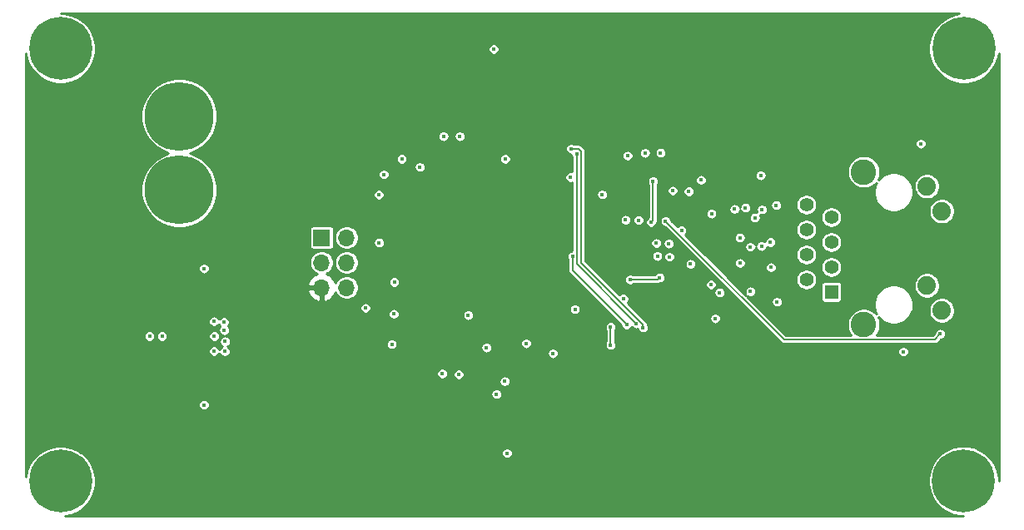
<source format=gbr>
%TF.GenerationSoftware,KiCad,Pcbnew,(5.1.7)-1*%
%TF.CreationDate,2021-09-05T16:50:27-04:00*%
%TF.ProjectId,future-controller,66757475-7265-42d6-936f-6e74726f6c6c,A*%
%TF.SameCoordinates,Original*%
%TF.FileFunction,Copper,L4,Bot*%
%TF.FilePolarity,Positive*%
%FSLAX46Y46*%
G04 Gerber Fmt 4.6, Leading zero omitted, Abs format (unit mm)*
G04 Created by KiCad (PCBNEW (5.1.7)-1) date 2021-09-05 16:50:27*
%MOMM*%
%LPD*%
G01*
G04 APERTURE LIST*
%TA.AperFunction,ComponentPad*%
%ADD10R,1.400000X1.400000*%
%TD*%
%TA.AperFunction,ComponentPad*%
%ADD11C,1.400000*%
%TD*%
%TA.AperFunction,ComponentPad*%
%ADD12C,1.890000*%
%TD*%
%TA.AperFunction,ComponentPad*%
%ADD13C,2.600000*%
%TD*%
%TA.AperFunction,ComponentPad*%
%ADD14C,6.400000*%
%TD*%
%TA.AperFunction,ComponentPad*%
%ADD15C,7.000000*%
%TD*%
%TA.AperFunction,ComponentPad*%
%ADD16O,1.700000X1.700000*%
%TD*%
%TA.AperFunction,ComponentPad*%
%ADD17R,1.700000X1.700000*%
%TD*%
%TA.AperFunction,ViaPad*%
%ADD18C,0.400000*%
%TD*%
%TA.AperFunction,Conductor*%
%ADD19C,0.160000*%
%TD*%
%TA.AperFunction,Conductor*%
%ADD20C,0.254000*%
%TD*%
%TA.AperFunction,Conductor*%
%ADD21C,0.100000*%
%TD*%
G04 APERTURE END LIST*
D10*
%TO.P,J2,R1*%
%TO.N,/TX_P*%
X178485800Y-103301800D03*
D11*
%TO.P,J2,R2*%
%TO.N,/TX_N*%
X175945800Y-102031800D03*
%TO.P,J2,R3*%
%TO.N,/RX_P*%
X178485800Y-100761800D03*
%TO.P,J2,R4*%
%TO.N,/VDDA*%
X175945800Y-99491800D03*
%TO.P,J2,R5*%
X178485800Y-98221800D03*
%TO.P,J2,R6*%
%TO.N,/RX_N*%
X175945800Y-96951800D03*
%TO.P,J2,R7*%
%TO.N,N/C*%
X178485800Y-95681800D03*
%TO.P,J2,R8*%
%TO.N,GND*%
X175945800Y-94411800D03*
D12*
%TO.P,J2,L1*%
%TO.N,/LED2*%
X188205800Y-92531800D03*
%TO.P,J2,L2*%
%TO.N,Net-(J2-PadL2)*%
X189725800Y-95071800D03*
%TO.P,J2,L3*%
%TO.N,Net-(J2-PadL3)*%
X188205800Y-102641800D03*
%TO.P,J2,L4*%
%TO.N,/LED1*%
X189725800Y-105181800D03*
D13*
%TO.P,J2,13*%
%TO.N,GND*%
X181775800Y-106631800D03*
X181775800Y-91081800D03*
%TD*%
D14*
%TO.P,MH4,1*%
%TO.N,GND*%
X191947800Y-78536800D03*
%TD*%
%TO.P,MH3,1*%
%TO.N,GND*%
X100101400Y-122555000D03*
%TD*%
%TO.P,MH2,1*%
%TO.N,GND*%
X100101400Y-78536800D03*
%TD*%
%TO.P,MH1,1*%
%TO.N,GND*%
X191922400Y-122529600D03*
%TD*%
D15*
%TO.P,J1,1*%
%TO.N,+12V*%
X112166400Y-92913200D03*
%TO.P,J1,2*%
%TO.N,GND*%
X112166400Y-85433200D03*
%TD*%
D16*
%TO.P,J3,6*%
%TO.N,SWO*%
X129184400Y-102844600D03*
%TO.P,J3,5*%
%TO.N,+3V3*%
X126644400Y-102844600D03*
%TO.P,J3,4*%
%TO.N,GND*%
X129184400Y-100304600D03*
%TO.P,J3,3*%
%TO.N,NRST*%
X126644400Y-100304600D03*
%TO.P,J3,2*%
%TO.N,SWCLK*%
X129184400Y-97764600D03*
D17*
%TO.P,J3,1*%
%TO.N,SWDIO*%
X126644400Y-97764600D03*
%TD*%
D18*
%TO.N,GND*%
X116789200Y-109347000D03*
X116814600Y-108331000D03*
X116738400Y-107188000D03*
X116713000Y-106349800D03*
X136626600Y-90576400D03*
X152400000Y-105054400D03*
X160680400Y-98323400D03*
X161950400Y-98374200D03*
X160782000Y-99644200D03*
X162001200Y-99720400D03*
X158877000Y-95986600D03*
X157556200Y-95961200D03*
X162356800Y-92989400D03*
X163982400Y-93065600D03*
X165227000Y-91897200D03*
X170713400Y-95732600D03*
X171297600Y-91440000D03*
X172872400Y-94462600D03*
X172288200Y-98221800D03*
X172339000Y-100787200D03*
X172948600Y-104292400D03*
X170256200Y-103251000D03*
X166674800Y-105994200D03*
X170230800Y-98704400D03*
X157327600Y-103987600D03*
X161112200Y-89128600D03*
X159537400Y-89154000D03*
X157759400Y-89433400D03*
X155168600Y-93370400D03*
X151942800Y-91617800D03*
X145313400Y-89763600D03*
X140690600Y-87452200D03*
X139039600Y-87452200D03*
X132486400Y-98272600D03*
X132461000Y-93395800D03*
X134797800Y-89763600D03*
X132969000Y-91338400D03*
X131114800Y-104927400D03*
X133781800Y-108610400D03*
X133985000Y-105537000D03*
X134035800Y-102285800D03*
X141554200Y-105664000D03*
X147447000Y-108534200D03*
X145262600Y-112395000D03*
X144424400Y-113690400D03*
X150164800Y-109550200D03*
X185801000Y-109372400D03*
X187579000Y-88214200D03*
X144145000Y-78587600D03*
X114681000Y-100914200D03*
X114681000Y-114782600D03*
X115698800Y-109323400D03*
X115722400Y-107797600D03*
X115686100Y-106284500D03*
X110413800Y-107797600D03*
X109143800Y-107797600D03*
X143408400Y-108966000D03*
X140589000Y-111683800D03*
X138912600Y-111607600D03*
X145499600Y-119701800D03*
%TO.N,+3V3*%
X153060400Y-109982000D03*
X153517600Y-107137200D03*
X130022600Y-104825800D03*
X155702000Y-101549200D03*
X158419800Y-99326800D03*
X103936800Y-84175600D03*
X104063800Y-116281200D03*
X175717200Y-120573800D03*
X172821600Y-80772000D03*
X125653800Y-85394800D03*
X124282200Y-111582200D03*
%TO.N,Net-(C17-Pad1)*%
X160147000Y-96189800D03*
X160350200Y-92024200D03*
%TO.N,TXD0*%
X152577800Y-89230810D03*
X158623000Y-106502200D03*
%TO.N,TXD1*%
X152019000Y-88722200D03*
X159334200Y-106909210D03*
%TO.N,TXEN*%
X152170800Y-99695000D03*
X157657800Y-106603800D03*
%TO.N,Net-(R24-Pad1)*%
X161010600Y-101828600D03*
X158013400Y-102031800D03*
%TO.N,MDC*%
X156032200Y-108686600D03*
X156032200Y-106857800D03*
%TO.N,/VDDA*%
X169189400Y-97764600D03*
X169189400Y-100355400D03*
X166293800Y-95326200D03*
X166243000Y-102539800D03*
X171373800Y-98628200D03*
X164160200Y-100457000D03*
X169748200Y-94716600D03*
X163238702Y-97046300D03*
X168630600Y-94869000D03*
X167106600Y-103352600D03*
X171424600Y-94894400D03*
%TO.N,/LED1*%
X161620200Y-96088200D03*
X189560200Y-107569000D03*
%TD*%
D19*
%TO.N,Net-(C17-Pad1)*%
X160350200Y-95986600D02*
X160350200Y-92024200D01*
X160147000Y-96189800D02*
X160350200Y-95986600D01*
%TO.N,TXD0*%
X152577800Y-89230810D02*
X152577800Y-100457000D01*
X152577800Y-100457000D02*
X158623000Y-106502200D01*
%TO.N,TXD1*%
X152019000Y-88722200D02*
X152773762Y-88722200D01*
X153035000Y-100327168D02*
X159334200Y-106626368D01*
X152773762Y-88722200D02*
X153035000Y-88983438D01*
X153035000Y-88983438D02*
X153035000Y-100327168D01*
X159334200Y-106626368D02*
X159334200Y-106909210D01*
%TO.N,TXEN*%
X152170800Y-101116800D02*
X157657800Y-106603800D01*
X152170800Y-99695000D02*
X152170800Y-101116800D01*
%TO.N,Net-(R24-Pad1)*%
X160807400Y-102031800D02*
X158013400Y-102031800D01*
X161010600Y-101828600D02*
X160807400Y-102031800D01*
%TO.N,MDC*%
X156032200Y-108686600D02*
X156032200Y-106857800D01*
%TO.N,/LED1*%
X161620200Y-96088200D02*
X162890200Y-97358200D01*
X188990399Y-108138801D02*
X189560200Y-107569000D01*
X173670801Y-108138801D02*
X188990399Y-108138801D01*
X162890200Y-97358200D02*
X173670801Y-108138801D01*
%TD*%
D20*
%TO.N,+3V3*%
X191472059Y-74980275D02*
X190903261Y-75093416D01*
X190251560Y-75363359D01*
X189665046Y-75755256D01*
X189166256Y-76254046D01*
X188774359Y-76840560D01*
X188504416Y-77492261D01*
X188366800Y-78184102D01*
X188366800Y-78889498D01*
X188504416Y-79581339D01*
X188774359Y-80233040D01*
X189166256Y-80819554D01*
X189665046Y-81318344D01*
X190251560Y-81710241D01*
X190903261Y-81980184D01*
X191595102Y-82117800D01*
X192300498Y-82117800D01*
X192992339Y-81980184D01*
X193644040Y-81710241D01*
X194230554Y-81318344D01*
X194729344Y-80819554D01*
X195121241Y-80233040D01*
X195391184Y-79581339D01*
X195504524Y-79011542D01*
X195504523Y-122509423D01*
X195503400Y-122520877D01*
X195503400Y-122176902D01*
X195365784Y-121485061D01*
X195095841Y-120833360D01*
X194703944Y-120246846D01*
X194205154Y-119748056D01*
X193618640Y-119356159D01*
X192966939Y-119086216D01*
X192275098Y-118948600D01*
X191569702Y-118948600D01*
X190877861Y-119086216D01*
X190226160Y-119356159D01*
X189639646Y-119748056D01*
X189140856Y-120246846D01*
X188748959Y-120833360D01*
X188479016Y-121485061D01*
X188341400Y-122176902D01*
X188341400Y-122882298D01*
X188479016Y-123574139D01*
X188748959Y-124225840D01*
X189140856Y-124812354D01*
X189639646Y-125311144D01*
X190226160Y-125703041D01*
X190877861Y-125972984D01*
X191569702Y-126110600D01*
X191935653Y-126110600D01*
X191928263Y-126111377D01*
X191920986Y-126111402D01*
X191920208Y-126111481D01*
X100577768Y-126111400D01*
X101145939Y-125998384D01*
X101797640Y-125728441D01*
X102384154Y-125336544D01*
X102882944Y-124837754D01*
X103274841Y-124251240D01*
X103544784Y-123599539D01*
X103682400Y-122907698D01*
X103682400Y-122202302D01*
X103544784Y-121510461D01*
X103274841Y-120858760D01*
X102882944Y-120272246D01*
X102384154Y-119773456D01*
X102191274Y-119644577D01*
X144918600Y-119644577D01*
X144918600Y-119759023D01*
X144940928Y-119871271D01*
X144984725Y-119977007D01*
X145048308Y-120072166D01*
X145129234Y-120153092D01*
X145224393Y-120216675D01*
X145330129Y-120260472D01*
X145442377Y-120282800D01*
X145556823Y-120282800D01*
X145669071Y-120260472D01*
X145774807Y-120216675D01*
X145869966Y-120153092D01*
X145950892Y-120072166D01*
X146014475Y-119977007D01*
X146058272Y-119871271D01*
X146080600Y-119759023D01*
X146080600Y-119644577D01*
X146058272Y-119532329D01*
X146014475Y-119426593D01*
X145950892Y-119331434D01*
X145869966Y-119250508D01*
X145774807Y-119186925D01*
X145669071Y-119143128D01*
X145556823Y-119120800D01*
X145442377Y-119120800D01*
X145330129Y-119143128D01*
X145224393Y-119186925D01*
X145129234Y-119250508D01*
X145048308Y-119331434D01*
X144984725Y-119426593D01*
X144940928Y-119532329D01*
X144918600Y-119644577D01*
X102191274Y-119644577D01*
X101797640Y-119381559D01*
X101145939Y-119111616D01*
X100454098Y-118974000D01*
X99748702Y-118974000D01*
X99056861Y-119111616D01*
X98405160Y-119381559D01*
X97818646Y-119773456D01*
X97319856Y-120272246D01*
X96927959Y-120858760D01*
X96658016Y-121510461D01*
X96545000Y-122078630D01*
X96545000Y-114725377D01*
X114100000Y-114725377D01*
X114100000Y-114839823D01*
X114122328Y-114952071D01*
X114166125Y-115057807D01*
X114229708Y-115152966D01*
X114310634Y-115233892D01*
X114405793Y-115297475D01*
X114511529Y-115341272D01*
X114623777Y-115363600D01*
X114738223Y-115363600D01*
X114850471Y-115341272D01*
X114956207Y-115297475D01*
X115051366Y-115233892D01*
X115132292Y-115152966D01*
X115195875Y-115057807D01*
X115239672Y-114952071D01*
X115262000Y-114839823D01*
X115262000Y-114725377D01*
X115239672Y-114613129D01*
X115195875Y-114507393D01*
X115132292Y-114412234D01*
X115051366Y-114331308D01*
X114956207Y-114267725D01*
X114850471Y-114223928D01*
X114738223Y-114201600D01*
X114623777Y-114201600D01*
X114511529Y-114223928D01*
X114405793Y-114267725D01*
X114310634Y-114331308D01*
X114229708Y-114412234D01*
X114166125Y-114507393D01*
X114122328Y-114613129D01*
X114100000Y-114725377D01*
X96545000Y-114725377D01*
X96545000Y-113633177D01*
X143843400Y-113633177D01*
X143843400Y-113747623D01*
X143865728Y-113859871D01*
X143909525Y-113965607D01*
X143973108Y-114060766D01*
X144054034Y-114141692D01*
X144149193Y-114205275D01*
X144254929Y-114249072D01*
X144367177Y-114271400D01*
X144481623Y-114271400D01*
X144593871Y-114249072D01*
X144699607Y-114205275D01*
X144794766Y-114141692D01*
X144875692Y-114060766D01*
X144939275Y-113965607D01*
X144983072Y-113859871D01*
X145005400Y-113747623D01*
X145005400Y-113633177D01*
X144983072Y-113520929D01*
X144939275Y-113415193D01*
X144875692Y-113320034D01*
X144794766Y-113239108D01*
X144699607Y-113175525D01*
X144593871Y-113131728D01*
X144481623Y-113109400D01*
X144367177Y-113109400D01*
X144254929Y-113131728D01*
X144149193Y-113175525D01*
X144054034Y-113239108D01*
X143973108Y-113320034D01*
X143909525Y-113415193D01*
X143865728Y-113520929D01*
X143843400Y-113633177D01*
X96545000Y-113633177D01*
X96545000Y-112337777D01*
X144681600Y-112337777D01*
X144681600Y-112452223D01*
X144703928Y-112564471D01*
X144747725Y-112670207D01*
X144811308Y-112765366D01*
X144892234Y-112846292D01*
X144987393Y-112909875D01*
X145093129Y-112953672D01*
X145205377Y-112976000D01*
X145319823Y-112976000D01*
X145432071Y-112953672D01*
X145537807Y-112909875D01*
X145632966Y-112846292D01*
X145713892Y-112765366D01*
X145777475Y-112670207D01*
X145821272Y-112564471D01*
X145843600Y-112452223D01*
X145843600Y-112337777D01*
X145821272Y-112225529D01*
X145777475Y-112119793D01*
X145713892Y-112024634D01*
X145632966Y-111943708D01*
X145537807Y-111880125D01*
X145432071Y-111836328D01*
X145319823Y-111814000D01*
X145205377Y-111814000D01*
X145093129Y-111836328D01*
X144987393Y-111880125D01*
X144892234Y-111943708D01*
X144811308Y-112024634D01*
X144747725Y-112119793D01*
X144703928Y-112225529D01*
X144681600Y-112337777D01*
X96545000Y-112337777D01*
X96545000Y-111550377D01*
X138331600Y-111550377D01*
X138331600Y-111664823D01*
X138353928Y-111777071D01*
X138397725Y-111882807D01*
X138461308Y-111977966D01*
X138542234Y-112058892D01*
X138637393Y-112122475D01*
X138743129Y-112166272D01*
X138855377Y-112188600D01*
X138969823Y-112188600D01*
X139082071Y-112166272D01*
X139187807Y-112122475D01*
X139282966Y-112058892D01*
X139363892Y-111977966D01*
X139427475Y-111882807D01*
X139471272Y-111777071D01*
X139493600Y-111664823D01*
X139493600Y-111626577D01*
X140008000Y-111626577D01*
X140008000Y-111741023D01*
X140030328Y-111853271D01*
X140074125Y-111959007D01*
X140137708Y-112054166D01*
X140218634Y-112135092D01*
X140313793Y-112198675D01*
X140419529Y-112242472D01*
X140531777Y-112264800D01*
X140646223Y-112264800D01*
X140758471Y-112242472D01*
X140864207Y-112198675D01*
X140959366Y-112135092D01*
X141040292Y-112054166D01*
X141103875Y-111959007D01*
X141147672Y-111853271D01*
X141170000Y-111741023D01*
X141170000Y-111626577D01*
X141147672Y-111514329D01*
X141103875Y-111408593D01*
X141040292Y-111313434D01*
X140959366Y-111232508D01*
X140864207Y-111168925D01*
X140758471Y-111125128D01*
X140646223Y-111102800D01*
X140531777Y-111102800D01*
X140419529Y-111125128D01*
X140313793Y-111168925D01*
X140218634Y-111232508D01*
X140137708Y-111313434D01*
X140074125Y-111408593D01*
X140030328Y-111514329D01*
X140008000Y-111626577D01*
X139493600Y-111626577D01*
X139493600Y-111550377D01*
X139471272Y-111438129D01*
X139427475Y-111332393D01*
X139363892Y-111237234D01*
X139282966Y-111156308D01*
X139187807Y-111092725D01*
X139082071Y-111048928D01*
X138969823Y-111026600D01*
X138855377Y-111026600D01*
X138743129Y-111048928D01*
X138637393Y-111092725D01*
X138542234Y-111156308D01*
X138461308Y-111237234D01*
X138397725Y-111332393D01*
X138353928Y-111438129D01*
X138331600Y-111550377D01*
X96545000Y-111550377D01*
X96545000Y-107740377D01*
X108562800Y-107740377D01*
X108562800Y-107854823D01*
X108585128Y-107967071D01*
X108628925Y-108072807D01*
X108692508Y-108167966D01*
X108773434Y-108248892D01*
X108868593Y-108312475D01*
X108974329Y-108356272D01*
X109086577Y-108378600D01*
X109201023Y-108378600D01*
X109313271Y-108356272D01*
X109419007Y-108312475D01*
X109514166Y-108248892D01*
X109595092Y-108167966D01*
X109658675Y-108072807D01*
X109702472Y-107967071D01*
X109724800Y-107854823D01*
X109724800Y-107740377D01*
X109832800Y-107740377D01*
X109832800Y-107854823D01*
X109855128Y-107967071D01*
X109898925Y-108072807D01*
X109962508Y-108167966D01*
X110043434Y-108248892D01*
X110138593Y-108312475D01*
X110244329Y-108356272D01*
X110356577Y-108378600D01*
X110471023Y-108378600D01*
X110583271Y-108356272D01*
X110689007Y-108312475D01*
X110784166Y-108248892D01*
X110865092Y-108167966D01*
X110928675Y-108072807D01*
X110972472Y-107967071D01*
X110994800Y-107854823D01*
X110994800Y-107740377D01*
X115141400Y-107740377D01*
X115141400Y-107854823D01*
X115163728Y-107967071D01*
X115207525Y-108072807D01*
X115271108Y-108167966D01*
X115352034Y-108248892D01*
X115447193Y-108312475D01*
X115552929Y-108356272D01*
X115665177Y-108378600D01*
X115779623Y-108378600D01*
X115891871Y-108356272D01*
X115997607Y-108312475D01*
X116092766Y-108248892D01*
X116173692Y-108167966D01*
X116237275Y-108072807D01*
X116281072Y-107967071D01*
X116303400Y-107854823D01*
X116303400Y-107740377D01*
X116281072Y-107628129D01*
X116237275Y-107522393D01*
X116173692Y-107427234D01*
X116092766Y-107346308D01*
X115997607Y-107282725D01*
X115891871Y-107238928D01*
X115779623Y-107216600D01*
X115665177Y-107216600D01*
X115552929Y-107238928D01*
X115447193Y-107282725D01*
X115352034Y-107346308D01*
X115271108Y-107427234D01*
X115207525Y-107522393D01*
X115163728Y-107628129D01*
X115141400Y-107740377D01*
X110994800Y-107740377D01*
X110972472Y-107628129D01*
X110928675Y-107522393D01*
X110865092Y-107427234D01*
X110784166Y-107346308D01*
X110689007Y-107282725D01*
X110583271Y-107238928D01*
X110471023Y-107216600D01*
X110356577Y-107216600D01*
X110244329Y-107238928D01*
X110138593Y-107282725D01*
X110043434Y-107346308D01*
X109962508Y-107427234D01*
X109898925Y-107522393D01*
X109855128Y-107628129D01*
X109832800Y-107740377D01*
X109724800Y-107740377D01*
X109702472Y-107628129D01*
X109658675Y-107522393D01*
X109595092Y-107427234D01*
X109514166Y-107346308D01*
X109419007Y-107282725D01*
X109313271Y-107238928D01*
X109201023Y-107216600D01*
X109086577Y-107216600D01*
X108974329Y-107238928D01*
X108868593Y-107282725D01*
X108773434Y-107346308D01*
X108692508Y-107427234D01*
X108628925Y-107522393D01*
X108585128Y-107628129D01*
X108562800Y-107740377D01*
X96545000Y-107740377D01*
X96545000Y-106227277D01*
X115105100Y-106227277D01*
X115105100Y-106341723D01*
X115127428Y-106453971D01*
X115171225Y-106559707D01*
X115234808Y-106654866D01*
X115315734Y-106735792D01*
X115410893Y-106799375D01*
X115516629Y-106843172D01*
X115628877Y-106865500D01*
X115743323Y-106865500D01*
X115855571Y-106843172D01*
X115961307Y-106799375D01*
X116056466Y-106735792D01*
X116137392Y-106654866D01*
X116182518Y-106587329D01*
X116198125Y-106625007D01*
X116261708Y-106720166D01*
X116323142Y-106781600D01*
X116287108Y-106817634D01*
X116223525Y-106912793D01*
X116179728Y-107018529D01*
X116157400Y-107130777D01*
X116157400Y-107245223D01*
X116179728Y-107357471D01*
X116223525Y-107463207D01*
X116287108Y-107558366D01*
X116368034Y-107639292D01*
X116463193Y-107702875D01*
X116568929Y-107746672D01*
X116671518Y-107767079D01*
X116645129Y-107772328D01*
X116539393Y-107816125D01*
X116444234Y-107879708D01*
X116363308Y-107960634D01*
X116299725Y-108055793D01*
X116255928Y-108161529D01*
X116233600Y-108273777D01*
X116233600Y-108388223D01*
X116255928Y-108500471D01*
X116299725Y-108606207D01*
X116363308Y-108701366D01*
X116444234Y-108782292D01*
X116516969Y-108830892D01*
X116513993Y-108832125D01*
X116418834Y-108895708D01*
X116337908Y-108976634D01*
X116274325Y-109071793D01*
X116248888Y-109133205D01*
X116213675Y-109048193D01*
X116150092Y-108953034D01*
X116069166Y-108872108D01*
X115974007Y-108808525D01*
X115868271Y-108764728D01*
X115756023Y-108742400D01*
X115641577Y-108742400D01*
X115529329Y-108764728D01*
X115423593Y-108808525D01*
X115328434Y-108872108D01*
X115247508Y-108953034D01*
X115183925Y-109048193D01*
X115140128Y-109153929D01*
X115117800Y-109266177D01*
X115117800Y-109380623D01*
X115140128Y-109492871D01*
X115183925Y-109598607D01*
X115247508Y-109693766D01*
X115328434Y-109774692D01*
X115423593Y-109838275D01*
X115529329Y-109882072D01*
X115641577Y-109904400D01*
X115756023Y-109904400D01*
X115868271Y-109882072D01*
X115974007Y-109838275D01*
X116069166Y-109774692D01*
X116150092Y-109693766D01*
X116213675Y-109598607D01*
X116239112Y-109537195D01*
X116274325Y-109622207D01*
X116337908Y-109717366D01*
X116418834Y-109798292D01*
X116513993Y-109861875D01*
X116619729Y-109905672D01*
X116731977Y-109928000D01*
X116846423Y-109928000D01*
X116958671Y-109905672D01*
X117064407Y-109861875D01*
X117159566Y-109798292D01*
X117240492Y-109717366D01*
X117304075Y-109622207D01*
X117347872Y-109516471D01*
X117370200Y-109404223D01*
X117370200Y-109289777D01*
X117347872Y-109177529D01*
X117304075Y-109071793D01*
X117240492Y-108976634D01*
X117159566Y-108895708D01*
X117086831Y-108847108D01*
X117089807Y-108845875D01*
X117184966Y-108782292D01*
X117265892Y-108701366D01*
X117329475Y-108606207D01*
X117351440Y-108553177D01*
X133200800Y-108553177D01*
X133200800Y-108667623D01*
X133223128Y-108779871D01*
X133266925Y-108885607D01*
X133330508Y-108980766D01*
X133411434Y-109061692D01*
X133506593Y-109125275D01*
X133612329Y-109169072D01*
X133724577Y-109191400D01*
X133839023Y-109191400D01*
X133951271Y-109169072D01*
X134057007Y-109125275D01*
X134152166Y-109061692D01*
X134233092Y-108980766D01*
X134281193Y-108908777D01*
X142827400Y-108908777D01*
X142827400Y-109023223D01*
X142849728Y-109135471D01*
X142893525Y-109241207D01*
X142957108Y-109336366D01*
X143038034Y-109417292D01*
X143133193Y-109480875D01*
X143238929Y-109524672D01*
X143351177Y-109547000D01*
X143465623Y-109547000D01*
X143577871Y-109524672D01*
X143654389Y-109492977D01*
X149583800Y-109492977D01*
X149583800Y-109607423D01*
X149606128Y-109719671D01*
X149649925Y-109825407D01*
X149713508Y-109920566D01*
X149794434Y-110001492D01*
X149889593Y-110065075D01*
X149995329Y-110108872D01*
X150107577Y-110131200D01*
X150222023Y-110131200D01*
X150334271Y-110108872D01*
X150440007Y-110065075D01*
X150535166Y-110001492D01*
X150616092Y-109920566D01*
X150679675Y-109825407D01*
X150723472Y-109719671D01*
X150745800Y-109607423D01*
X150745800Y-109492977D01*
X150723472Y-109380729D01*
X150696320Y-109315177D01*
X185220000Y-109315177D01*
X185220000Y-109429623D01*
X185242328Y-109541871D01*
X185286125Y-109647607D01*
X185349708Y-109742766D01*
X185430634Y-109823692D01*
X185525793Y-109887275D01*
X185631529Y-109931072D01*
X185743777Y-109953400D01*
X185858223Y-109953400D01*
X185970471Y-109931072D01*
X186076207Y-109887275D01*
X186171366Y-109823692D01*
X186252292Y-109742766D01*
X186315875Y-109647607D01*
X186359672Y-109541871D01*
X186382000Y-109429623D01*
X186382000Y-109315177D01*
X186359672Y-109202929D01*
X186315875Y-109097193D01*
X186252292Y-109002034D01*
X186171366Y-108921108D01*
X186076207Y-108857525D01*
X185970471Y-108813728D01*
X185858223Y-108791400D01*
X185743777Y-108791400D01*
X185631529Y-108813728D01*
X185525793Y-108857525D01*
X185430634Y-108921108D01*
X185349708Y-109002034D01*
X185286125Y-109097193D01*
X185242328Y-109202929D01*
X185220000Y-109315177D01*
X150696320Y-109315177D01*
X150679675Y-109274993D01*
X150616092Y-109179834D01*
X150535166Y-109098908D01*
X150440007Y-109035325D01*
X150334271Y-108991528D01*
X150222023Y-108969200D01*
X150107577Y-108969200D01*
X149995329Y-108991528D01*
X149889593Y-109035325D01*
X149794434Y-109098908D01*
X149713508Y-109179834D01*
X149649925Y-109274993D01*
X149606128Y-109380729D01*
X149583800Y-109492977D01*
X143654389Y-109492977D01*
X143683607Y-109480875D01*
X143778766Y-109417292D01*
X143859692Y-109336366D01*
X143923275Y-109241207D01*
X143967072Y-109135471D01*
X143989400Y-109023223D01*
X143989400Y-108908777D01*
X143967072Y-108796529D01*
X143923275Y-108690793D01*
X143859692Y-108595634D01*
X143778766Y-108514708D01*
X143722298Y-108476977D01*
X146866000Y-108476977D01*
X146866000Y-108591423D01*
X146888328Y-108703671D01*
X146932125Y-108809407D01*
X146995708Y-108904566D01*
X147076634Y-108985492D01*
X147171793Y-109049075D01*
X147277529Y-109092872D01*
X147389777Y-109115200D01*
X147504223Y-109115200D01*
X147616471Y-109092872D01*
X147722207Y-109049075D01*
X147817366Y-108985492D01*
X147898292Y-108904566D01*
X147961875Y-108809407D01*
X148005672Y-108703671D01*
X148028000Y-108591423D01*
X148028000Y-108476977D01*
X148005672Y-108364729D01*
X147961875Y-108258993D01*
X147898292Y-108163834D01*
X147817366Y-108082908D01*
X147722207Y-108019325D01*
X147616471Y-107975528D01*
X147504223Y-107953200D01*
X147389777Y-107953200D01*
X147277529Y-107975528D01*
X147171793Y-108019325D01*
X147076634Y-108082908D01*
X146995708Y-108163834D01*
X146932125Y-108258993D01*
X146888328Y-108364729D01*
X146866000Y-108476977D01*
X143722298Y-108476977D01*
X143683607Y-108451125D01*
X143577871Y-108407328D01*
X143465623Y-108385000D01*
X143351177Y-108385000D01*
X143238929Y-108407328D01*
X143133193Y-108451125D01*
X143038034Y-108514708D01*
X142957108Y-108595634D01*
X142893525Y-108690793D01*
X142849728Y-108796529D01*
X142827400Y-108908777D01*
X134281193Y-108908777D01*
X134296675Y-108885607D01*
X134340472Y-108779871D01*
X134362800Y-108667623D01*
X134362800Y-108553177D01*
X134340472Y-108440929D01*
X134296675Y-108335193D01*
X134233092Y-108240034D01*
X134152166Y-108159108D01*
X134057007Y-108095525D01*
X133951271Y-108051728D01*
X133839023Y-108029400D01*
X133724577Y-108029400D01*
X133612329Y-108051728D01*
X133506593Y-108095525D01*
X133411434Y-108159108D01*
X133330508Y-108240034D01*
X133266925Y-108335193D01*
X133223128Y-108440929D01*
X133200800Y-108553177D01*
X117351440Y-108553177D01*
X117373272Y-108500471D01*
X117395600Y-108388223D01*
X117395600Y-108273777D01*
X117373272Y-108161529D01*
X117329475Y-108055793D01*
X117265892Y-107960634D01*
X117184966Y-107879708D01*
X117089807Y-107816125D01*
X116984071Y-107772328D01*
X116881482Y-107751921D01*
X116907871Y-107746672D01*
X117013607Y-107702875D01*
X117108766Y-107639292D01*
X117189692Y-107558366D01*
X117253275Y-107463207D01*
X117297072Y-107357471D01*
X117319400Y-107245223D01*
X117319400Y-107130777D01*
X117297072Y-107018529D01*
X117253275Y-106912793D01*
X117189692Y-106817634D01*
X117172635Y-106800577D01*
X155451200Y-106800577D01*
X155451200Y-106915023D01*
X155473528Y-107027271D01*
X155517325Y-107133007D01*
X155571201Y-107213638D01*
X155571200Y-108330763D01*
X155517325Y-108411393D01*
X155473528Y-108517129D01*
X155451200Y-108629377D01*
X155451200Y-108743823D01*
X155473528Y-108856071D01*
X155517325Y-108961807D01*
X155580908Y-109056966D01*
X155661834Y-109137892D01*
X155756993Y-109201475D01*
X155862729Y-109245272D01*
X155974977Y-109267600D01*
X156089423Y-109267600D01*
X156201671Y-109245272D01*
X156307407Y-109201475D01*
X156402566Y-109137892D01*
X156483492Y-109056966D01*
X156547075Y-108961807D01*
X156590872Y-108856071D01*
X156613200Y-108743823D01*
X156613200Y-108629377D01*
X156590872Y-108517129D01*
X156547075Y-108411393D01*
X156493200Y-108330763D01*
X156493200Y-107213637D01*
X156547075Y-107133007D01*
X156590872Y-107027271D01*
X156613200Y-106915023D01*
X156613200Y-106800577D01*
X156590872Y-106688329D01*
X156547075Y-106582593D01*
X156483492Y-106487434D01*
X156402566Y-106406508D01*
X156307407Y-106342925D01*
X156201671Y-106299128D01*
X156089423Y-106276800D01*
X155974977Y-106276800D01*
X155862729Y-106299128D01*
X155756993Y-106342925D01*
X155661834Y-106406508D01*
X155580908Y-106487434D01*
X155517325Y-106582593D01*
X155473528Y-106688329D01*
X155451200Y-106800577D01*
X117172635Y-106800577D01*
X117128258Y-106756200D01*
X117164292Y-106720166D01*
X117227875Y-106625007D01*
X117271672Y-106519271D01*
X117294000Y-106407023D01*
X117294000Y-106292577D01*
X117271672Y-106180329D01*
X117227875Y-106074593D01*
X117164292Y-105979434D01*
X117083366Y-105898508D01*
X116988207Y-105834925D01*
X116882471Y-105791128D01*
X116770223Y-105768800D01*
X116655777Y-105768800D01*
X116543529Y-105791128D01*
X116437793Y-105834925D01*
X116342634Y-105898508D01*
X116261708Y-105979434D01*
X116216582Y-106046971D01*
X116200975Y-106009293D01*
X116137392Y-105914134D01*
X116056466Y-105833208D01*
X115961307Y-105769625D01*
X115855571Y-105725828D01*
X115743323Y-105703500D01*
X115628877Y-105703500D01*
X115516629Y-105725828D01*
X115410893Y-105769625D01*
X115315734Y-105833208D01*
X115234808Y-105914134D01*
X115171225Y-106009293D01*
X115127428Y-106115029D01*
X115105100Y-106227277D01*
X96545000Y-106227277D01*
X96545000Y-104870177D01*
X130533800Y-104870177D01*
X130533800Y-104984623D01*
X130556128Y-105096871D01*
X130599925Y-105202607D01*
X130663508Y-105297766D01*
X130744434Y-105378692D01*
X130839593Y-105442275D01*
X130945329Y-105486072D01*
X131057577Y-105508400D01*
X131172023Y-105508400D01*
X131284271Y-105486072D01*
X131299468Y-105479777D01*
X133404000Y-105479777D01*
X133404000Y-105594223D01*
X133426328Y-105706471D01*
X133470125Y-105812207D01*
X133533708Y-105907366D01*
X133614634Y-105988292D01*
X133709793Y-106051875D01*
X133815529Y-106095672D01*
X133927777Y-106118000D01*
X134042223Y-106118000D01*
X134154471Y-106095672D01*
X134260207Y-106051875D01*
X134355366Y-105988292D01*
X134436292Y-105907366D01*
X134499875Y-105812207D01*
X134543672Y-105706471D01*
X134563502Y-105606777D01*
X140973200Y-105606777D01*
X140973200Y-105721223D01*
X140995528Y-105833471D01*
X141039325Y-105939207D01*
X141102908Y-106034366D01*
X141183834Y-106115292D01*
X141278993Y-106178875D01*
X141384729Y-106222672D01*
X141496977Y-106245000D01*
X141611423Y-106245000D01*
X141723671Y-106222672D01*
X141829407Y-106178875D01*
X141924566Y-106115292D01*
X142005492Y-106034366D01*
X142069075Y-105939207D01*
X142112872Y-105833471D01*
X142135200Y-105721223D01*
X142135200Y-105606777D01*
X142112872Y-105494529D01*
X142069075Y-105388793D01*
X142005492Y-105293634D01*
X141924566Y-105212708D01*
X141829407Y-105149125D01*
X141723671Y-105105328D01*
X141611423Y-105083000D01*
X141496977Y-105083000D01*
X141384729Y-105105328D01*
X141278993Y-105149125D01*
X141183834Y-105212708D01*
X141102908Y-105293634D01*
X141039325Y-105388793D01*
X140995528Y-105494529D01*
X140973200Y-105606777D01*
X134563502Y-105606777D01*
X134566000Y-105594223D01*
X134566000Y-105479777D01*
X134543672Y-105367529D01*
X134499875Y-105261793D01*
X134436292Y-105166634D01*
X134355366Y-105085708D01*
X134260207Y-105022125D01*
X134199977Y-104997177D01*
X151819000Y-104997177D01*
X151819000Y-105111623D01*
X151841328Y-105223871D01*
X151885125Y-105329607D01*
X151948708Y-105424766D01*
X152029634Y-105505692D01*
X152124793Y-105569275D01*
X152230529Y-105613072D01*
X152342777Y-105635400D01*
X152457223Y-105635400D01*
X152569471Y-105613072D01*
X152675207Y-105569275D01*
X152770366Y-105505692D01*
X152851292Y-105424766D01*
X152914875Y-105329607D01*
X152958672Y-105223871D01*
X152981000Y-105111623D01*
X152981000Y-104997177D01*
X152958672Y-104884929D01*
X152914875Y-104779193D01*
X152851292Y-104684034D01*
X152770366Y-104603108D01*
X152675207Y-104539525D01*
X152569471Y-104495728D01*
X152457223Y-104473400D01*
X152342777Y-104473400D01*
X152230529Y-104495728D01*
X152124793Y-104539525D01*
X152029634Y-104603108D01*
X151948708Y-104684034D01*
X151885125Y-104779193D01*
X151841328Y-104884929D01*
X151819000Y-104997177D01*
X134199977Y-104997177D01*
X134154471Y-104978328D01*
X134042223Y-104956000D01*
X133927777Y-104956000D01*
X133815529Y-104978328D01*
X133709793Y-105022125D01*
X133614634Y-105085708D01*
X133533708Y-105166634D01*
X133470125Y-105261793D01*
X133426328Y-105367529D01*
X133404000Y-105479777D01*
X131299468Y-105479777D01*
X131390007Y-105442275D01*
X131485166Y-105378692D01*
X131566092Y-105297766D01*
X131629675Y-105202607D01*
X131673472Y-105096871D01*
X131695800Y-104984623D01*
X131695800Y-104870177D01*
X131673472Y-104757929D01*
X131629675Y-104652193D01*
X131566092Y-104557034D01*
X131485166Y-104476108D01*
X131390007Y-104412525D01*
X131284271Y-104368728D01*
X131172023Y-104346400D01*
X131057577Y-104346400D01*
X130945329Y-104368728D01*
X130839593Y-104412525D01*
X130744434Y-104476108D01*
X130663508Y-104557034D01*
X130599925Y-104652193D01*
X130556128Y-104757929D01*
X130533800Y-104870177D01*
X96545000Y-104870177D01*
X96545000Y-103201490D01*
X125202924Y-103201490D01*
X125247575Y-103348699D01*
X125372759Y-103611520D01*
X125546812Y-103844869D01*
X125763045Y-104039778D01*
X126013148Y-104188757D01*
X126287509Y-104286081D01*
X126517400Y-104165414D01*
X126517400Y-102971600D01*
X125324245Y-102971600D01*
X125202924Y-103201490D01*
X96545000Y-103201490D01*
X96545000Y-102487710D01*
X125202924Y-102487710D01*
X125324245Y-102717600D01*
X126517400Y-102717600D01*
X126517400Y-102697600D01*
X126771400Y-102697600D01*
X126771400Y-102717600D01*
X126791400Y-102717600D01*
X126791400Y-102971600D01*
X126771400Y-102971600D01*
X126771400Y-104165414D01*
X127001291Y-104286081D01*
X127275652Y-104188757D01*
X127525755Y-104039778D01*
X127741988Y-103844869D01*
X127916041Y-103611520D01*
X128041225Y-103348699D01*
X128049491Y-103321446D01*
X128093502Y-103427697D01*
X128228220Y-103629317D01*
X128399683Y-103800780D01*
X128601303Y-103935498D01*
X128825331Y-104028293D01*
X129063157Y-104075600D01*
X129305643Y-104075600D01*
X129543469Y-104028293D01*
X129767497Y-103935498D01*
X129969117Y-103800780D01*
X130140580Y-103629317D01*
X130275298Y-103427697D01*
X130368093Y-103203669D01*
X130415400Y-102965843D01*
X130415400Y-102723357D01*
X130368093Y-102485531D01*
X130275298Y-102261503D01*
X130253298Y-102228577D01*
X133454800Y-102228577D01*
X133454800Y-102343023D01*
X133477128Y-102455271D01*
X133520925Y-102561007D01*
X133584508Y-102656166D01*
X133665434Y-102737092D01*
X133760593Y-102800675D01*
X133866329Y-102844472D01*
X133978577Y-102866800D01*
X134093023Y-102866800D01*
X134205271Y-102844472D01*
X134311007Y-102800675D01*
X134406166Y-102737092D01*
X134487092Y-102656166D01*
X134550675Y-102561007D01*
X134594472Y-102455271D01*
X134616800Y-102343023D01*
X134616800Y-102228577D01*
X134594472Y-102116329D01*
X134550675Y-102010593D01*
X134487092Y-101915434D01*
X134406166Y-101834508D01*
X134311007Y-101770925D01*
X134205271Y-101727128D01*
X134093023Y-101704800D01*
X133978577Y-101704800D01*
X133866329Y-101727128D01*
X133760593Y-101770925D01*
X133665434Y-101834508D01*
X133584508Y-101915434D01*
X133520925Y-102010593D01*
X133477128Y-102116329D01*
X133454800Y-102228577D01*
X130253298Y-102228577D01*
X130140580Y-102059883D01*
X129969117Y-101888420D01*
X129767497Y-101753702D01*
X129543469Y-101660907D01*
X129305643Y-101613600D01*
X129063157Y-101613600D01*
X128825331Y-101660907D01*
X128601303Y-101753702D01*
X128399683Y-101888420D01*
X128228220Y-102059883D01*
X128093502Y-102261503D01*
X128049491Y-102367754D01*
X128041225Y-102340501D01*
X127916041Y-102077680D01*
X127741988Y-101844331D01*
X127525755Y-101649422D01*
X127275652Y-101500443D01*
X127113232Y-101442828D01*
X127227497Y-101395498D01*
X127429117Y-101260780D01*
X127600580Y-101089317D01*
X127735298Y-100887697D01*
X127828093Y-100663669D01*
X127875400Y-100425843D01*
X127875400Y-100183357D01*
X127953400Y-100183357D01*
X127953400Y-100425843D01*
X128000707Y-100663669D01*
X128093502Y-100887697D01*
X128228220Y-101089317D01*
X128399683Y-101260780D01*
X128601303Y-101395498D01*
X128825331Y-101488293D01*
X129063157Y-101535600D01*
X129305643Y-101535600D01*
X129543469Y-101488293D01*
X129767497Y-101395498D01*
X129969117Y-101260780D01*
X130140580Y-101089317D01*
X130275298Y-100887697D01*
X130368093Y-100663669D01*
X130415400Y-100425843D01*
X130415400Y-100183357D01*
X130368093Y-99945531D01*
X130275298Y-99721503D01*
X130140580Y-99519883D01*
X129969117Y-99348420D01*
X129767497Y-99213702D01*
X129543469Y-99120907D01*
X129305643Y-99073600D01*
X129063157Y-99073600D01*
X128825331Y-99120907D01*
X128601303Y-99213702D01*
X128399683Y-99348420D01*
X128228220Y-99519883D01*
X128093502Y-99721503D01*
X128000707Y-99945531D01*
X127953400Y-100183357D01*
X127875400Y-100183357D01*
X127828093Y-99945531D01*
X127735298Y-99721503D01*
X127600580Y-99519883D01*
X127429117Y-99348420D01*
X127227497Y-99213702D01*
X127003469Y-99120907D01*
X126765643Y-99073600D01*
X126523157Y-99073600D01*
X126285331Y-99120907D01*
X126061303Y-99213702D01*
X125859683Y-99348420D01*
X125688220Y-99519883D01*
X125553502Y-99721503D01*
X125460707Y-99945531D01*
X125413400Y-100183357D01*
X125413400Y-100425843D01*
X125460707Y-100663669D01*
X125553502Y-100887697D01*
X125688220Y-101089317D01*
X125859683Y-101260780D01*
X126061303Y-101395498D01*
X126175568Y-101442828D01*
X126013148Y-101500443D01*
X125763045Y-101649422D01*
X125546812Y-101844331D01*
X125372759Y-102077680D01*
X125247575Y-102340501D01*
X125202924Y-102487710D01*
X96545000Y-102487710D01*
X96545000Y-100856977D01*
X114100000Y-100856977D01*
X114100000Y-100971423D01*
X114122328Y-101083671D01*
X114166125Y-101189407D01*
X114229708Y-101284566D01*
X114310634Y-101365492D01*
X114405793Y-101429075D01*
X114511529Y-101472872D01*
X114623777Y-101495200D01*
X114738223Y-101495200D01*
X114850471Y-101472872D01*
X114956207Y-101429075D01*
X115051366Y-101365492D01*
X115132292Y-101284566D01*
X115195875Y-101189407D01*
X115239672Y-101083671D01*
X115262000Y-100971423D01*
X115262000Y-100856977D01*
X115239672Y-100744729D01*
X115195875Y-100638993D01*
X115132292Y-100543834D01*
X115051366Y-100462908D01*
X114956207Y-100399325D01*
X114850471Y-100355528D01*
X114738223Y-100333200D01*
X114623777Y-100333200D01*
X114511529Y-100355528D01*
X114405793Y-100399325D01*
X114310634Y-100462908D01*
X114229708Y-100543834D01*
X114166125Y-100638993D01*
X114122328Y-100744729D01*
X114100000Y-100856977D01*
X96545000Y-100856977D01*
X96545000Y-96914600D01*
X125411557Y-96914600D01*
X125411557Y-98614600D01*
X125418913Y-98689289D01*
X125440699Y-98761108D01*
X125476078Y-98827296D01*
X125523689Y-98885311D01*
X125581704Y-98932922D01*
X125647892Y-98968301D01*
X125719711Y-98990087D01*
X125794400Y-98997443D01*
X127494400Y-98997443D01*
X127569089Y-98990087D01*
X127640908Y-98968301D01*
X127707096Y-98932922D01*
X127765111Y-98885311D01*
X127812722Y-98827296D01*
X127848101Y-98761108D01*
X127869887Y-98689289D01*
X127877243Y-98614600D01*
X127877243Y-97643357D01*
X127953400Y-97643357D01*
X127953400Y-97885843D01*
X128000707Y-98123669D01*
X128093502Y-98347697D01*
X128228220Y-98549317D01*
X128399683Y-98720780D01*
X128601303Y-98855498D01*
X128825331Y-98948293D01*
X129063157Y-98995600D01*
X129305643Y-98995600D01*
X129543469Y-98948293D01*
X129767497Y-98855498D01*
X129969117Y-98720780D01*
X130140580Y-98549317D01*
X130275298Y-98347697D01*
X130330106Y-98215377D01*
X131905400Y-98215377D01*
X131905400Y-98329823D01*
X131927728Y-98442071D01*
X131971525Y-98547807D01*
X132035108Y-98642966D01*
X132116034Y-98723892D01*
X132211193Y-98787475D01*
X132316929Y-98831272D01*
X132429177Y-98853600D01*
X132543623Y-98853600D01*
X132655871Y-98831272D01*
X132761607Y-98787475D01*
X132856766Y-98723892D01*
X132937692Y-98642966D01*
X133001275Y-98547807D01*
X133045072Y-98442071D01*
X133067400Y-98329823D01*
X133067400Y-98215377D01*
X133045072Y-98103129D01*
X133001275Y-97997393D01*
X132937692Y-97902234D01*
X132856766Y-97821308D01*
X132761607Y-97757725D01*
X132655871Y-97713928D01*
X132543623Y-97691600D01*
X132429177Y-97691600D01*
X132316929Y-97713928D01*
X132211193Y-97757725D01*
X132116034Y-97821308D01*
X132035108Y-97902234D01*
X131971525Y-97997393D01*
X131927728Y-98103129D01*
X131905400Y-98215377D01*
X130330106Y-98215377D01*
X130368093Y-98123669D01*
X130415400Y-97885843D01*
X130415400Y-97643357D01*
X130368093Y-97405531D01*
X130275298Y-97181503D01*
X130140580Y-96979883D01*
X129969117Y-96808420D01*
X129767497Y-96673702D01*
X129543469Y-96580907D01*
X129305643Y-96533600D01*
X129063157Y-96533600D01*
X128825331Y-96580907D01*
X128601303Y-96673702D01*
X128399683Y-96808420D01*
X128228220Y-96979883D01*
X128093502Y-97181503D01*
X128000707Y-97405531D01*
X127953400Y-97643357D01*
X127877243Y-97643357D01*
X127877243Y-96914600D01*
X127869887Y-96839911D01*
X127848101Y-96768092D01*
X127812722Y-96701904D01*
X127765111Y-96643889D01*
X127707096Y-96596278D01*
X127640908Y-96560899D01*
X127569089Y-96539113D01*
X127494400Y-96531757D01*
X125794400Y-96531757D01*
X125719711Y-96539113D01*
X125647892Y-96560899D01*
X125581704Y-96596278D01*
X125523689Y-96643889D01*
X125476078Y-96701904D01*
X125440699Y-96768092D01*
X125418913Y-96839911D01*
X125411557Y-96914600D01*
X96545000Y-96914600D01*
X96545000Y-85050955D01*
X108285400Y-85050955D01*
X108285400Y-85815445D01*
X108434545Y-86565246D01*
X108727103Y-87271543D01*
X109151831Y-87907193D01*
X109692407Y-88447769D01*
X110328057Y-88872497D01*
X111034354Y-89165055D01*
X111075302Y-89173200D01*
X111034354Y-89181345D01*
X110328057Y-89473903D01*
X109692407Y-89898631D01*
X109151831Y-90439207D01*
X108727103Y-91074857D01*
X108434545Y-91781154D01*
X108285400Y-92530955D01*
X108285400Y-93295445D01*
X108434545Y-94045246D01*
X108727103Y-94751543D01*
X109151831Y-95387193D01*
X109692407Y-95927769D01*
X110328057Y-96352497D01*
X111034354Y-96645055D01*
X111784155Y-96794200D01*
X112548645Y-96794200D01*
X113298446Y-96645055D01*
X114004743Y-96352497D01*
X114640393Y-95927769D01*
X115180969Y-95387193D01*
X115605697Y-94751543D01*
X115898255Y-94045246D01*
X116038820Y-93338577D01*
X131880000Y-93338577D01*
X131880000Y-93453023D01*
X131902328Y-93565271D01*
X131946125Y-93671007D01*
X132009708Y-93766166D01*
X132090634Y-93847092D01*
X132185793Y-93910675D01*
X132291529Y-93954472D01*
X132403777Y-93976800D01*
X132518223Y-93976800D01*
X132630471Y-93954472D01*
X132736207Y-93910675D01*
X132831366Y-93847092D01*
X132912292Y-93766166D01*
X132975875Y-93671007D01*
X133019672Y-93565271D01*
X133042000Y-93453023D01*
X133042000Y-93338577D01*
X133019672Y-93226329D01*
X132975875Y-93120593D01*
X132912292Y-93025434D01*
X132831366Y-92944508D01*
X132736207Y-92880925D01*
X132630471Y-92837128D01*
X132518223Y-92814800D01*
X132403777Y-92814800D01*
X132291529Y-92837128D01*
X132185793Y-92880925D01*
X132090634Y-92944508D01*
X132009708Y-93025434D01*
X131946125Y-93120593D01*
X131902328Y-93226329D01*
X131880000Y-93338577D01*
X116038820Y-93338577D01*
X116047400Y-93295445D01*
X116047400Y-92530955D01*
X115898255Y-91781154D01*
X115691158Y-91281177D01*
X132388000Y-91281177D01*
X132388000Y-91395623D01*
X132410328Y-91507871D01*
X132454125Y-91613607D01*
X132517708Y-91708766D01*
X132598634Y-91789692D01*
X132693793Y-91853275D01*
X132799529Y-91897072D01*
X132911777Y-91919400D01*
X133026223Y-91919400D01*
X133138471Y-91897072D01*
X133244207Y-91853275D01*
X133339366Y-91789692D01*
X133420292Y-91708766D01*
X133483875Y-91613607D01*
X133505840Y-91560577D01*
X151361800Y-91560577D01*
X151361800Y-91675023D01*
X151384128Y-91787271D01*
X151427925Y-91893007D01*
X151491508Y-91988166D01*
X151572434Y-92069092D01*
X151667593Y-92132675D01*
X151773329Y-92176472D01*
X151885577Y-92198800D01*
X152000023Y-92198800D01*
X152112271Y-92176472D01*
X152116800Y-92174596D01*
X152116801Y-99114000D01*
X152113577Y-99114000D01*
X152001329Y-99136328D01*
X151895593Y-99180125D01*
X151800434Y-99243708D01*
X151719508Y-99324634D01*
X151655925Y-99419793D01*
X151612128Y-99525529D01*
X151589800Y-99637777D01*
X151589800Y-99752223D01*
X151612128Y-99864471D01*
X151655925Y-99970207D01*
X151709800Y-100050837D01*
X151709801Y-101094157D01*
X151707571Y-101116800D01*
X151716471Y-101207171D01*
X151736697Y-101273845D01*
X151742832Y-101294070D01*
X151785639Y-101374157D01*
X151843248Y-101444353D01*
X151860837Y-101458788D01*
X157080209Y-106678161D01*
X157099128Y-106773271D01*
X157142925Y-106879007D01*
X157206508Y-106974166D01*
X157287434Y-107055092D01*
X157382593Y-107118675D01*
X157488329Y-107162472D01*
X157600577Y-107184800D01*
X157715023Y-107184800D01*
X157827271Y-107162472D01*
X157933007Y-107118675D01*
X158028166Y-107055092D01*
X158109092Y-106974166D01*
X158172675Y-106879007D01*
X158174278Y-106875136D01*
X158252634Y-106953492D01*
X158347793Y-107017075D01*
X158453529Y-107060872D01*
X158565777Y-107083200D01*
X158680223Y-107083200D01*
X158772765Y-107064792D01*
X158775528Y-107078681D01*
X158819325Y-107184417D01*
X158882908Y-107279576D01*
X158963834Y-107360502D01*
X159058993Y-107424085D01*
X159164729Y-107467882D01*
X159276977Y-107490210D01*
X159391423Y-107490210D01*
X159503671Y-107467882D01*
X159609407Y-107424085D01*
X159704566Y-107360502D01*
X159785492Y-107279576D01*
X159849075Y-107184417D01*
X159892872Y-107078681D01*
X159915200Y-106966433D01*
X159915200Y-106851987D01*
X159892872Y-106739739D01*
X159849075Y-106634003D01*
X159789383Y-106544667D01*
X159788529Y-106535996D01*
X159762169Y-106449098D01*
X159719362Y-106369011D01*
X159661753Y-106298815D01*
X159644165Y-106284381D01*
X159296761Y-105936977D01*
X166093800Y-105936977D01*
X166093800Y-106051423D01*
X166116128Y-106163671D01*
X166159925Y-106269407D01*
X166223508Y-106364566D01*
X166304434Y-106445492D01*
X166399593Y-106509075D01*
X166505329Y-106552872D01*
X166617577Y-106575200D01*
X166732023Y-106575200D01*
X166844271Y-106552872D01*
X166950007Y-106509075D01*
X167045166Y-106445492D01*
X167126092Y-106364566D01*
X167189675Y-106269407D01*
X167233472Y-106163671D01*
X167255800Y-106051423D01*
X167255800Y-105936977D01*
X167233472Y-105824729D01*
X167189675Y-105718993D01*
X167126092Y-105623834D01*
X167045166Y-105542908D01*
X166950007Y-105479325D01*
X166844271Y-105435528D01*
X166732023Y-105413200D01*
X166617577Y-105413200D01*
X166505329Y-105435528D01*
X166399593Y-105479325D01*
X166304434Y-105542908D01*
X166223508Y-105623834D01*
X166159925Y-105718993D01*
X166116128Y-105824729D01*
X166093800Y-105936977D01*
X159296761Y-105936977D01*
X157748321Y-104388537D01*
X157778892Y-104357966D01*
X157842475Y-104262807D01*
X157886272Y-104157071D01*
X157908600Y-104044823D01*
X157908600Y-103930377D01*
X157886272Y-103818129D01*
X157842475Y-103712393D01*
X157778892Y-103617234D01*
X157697966Y-103536308D01*
X157602807Y-103472725D01*
X157497071Y-103428928D01*
X157384823Y-103406600D01*
X157270377Y-103406600D01*
X157158129Y-103428928D01*
X157052393Y-103472725D01*
X156957234Y-103536308D01*
X156926663Y-103566879D01*
X156655161Y-103295377D01*
X166525600Y-103295377D01*
X166525600Y-103409823D01*
X166547928Y-103522071D01*
X166591725Y-103627807D01*
X166655308Y-103722966D01*
X166736234Y-103803892D01*
X166831393Y-103867475D01*
X166937129Y-103911272D01*
X167049377Y-103933600D01*
X167163823Y-103933600D01*
X167276071Y-103911272D01*
X167381807Y-103867475D01*
X167476966Y-103803892D01*
X167557892Y-103722966D01*
X167621475Y-103627807D01*
X167665272Y-103522071D01*
X167687600Y-103409823D01*
X167687600Y-103295377D01*
X167665272Y-103183129D01*
X167621475Y-103077393D01*
X167557892Y-102982234D01*
X167476966Y-102901308D01*
X167381807Y-102837725D01*
X167276071Y-102793928D01*
X167163823Y-102771600D01*
X167049377Y-102771600D01*
X166937129Y-102793928D01*
X166831393Y-102837725D01*
X166736234Y-102901308D01*
X166655308Y-102982234D01*
X166591725Y-103077393D01*
X166547928Y-103183129D01*
X166525600Y-103295377D01*
X156655161Y-103295377D01*
X155334361Y-101974577D01*
X157432400Y-101974577D01*
X157432400Y-102089023D01*
X157454728Y-102201271D01*
X157498525Y-102307007D01*
X157562108Y-102402166D01*
X157643034Y-102483092D01*
X157738193Y-102546675D01*
X157843929Y-102590472D01*
X157956177Y-102612800D01*
X158070623Y-102612800D01*
X158182871Y-102590472D01*
X158288607Y-102546675D01*
X158369237Y-102492800D01*
X160784767Y-102492800D01*
X160807400Y-102495029D01*
X160830033Y-102492800D01*
X160830041Y-102492800D01*
X160897772Y-102486129D01*
X160909481Y-102482577D01*
X165662000Y-102482577D01*
X165662000Y-102597023D01*
X165684328Y-102709271D01*
X165728125Y-102815007D01*
X165791708Y-102910166D01*
X165872634Y-102991092D01*
X165967793Y-103054675D01*
X166073529Y-103098472D01*
X166185777Y-103120800D01*
X166300223Y-103120800D01*
X166412471Y-103098472D01*
X166518207Y-103054675D01*
X166613366Y-102991092D01*
X166694292Y-102910166D01*
X166757875Y-102815007D01*
X166801672Y-102709271D01*
X166824000Y-102597023D01*
X166824000Y-102482577D01*
X166801672Y-102370329D01*
X166757875Y-102264593D01*
X166694292Y-102169434D01*
X166613366Y-102088508D01*
X166518207Y-102024925D01*
X166412471Y-101981128D01*
X166300223Y-101958800D01*
X166185777Y-101958800D01*
X166073529Y-101981128D01*
X165967793Y-102024925D01*
X165872634Y-102088508D01*
X165791708Y-102169434D01*
X165728125Y-102264593D01*
X165684328Y-102370329D01*
X165662000Y-102482577D01*
X160909481Y-102482577D01*
X160984670Y-102459769D01*
X161064757Y-102416962D01*
X161075616Y-102408050D01*
X161180071Y-102387272D01*
X161285807Y-102343475D01*
X161380966Y-102279892D01*
X161461892Y-102198966D01*
X161525475Y-102103807D01*
X161569272Y-101998071D01*
X161591600Y-101885823D01*
X161591600Y-101771377D01*
X161569272Y-101659129D01*
X161525475Y-101553393D01*
X161461892Y-101458234D01*
X161380966Y-101377308D01*
X161285807Y-101313725D01*
X161180071Y-101269928D01*
X161067823Y-101247600D01*
X160953377Y-101247600D01*
X160841129Y-101269928D01*
X160735393Y-101313725D01*
X160640234Y-101377308D01*
X160559308Y-101458234D01*
X160495725Y-101553393D01*
X160488515Y-101570800D01*
X158369237Y-101570800D01*
X158288607Y-101516925D01*
X158182871Y-101473128D01*
X158070623Y-101450800D01*
X157956177Y-101450800D01*
X157843929Y-101473128D01*
X157738193Y-101516925D01*
X157643034Y-101580508D01*
X157562108Y-101661434D01*
X157498525Y-101756593D01*
X157454728Y-101862329D01*
X157432400Y-101974577D01*
X155334361Y-101974577D01*
X153759561Y-100399777D01*
X163579200Y-100399777D01*
X163579200Y-100514223D01*
X163601528Y-100626471D01*
X163645325Y-100732207D01*
X163708908Y-100827366D01*
X163789834Y-100908292D01*
X163884993Y-100971875D01*
X163990729Y-101015672D01*
X164102977Y-101038000D01*
X164217423Y-101038000D01*
X164329671Y-101015672D01*
X164435407Y-100971875D01*
X164530566Y-100908292D01*
X164611492Y-100827366D01*
X164675075Y-100732207D01*
X164718872Y-100626471D01*
X164741200Y-100514223D01*
X164741200Y-100399777D01*
X164718872Y-100287529D01*
X164675075Y-100181793D01*
X164611492Y-100086634D01*
X164530566Y-100005708D01*
X164435407Y-99942125D01*
X164329671Y-99898328D01*
X164217423Y-99876000D01*
X164102977Y-99876000D01*
X163990729Y-99898328D01*
X163884993Y-99942125D01*
X163789834Y-100005708D01*
X163708908Y-100086634D01*
X163645325Y-100181793D01*
X163601528Y-100287529D01*
X163579200Y-100399777D01*
X153759561Y-100399777D01*
X153496000Y-100136217D01*
X153496000Y-99586977D01*
X160201000Y-99586977D01*
X160201000Y-99701423D01*
X160223328Y-99813671D01*
X160267125Y-99919407D01*
X160330708Y-100014566D01*
X160411634Y-100095492D01*
X160506793Y-100159075D01*
X160612529Y-100202872D01*
X160724777Y-100225200D01*
X160839223Y-100225200D01*
X160951471Y-100202872D01*
X161057207Y-100159075D01*
X161152366Y-100095492D01*
X161233292Y-100014566D01*
X161296875Y-99919407D01*
X161340672Y-99813671D01*
X161363000Y-99701423D01*
X161363000Y-99663177D01*
X161420200Y-99663177D01*
X161420200Y-99777623D01*
X161442528Y-99889871D01*
X161486325Y-99995607D01*
X161549908Y-100090766D01*
X161630834Y-100171692D01*
X161725993Y-100235275D01*
X161831729Y-100279072D01*
X161943977Y-100301400D01*
X162058423Y-100301400D01*
X162170671Y-100279072D01*
X162276407Y-100235275D01*
X162371566Y-100171692D01*
X162452492Y-100090766D01*
X162516075Y-99995607D01*
X162559872Y-99889871D01*
X162582200Y-99777623D01*
X162582200Y-99663177D01*
X162559872Y-99550929D01*
X162516075Y-99445193D01*
X162452492Y-99350034D01*
X162371566Y-99269108D01*
X162276407Y-99205525D01*
X162170671Y-99161728D01*
X162058423Y-99139400D01*
X161943977Y-99139400D01*
X161831729Y-99161728D01*
X161725993Y-99205525D01*
X161630834Y-99269108D01*
X161549908Y-99350034D01*
X161486325Y-99445193D01*
X161442528Y-99550929D01*
X161420200Y-99663177D01*
X161363000Y-99663177D01*
X161363000Y-99586977D01*
X161340672Y-99474729D01*
X161296875Y-99368993D01*
X161233292Y-99273834D01*
X161152366Y-99192908D01*
X161057207Y-99129325D01*
X160951471Y-99085528D01*
X160839223Y-99063200D01*
X160724777Y-99063200D01*
X160612529Y-99085528D01*
X160506793Y-99129325D01*
X160411634Y-99192908D01*
X160330708Y-99273834D01*
X160267125Y-99368993D01*
X160223328Y-99474729D01*
X160201000Y-99586977D01*
X153496000Y-99586977D01*
X153496000Y-98266177D01*
X160099400Y-98266177D01*
X160099400Y-98380623D01*
X160121728Y-98492871D01*
X160165525Y-98598607D01*
X160229108Y-98693766D01*
X160310034Y-98774692D01*
X160405193Y-98838275D01*
X160510929Y-98882072D01*
X160623177Y-98904400D01*
X160737623Y-98904400D01*
X160849871Y-98882072D01*
X160955607Y-98838275D01*
X161050766Y-98774692D01*
X161131692Y-98693766D01*
X161195275Y-98598607D01*
X161239072Y-98492871D01*
X161261400Y-98380623D01*
X161261400Y-98316977D01*
X161369400Y-98316977D01*
X161369400Y-98431423D01*
X161391728Y-98543671D01*
X161435525Y-98649407D01*
X161499108Y-98744566D01*
X161580034Y-98825492D01*
X161675193Y-98889075D01*
X161780929Y-98932872D01*
X161893177Y-98955200D01*
X162007623Y-98955200D01*
X162119871Y-98932872D01*
X162225607Y-98889075D01*
X162320766Y-98825492D01*
X162401692Y-98744566D01*
X162465275Y-98649407D01*
X162509072Y-98543671D01*
X162531400Y-98431423D01*
X162531400Y-98316977D01*
X162509072Y-98204729D01*
X162465275Y-98098993D01*
X162401692Y-98003834D01*
X162320766Y-97922908D01*
X162225607Y-97859325D01*
X162119871Y-97815528D01*
X162007623Y-97793200D01*
X161893177Y-97793200D01*
X161780929Y-97815528D01*
X161675193Y-97859325D01*
X161580034Y-97922908D01*
X161499108Y-98003834D01*
X161435525Y-98098993D01*
X161391728Y-98204729D01*
X161369400Y-98316977D01*
X161261400Y-98316977D01*
X161261400Y-98266177D01*
X161239072Y-98153929D01*
X161195275Y-98048193D01*
X161131692Y-97953034D01*
X161050766Y-97872108D01*
X160955607Y-97808525D01*
X160849871Y-97764728D01*
X160737623Y-97742400D01*
X160623177Y-97742400D01*
X160510929Y-97764728D01*
X160405193Y-97808525D01*
X160310034Y-97872108D01*
X160229108Y-97953034D01*
X160165525Y-98048193D01*
X160121728Y-98153929D01*
X160099400Y-98266177D01*
X153496000Y-98266177D01*
X153496000Y-95903977D01*
X156975200Y-95903977D01*
X156975200Y-96018423D01*
X156997528Y-96130671D01*
X157041325Y-96236407D01*
X157104908Y-96331566D01*
X157185834Y-96412492D01*
X157280993Y-96476075D01*
X157386729Y-96519872D01*
X157498977Y-96542200D01*
X157613423Y-96542200D01*
X157725671Y-96519872D01*
X157831407Y-96476075D01*
X157926566Y-96412492D01*
X158007492Y-96331566D01*
X158071075Y-96236407D01*
X158114872Y-96130671D01*
X158137200Y-96018423D01*
X158137200Y-95929377D01*
X158296000Y-95929377D01*
X158296000Y-96043823D01*
X158318328Y-96156071D01*
X158362125Y-96261807D01*
X158425708Y-96356966D01*
X158506634Y-96437892D01*
X158601793Y-96501475D01*
X158707529Y-96545272D01*
X158819777Y-96567600D01*
X158934223Y-96567600D01*
X159046471Y-96545272D01*
X159152207Y-96501475D01*
X159247366Y-96437892D01*
X159328292Y-96356966D01*
X159391875Y-96261807D01*
X159435672Y-96156071D01*
X159440345Y-96132577D01*
X159566000Y-96132577D01*
X159566000Y-96247023D01*
X159588328Y-96359271D01*
X159632125Y-96465007D01*
X159695708Y-96560166D01*
X159776634Y-96641092D01*
X159871793Y-96704675D01*
X159977529Y-96748472D01*
X160089777Y-96770800D01*
X160204223Y-96770800D01*
X160316471Y-96748472D01*
X160422207Y-96704675D01*
X160517366Y-96641092D01*
X160598292Y-96560166D01*
X160661875Y-96465007D01*
X160705672Y-96359271D01*
X160726450Y-96254816D01*
X160735362Y-96243957D01*
X160778169Y-96163870D01*
X160804529Y-96076972D01*
X160809059Y-96030977D01*
X161039200Y-96030977D01*
X161039200Y-96145423D01*
X161061528Y-96257671D01*
X161105325Y-96363407D01*
X161168908Y-96458566D01*
X161249834Y-96539492D01*
X161344993Y-96603075D01*
X161450729Y-96646872D01*
X161545840Y-96665791D01*
X162580233Y-97700185D01*
X162580239Y-97700190D01*
X173328813Y-108448765D01*
X173343248Y-108466354D01*
X173413444Y-108523963D01*
X173493531Y-108566770D01*
X173580429Y-108593130D01*
X173648160Y-108599801D01*
X173648167Y-108599801D01*
X173670800Y-108602030D01*
X173693434Y-108599801D01*
X188967766Y-108599801D01*
X188990399Y-108602030D01*
X189013032Y-108599801D01*
X189013040Y-108599801D01*
X189080771Y-108593130D01*
X189167669Y-108566770D01*
X189247756Y-108523963D01*
X189317952Y-108466354D01*
X189332392Y-108448759D01*
X189634560Y-108146591D01*
X189729671Y-108127672D01*
X189835407Y-108083875D01*
X189930566Y-108020292D01*
X190011492Y-107939366D01*
X190075075Y-107844207D01*
X190118872Y-107738471D01*
X190141200Y-107626223D01*
X190141200Y-107511777D01*
X190118872Y-107399529D01*
X190075075Y-107293793D01*
X190011492Y-107198634D01*
X189930566Y-107117708D01*
X189835407Y-107054125D01*
X189729671Y-107010328D01*
X189617423Y-106988000D01*
X189502977Y-106988000D01*
X189390729Y-107010328D01*
X189284993Y-107054125D01*
X189189834Y-107117708D01*
X189108908Y-107198634D01*
X189045325Y-107293793D01*
X189001528Y-107399529D01*
X188982609Y-107494640D01*
X188799448Y-107677801D01*
X183098606Y-107677801D01*
X183265483Y-107428052D01*
X183392200Y-107122130D01*
X183456800Y-106797364D01*
X183456800Y-106466236D01*
X183392200Y-106141470D01*
X183274567Y-105857479D01*
X183547050Y-106129962D01*
X183875603Y-106349494D01*
X184240671Y-106500710D01*
X184628226Y-106577800D01*
X185023374Y-106577800D01*
X185410929Y-106500710D01*
X185775997Y-106349494D01*
X186104550Y-106129962D01*
X186383962Y-105850550D01*
X186603494Y-105521997D01*
X186754710Y-105156929D01*
X186775740Y-105051200D01*
X188399800Y-105051200D01*
X188399800Y-105312400D01*
X188450757Y-105568580D01*
X188550714Y-105809897D01*
X188695829Y-106027076D01*
X188880524Y-106211771D01*
X189097703Y-106356886D01*
X189339020Y-106456843D01*
X189595200Y-106507800D01*
X189856400Y-106507800D01*
X190112580Y-106456843D01*
X190353897Y-106356886D01*
X190571076Y-106211771D01*
X190755771Y-106027076D01*
X190900886Y-105809897D01*
X191000843Y-105568580D01*
X191051800Y-105312400D01*
X191051800Y-105051200D01*
X191000843Y-104795020D01*
X190900886Y-104553703D01*
X190755771Y-104336524D01*
X190571076Y-104151829D01*
X190353897Y-104006714D01*
X190112580Y-103906757D01*
X189856400Y-103855800D01*
X189595200Y-103855800D01*
X189339020Y-103906757D01*
X189097703Y-104006714D01*
X188880524Y-104151829D01*
X188695829Y-104336524D01*
X188550714Y-104553703D01*
X188450757Y-104795020D01*
X188399800Y-105051200D01*
X186775740Y-105051200D01*
X186831800Y-104769374D01*
X186831800Y-104374226D01*
X186754710Y-103986671D01*
X186603494Y-103621603D01*
X186383962Y-103293050D01*
X186104550Y-103013638D01*
X185775997Y-102794106D01*
X185410929Y-102642890D01*
X185023374Y-102565800D01*
X184628226Y-102565800D01*
X184240671Y-102642890D01*
X183875603Y-102794106D01*
X183547050Y-103013638D01*
X183267638Y-103293050D01*
X183048106Y-103621603D01*
X182896890Y-103986671D01*
X182819800Y-104374226D01*
X182819800Y-104769374D01*
X182896890Y-105156929D01*
X183048106Y-105521997D01*
X183057804Y-105536511D01*
X182847375Y-105326082D01*
X182572052Y-105142117D01*
X182266130Y-105015400D01*
X181941364Y-104950800D01*
X181610236Y-104950800D01*
X181285470Y-105015400D01*
X180979548Y-105142117D01*
X180704225Y-105326082D01*
X180470082Y-105560225D01*
X180286117Y-105835548D01*
X180159400Y-106141470D01*
X180094800Y-106466236D01*
X180094800Y-106797364D01*
X180159400Y-107122130D01*
X180286117Y-107428052D01*
X180452994Y-107677801D01*
X173861753Y-107677801D01*
X170419129Y-104235177D01*
X172367600Y-104235177D01*
X172367600Y-104349623D01*
X172389928Y-104461871D01*
X172433725Y-104567607D01*
X172497308Y-104662766D01*
X172578234Y-104743692D01*
X172673393Y-104807275D01*
X172779129Y-104851072D01*
X172891377Y-104873400D01*
X173005823Y-104873400D01*
X173118071Y-104851072D01*
X173223807Y-104807275D01*
X173318966Y-104743692D01*
X173399892Y-104662766D01*
X173463475Y-104567607D01*
X173507272Y-104461871D01*
X173529600Y-104349623D01*
X173529600Y-104235177D01*
X173507272Y-104122929D01*
X173463475Y-104017193D01*
X173399892Y-103922034D01*
X173318966Y-103841108D01*
X173223807Y-103777525D01*
X173118071Y-103733728D01*
X173005823Y-103711400D01*
X172891377Y-103711400D01*
X172779129Y-103733728D01*
X172673393Y-103777525D01*
X172578234Y-103841108D01*
X172497308Y-103922034D01*
X172433725Y-104017193D01*
X172389928Y-104122929D01*
X172367600Y-104235177D01*
X170419129Y-104235177D01*
X169887068Y-103703117D01*
X169980993Y-103765875D01*
X170086729Y-103809672D01*
X170198977Y-103832000D01*
X170313423Y-103832000D01*
X170425671Y-103809672D01*
X170531407Y-103765875D01*
X170626566Y-103702292D01*
X170707492Y-103621366D01*
X170771075Y-103526207D01*
X170814872Y-103420471D01*
X170837200Y-103308223D01*
X170837200Y-103193777D01*
X170814872Y-103081529D01*
X170771075Y-102975793D01*
X170707492Y-102880634D01*
X170626566Y-102799708D01*
X170531407Y-102736125D01*
X170425671Y-102692328D01*
X170313423Y-102670000D01*
X170198977Y-102670000D01*
X170086729Y-102692328D01*
X169980993Y-102736125D01*
X169885834Y-102799708D01*
X169804908Y-102880634D01*
X169741325Y-102975793D01*
X169697528Y-103081529D01*
X169675200Y-103193777D01*
X169675200Y-103308223D01*
X169697528Y-103420471D01*
X169741325Y-103526207D01*
X169804083Y-103620132D01*
X168109283Y-101925331D01*
X174864800Y-101925331D01*
X174864800Y-102138269D01*
X174906343Y-102347116D01*
X174987831Y-102543845D01*
X175106133Y-102720897D01*
X175256703Y-102871467D01*
X175433755Y-102989769D01*
X175630484Y-103071257D01*
X175839331Y-103112800D01*
X176052269Y-103112800D01*
X176261116Y-103071257D01*
X176457845Y-102989769D01*
X176634897Y-102871467D01*
X176785467Y-102720897D01*
X176865044Y-102601800D01*
X177402957Y-102601800D01*
X177402957Y-104001800D01*
X177410313Y-104076489D01*
X177432099Y-104148308D01*
X177467478Y-104214496D01*
X177515089Y-104272511D01*
X177573104Y-104320122D01*
X177639292Y-104355501D01*
X177711111Y-104377287D01*
X177785800Y-104384643D01*
X179185800Y-104384643D01*
X179260489Y-104377287D01*
X179332308Y-104355501D01*
X179398496Y-104320122D01*
X179456511Y-104272511D01*
X179504122Y-104214496D01*
X179539501Y-104148308D01*
X179561287Y-104076489D01*
X179568643Y-104001800D01*
X179568643Y-102601800D01*
X179561287Y-102527111D01*
X179556461Y-102511200D01*
X186879800Y-102511200D01*
X186879800Y-102772400D01*
X186930757Y-103028580D01*
X187030714Y-103269897D01*
X187175829Y-103487076D01*
X187360524Y-103671771D01*
X187577703Y-103816886D01*
X187819020Y-103916843D01*
X188075200Y-103967800D01*
X188336400Y-103967800D01*
X188592580Y-103916843D01*
X188833897Y-103816886D01*
X189051076Y-103671771D01*
X189235771Y-103487076D01*
X189380886Y-103269897D01*
X189480843Y-103028580D01*
X189531800Y-102772400D01*
X189531800Y-102511200D01*
X189480843Y-102255020D01*
X189380886Y-102013703D01*
X189235771Y-101796524D01*
X189051076Y-101611829D01*
X188833897Y-101466714D01*
X188592580Y-101366757D01*
X188336400Y-101315800D01*
X188075200Y-101315800D01*
X187819020Y-101366757D01*
X187577703Y-101466714D01*
X187360524Y-101611829D01*
X187175829Y-101796524D01*
X187030714Y-102013703D01*
X186930757Y-102255020D01*
X186879800Y-102511200D01*
X179556461Y-102511200D01*
X179539501Y-102455292D01*
X179504122Y-102389104D01*
X179456511Y-102331089D01*
X179398496Y-102283478D01*
X179332308Y-102248099D01*
X179260489Y-102226313D01*
X179185800Y-102218957D01*
X177785800Y-102218957D01*
X177711111Y-102226313D01*
X177639292Y-102248099D01*
X177573104Y-102283478D01*
X177515089Y-102331089D01*
X177467478Y-102389104D01*
X177432099Y-102455292D01*
X177410313Y-102527111D01*
X177402957Y-102601800D01*
X176865044Y-102601800D01*
X176903769Y-102543845D01*
X176985257Y-102347116D01*
X177026800Y-102138269D01*
X177026800Y-101925331D01*
X176985257Y-101716484D01*
X176903769Y-101519755D01*
X176785467Y-101342703D01*
X176634897Y-101192133D01*
X176457845Y-101073831D01*
X176261116Y-100992343D01*
X176052269Y-100950800D01*
X175839331Y-100950800D01*
X175630484Y-100992343D01*
X175433755Y-101073831D01*
X175256703Y-101192133D01*
X175106133Y-101342703D01*
X174987831Y-101519755D01*
X174906343Y-101716484D01*
X174864800Y-101925331D01*
X168109283Y-101925331D01*
X166482129Y-100298177D01*
X168608400Y-100298177D01*
X168608400Y-100412623D01*
X168630728Y-100524871D01*
X168674525Y-100630607D01*
X168738108Y-100725766D01*
X168819034Y-100806692D01*
X168914193Y-100870275D01*
X169019929Y-100914072D01*
X169132177Y-100936400D01*
X169246623Y-100936400D01*
X169358871Y-100914072D01*
X169464607Y-100870275D01*
X169559766Y-100806692D01*
X169636481Y-100729977D01*
X171758000Y-100729977D01*
X171758000Y-100844423D01*
X171780328Y-100956671D01*
X171824125Y-101062407D01*
X171887708Y-101157566D01*
X171968634Y-101238492D01*
X172063793Y-101302075D01*
X172169529Y-101345872D01*
X172281777Y-101368200D01*
X172396223Y-101368200D01*
X172508471Y-101345872D01*
X172614207Y-101302075D01*
X172709366Y-101238492D01*
X172790292Y-101157566D01*
X172853875Y-101062407D01*
X172897672Y-100956671D01*
X172920000Y-100844423D01*
X172920000Y-100729977D01*
X172905152Y-100655331D01*
X177404800Y-100655331D01*
X177404800Y-100868269D01*
X177446343Y-101077116D01*
X177527831Y-101273845D01*
X177646133Y-101450897D01*
X177796703Y-101601467D01*
X177973755Y-101719769D01*
X178170484Y-101801257D01*
X178379331Y-101842800D01*
X178592269Y-101842800D01*
X178801116Y-101801257D01*
X178997845Y-101719769D01*
X179174897Y-101601467D01*
X179325467Y-101450897D01*
X179443769Y-101273845D01*
X179525257Y-101077116D01*
X179566800Y-100868269D01*
X179566800Y-100655331D01*
X179525257Y-100446484D01*
X179443769Y-100249755D01*
X179325467Y-100072703D01*
X179174897Y-99922133D01*
X178997845Y-99803831D01*
X178801116Y-99722343D01*
X178592269Y-99680800D01*
X178379331Y-99680800D01*
X178170484Y-99722343D01*
X177973755Y-99803831D01*
X177796703Y-99922133D01*
X177646133Y-100072703D01*
X177527831Y-100249755D01*
X177446343Y-100446484D01*
X177404800Y-100655331D01*
X172905152Y-100655331D01*
X172897672Y-100617729D01*
X172853875Y-100511993D01*
X172790292Y-100416834D01*
X172709366Y-100335908D01*
X172614207Y-100272325D01*
X172508471Y-100228528D01*
X172396223Y-100206200D01*
X172281777Y-100206200D01*
X172169529Y-100228528D01*
X172063793Y-100272325D01*
X171968634Y-100335908D01*
X171887708Y-100416834D01*
X171824125Y-100511993D01*
X171780328Y-100617729D01*
X171758000Y-100729977D01*
X169636481Y-100729977D01*
X169640692Y-100725766D01*
X169704275Y-100630607D01*
X169748072Y-100524871D01*
X169770400Y-100412623D01*
X169770400Y-100298177D01*
X169748072Y-100185929D01*
X169704275Y-100080193D01*
X169640692Y-99985034D01*
X169559766Y-99904108D01*
X169464607Y-99840525D01*
X169358871Y-99796728D01*
X169246623Y-99774400D01*
X169132177Y-99774400D01*
X169019929Y-99796728D01*
X168914193Y-99840525D01*
X168819034Y-99904108D01*
X168738108Y-99985034D01*
X168674525Y-100080193D01*
X168630728Y-100185929D01*
X168608400Y-100298177D01*
X166482129Y-100298177D01*
X165569283Y-99385331D01*
X174864800Y-99385331D01*
X174864800Y-99598269D01*
X174906343Y-99807116D01*
X174987831Y-100003845D01*
X175106133Y-100180897D01*
X175256703Y-100331467D01*
X175433755Y-100449769D01*
X175630484Y-100531257D01*
X175839331Y-100572800D01*
X176052269Y-100572800D01*
X176261116Y-100531257D01*
X176457845Y-100449769D01*
X176634897Y-100331467D01*
X176785467Y-100180897D01*
X176903769Y-100003845D01*
X176985257Y-99807116D01*
X177026800Y-99598269D01*
X177026800Y-99385331D01*
X176985257Y-99176484D01*
X176903769Y-98979755D01*
X176785467Y-98802703D01*
X176634897Y-98652133D01*
X176457845Y-98533831D01*
X176261116Y-98452343D01*
X176052269Y-98410800D01*
X175839331Y-98410800D01*
X175630484Y-98452343D01*
X175433755Y-98533831D01*
X175256703Y-98652133D01*
X175106133Y-98802703D01*
X174987831Y-98979755D01*
X174906343Y-99176484D01*
X174864800Y-99385331D01*
X165569283Y-99385331D01*
X164831129Y-98647177D01*
X169649800Y-98647177D01*
X169649800Y-98761623D01*
X169672128Y-98873871D01*
X169715925Y-98979607D01*
X169779508Y-99074766D01*
X169860434Y-99155692D01*
X169955593Y-99219275D01*
X170061329Y-99263072D01*
X170173577Y-99285400D01*
X170288023Y-99285400D01*
X170400271Y-99263072D01*
X170506007Y-99219275D01*
X170601166Y-99155692D01*
X170682092Y-99074766D01*
X170745675Y-98979607D01*
X170789472Y-98873871D01*
X170809879Y-98771282D01*
X170815128Y-98797671D01*
X170858925Y-98903407D01*
X170922508Y-98998566D01*
X171003434Y-99079492D01*
X171098593Y-99143075D01*
X171204329Y-99186872D01*
X171316577Y-99209200D01*
X171431023Y-99209200D01*
X171543271Y-99186872D01*
X171649007Y-99143075D01*
X171744166Y-99079492D01*
X171825092Y-98998566D01*
X171888675Y-98903407D01*
X171932472Y-98797671D01*
X171952628Y-98696341D01*
X172012993Y-98736675D01*
X172118729Y-98780472D01*
X172230977Y-98802800D01*
X172345423Y-98802800D01*
X172457671Y-98780472D01*
X172563407Y-98736675D01*
X172658566Y-98673092D01*
X172739492Y-98592166D01*
X172803075Y-98497007D01*
X172846872Y-98391271D01*
X172869200Y-98279023D01*
X172869200Y-98164577D01*
X172859405Y-98115331D01*
X177404800Y-98115331D01*
X177404800Y-98328269D01*
X177446343Y-98537116D01*
X177527831Y-98733845D01*
X177646133Y-98910897D01*
X177796703Y-99061467D01*
X177973755Y-99179769D01*
X178170484Y-99261257D01*
X178379331Y-99302800D01*
X178592269Y-99302800D01*
X178801116Y-99261257D01*
X178997845Y-99179769D01*
X179174897Y-99061467D01*
X179325467Y-98910897D01*
X179443769Y-98733845D01*
X179525257Y-98537116D01*
X179566800Y-98328269D01*
X179566800Y-98115331D01*
X179525257Y-97906484D01*
X179443769Y-97709755D01*
X179325467Y-97532703D01*
X179174897Y-97382133D01*
X178997845Y-97263831D01*
X178801116Y-97182343D01*
X178592269Y-97140800D01*
X178379331Y-97140800D01*
X178170484Y-97182343D01*
X177973755Y-97263831D01*
X177796703Y-97382133D01*
X177646133Y-97532703D01*
X177527831Y-97709755D01*
X177446343Y-97906484D01*
X177404800Y-98115331D01*
X172859405Y-98115331D01*
X172846872Y-98052329D01*
X172803075Y-97946593D01*
X172739492Y-97851434D01*
X172658566Y-97770508D01*
X172563407Y-97706925D01*
X172457671Y-97663128D01*
X172345423Y-97640800D01*
X172230977Y-97640800D01*
X172118729Y-97663128D01*
X172012993Y-97706925D01*
X171917834Y-97770508D01*
X171836908Y-97851434D01*
X171773325Y-97946593D01*
X171729528Y-98052329D01*
X171709372Y-98153659D01*
X171649007Y-98113325D01*
X171543271Y-98069528D01*
X171431023Y-98047200D01*
X171316577Y-98047200D01*
X171204329Y-98069528D01*
X171098593Y-98113325D01*
X171003434Y-98176908D01*
X170922508Y-98257834D01*
X170858925Y-98352993D01*
X170815128Y-98458729D01*
X170794721Y-98561318D01*
X170789472Y-98534929D01*
X170745675Y-98429193D01*
X170682092Y-98334034D01*
X170601166Y-98253108D01*
X170506007Y-98189525D01*
X170400271Y-98145728D01*
X170288023Y-98123400D01*
X170173577Y-98123400D01*
X170061329Y-98145728D01*
X169955593Y-98189525D01*
X169860434Y-98253108D01*
X169779508Y-98334034D01*
X169715925Y-98429193D01*
X169672128Y-98534929D01*
X169649800Y-98647177D01*
X164831129Y-98647177D01*
X163891329Y-97707377D01*
X168608400Y-97707377D01*
X168608400Y-97821823D01*
X168630728Y-97934071D01*
X168674525Y-98039807D01*
X168738108Y-98134966D01*
X168819034Y-98215892D01*
X168914193Y-98279475D01*
X169019929Y-98323272D01*
X169132177Y-98345600D01*
X169246623Y-98345600D01*
X169358871Y-98323272D01*
X169464607Y-98279475D01*
X169559766Y-98215892D01*
X169640692Y-98134966D01*
X169704275Y-98039807D01*
X169748072Y-97934071D01*
X169770400Y-97821823D01*
X169770400Y-97707377D01*
X169748072Y-97595129D01*
X169704275Y-97489393D01*
X169640692Y-97394234D01*
X169559766Y-97313308D01*
X169464607Y-97249725D01*
X169358871Y-97205928D01*
X169246623Y-97183600D01*
X169132177Y-97183600D01*
X169019929Y-97205928D01*
X168914193Y-97249725D01*
X168819034Y-97313308D01*
X168738108Y-97394234D01*
X168674525Y-97489393D01*
X168630728Y-97595129D01*
X168608400Y-97707377D01*
X163891329Y-97707377D01*
X163645306Y-97461354D01*
X163689994Y-97416666D01*
X163753577Y-97321507D01*
X163797374Y-97215771D01*
X163819702Y-97103523D01*
X163819702Y-96989077D01*
X163797374Y-96876829D01*
X163784328Y-96845331D01*
X174864800Y-96845331D01*
X174864800Y-97058269D01*
X174906343Y-97267116D01*
X174987831Y-97463845D01*
X175106133Y-97640897D01*
X175256703Y-97791467D01*
X175433755Y-97909769D01*
X175630484Y-97991257D01*
X175839331Y-98032800D01*
X176052269Y-98032800D01*
X176261116Y-97991257D01*
X176457845Y-97909769D01*
X176634897Y-97791467D01*
X176785467Y-97640897D01*
X176903769Y-97463845D01*
X176985257Y-97267116D01*
X177026800Y-97058269D01*
X177026800Y-96845331D01*
X176985257Y-96636484D01*
X176903769Y-96439755D01*
X176785467Y-96262703D01*
X176634897Y-96112133D01*
X176457845Y-95993831D01*
X176261116Y-95912343D01*
X176052269Y-95870800D01*
X175839331Y-95870800D01*
X175630484Y-95912343D01*
X175433755Y-95993831D01*
X175256703Y-96112133D01*
X175106133Y-96262703D01*
X174987831Y-96439755D01*
X174906343Y-96636484D01*
X174864800Y-96845331D01*
X163784328Y-96845331D01*
X163753577Y-96771093D01*
X163689994Y-96675934D01*
X163609068Y-96595008D01*
X163513909Y-96531425D01*
X163408173Y-96487628D01*
X163295925Y-96465300D01*
X163181479Y-96465300D01*
X163069231Y-96487628D01*
X162963495Y-96531425D01*
X162868336Y-96595008D01*
X162823648Y-96639696D01*
X162197791Y-96013840D01*
X162178872Y-95918729D01*
X162135075Y-95812993D01*
X162071492Y-95717834D01*
X161990566Y-95636908D01*
X161895407Y-95573325D01*
X161789671Y-95529528D01*
X161677423Y-95507200D01*
X161562977Y-95507200D01*
X161450729Y-95529528D01*
X161344993Y-95573325D01*
X161249834Y-95636908D01*
X161168908Y-95717834D01*
X161105325Y-95812993D01*
X161061528Y-95918729D01*
X161039200Y-96030977D01*
X160809059Y-96030977D01*
X160811200Y-96009241D01*
X160811200Y-96009234D01*
X160813429Y-95986601D01*
X160811200Y-95963967D01*
X160811200Y-95268977D01*
X165712800Y-95268977D01*
X165712800Y-95383423D01*
X165735128Y-95495671D01*
X165778925Y-95601407D01*
X165842508Y-95696566D01*
X165923434Y-95777492D01*
X166018593Y-95841075D01*
X166124329Y-95884872D01*
X166236577Y-95907200D01*
X166351023Y-95907200D01*
X166463271Y-95884872D01*
X166569007Y-95841075D01*
X166664166Y-95777492D01*
X166745092Y-95696566D01*
X166759249Y-95675377D01*
X170132400Y-95675377D01*
X170132400Y-95789823D01*
X170154728Y-95902071D01*
X170198525Y-96007807D01*
X170262108Y-96102966D01*
X170343034Y-96183892D01*
X170438193Y-96247475D01*
X170543929Y-96291272D01*
X170656177Y-96313600D01*
X170770623Y-96313600D01*
X170882871Y-96291272D01*
X170988607Y-96247475D01*
X171083766Y-96183892D01*
X171164692Y-96102966D01*
X171228275Y-96007807D01*
X171272072Y-95902071D01*
X171294400Y-95789823D01*
X171294400Y-95675377D01*
X171274500Y-95575331D01*
X177404800Y-95575331D01*
X177404800Y-95788269D01*
X177446343Y-95997116D01*
X177527831Y-96193845D01*
X177646133Y-96370897D01*
X177796703Y-96521467D01*
X177973755Y-96639769D01*
X178170484Y-96721257D01*
X178379331Y-96762800D01*
X178592269Y-96762800D01*
X178801116Y-96721257D01*
X178997845Y-96639769D01*
X179174897Y-96521467D01*
X179325467Y-96370897D01*
X179443769Y-96193845D01*
X179525257Y-95997116D01*
X179566800Y-95788269D01*
X179566800Y-95575331D01*
X179525257Y-95366484D01*
X179443769Y-95169755D01*
X179325467Y-94992703D01*
X179174897Y-94842133D01*
X178997845Y-94723831D01*
X178801116Y-94642343D01*
X178592269Y-94600800D01*
X178379331Y-94600800D01*
X178170484Y-94642343D01*
X177973755Y-94723831D01*
X177796703Y-94842133D01*
X177646133Y-94992703D01*
X177527831Y-95169755D01*
X177446343Y-95366484D01*
X177404800Y-95575331D01*
X171274500Y-95575331D01*
X171272072Y-95563129D01*
X171228275Y-95457393D01*
X171214007Y-95436039D01*
X171255129Y-95453072D01*
X171367377Y-95475400D01*
X171481823Y-95475400D01*
X171594071Y-95453072D01*
X171699807Y-95409275D01*
X171794966Y-95345692D01*
X171875892Y-95264766D01*
X171939475Y-95169607D01*
X171983272Y-95063871D01*
X172005600Y-94951623D01*
X172005600Y-94837177D01*
X171983272Y-94724929D01*
X171939475Y-94619193D01*
X171875892Y-94524034D01*
X171794966Y-94443108D01*
X171738498Y-94405377D01*
X172291400Y-94405377D01*
X172291400Y-94519823D01*
X172313728Y-94632071D01*
X172357525Y-94737807D01*
X172421108Y-94832966D01*
X172502034Y-94913892D01*
X172597193Y-94977475D01*
X172702929Y-95021272D01*
X172815177Y-95043600D01*
X172929623Y-95043600D01*
X173041871Y-95021272D01*
X173147607Y-94977475D01*
X173242766Y-94913892D01*
X173323692Y-94832966D01*
X173387275Y-94737807D01*
X173431072Y-94632071D01*
X173453400Y-94519823D01*
X173453400Y-94405377D01*
X173433500Y-94305331D01*
X174864800Y-94305331D01*
X174864800Y-94518269D01*
X174906343Y-94727116D01*
X174987831Y-94923845D01*
X175106133Y-95100897D01*
X175256703Y-95251467D01*
X175433755Y-95369769D01*
X175630484Y-95451257D01*
X175839331Y-95492800D01*
X176052269Y-95492800D01*
X176261116Y-95451257D01*
X176457845Y-95369769D01*
X176634897Y-95251467D01*
X176785467Y-95100897D01*
X176903769Y-94923845D01*
X176985257Y-94727116D01*
X177026800Y-94518269D01*
X177026800Y-94305331D01*
X176985257Y-94096484D01*
X176903769Y-93899755D01*
X176785467Y-93722703D01*
X176634897Y-93572133D01*
X176457845Y-93453831D01*
X176261116Y-93372343D01*
X176052269Y-93330800D01*
X175839331Y-93330800D01*
X175630484Y-93372343D01*
X175433755Y-93453831D01*
X175256703Y-93572133D01*
X175106133Y-93722703D01*
X174987831Y-93899755D01*
X174906343Y-94096484D01*
X174864800Y-94305331D01*
X173433500Y-94305331D01*
X173431072Y-94293129D01*
X173387275Y-94187393D01*
X173323692Y-94092234D01*
X173242766Y-94011308D01*
X173147607Y-93947725D01*
X173041871Y-93903928D01*
X172929623Y-93881600D01*
X172815177Y-93881600D01*
X172702929Y-93903928D01*
X172597193Y-93947725D01*
X172502034Y-94011308D01*
X172421108Y-94092234D01*
X172357525Y-94187393D01*
X172313728Y-94293129D01*
X172291400Y-94405377D01*
X171738498Y-94405377D01*
X171699807Y-94379525D01*
X171594071Y-94335728D01*
X171481823Y-94313400D01*
X171367377Y-94313400D01*
X171255129Y-94335728D01*
X171149393Y-94379525D01*
X171054234Y-94443108D01*
X170973308Y-94524034D01*
X170909725Y-94619193D01*
X170865928Y-94724929D01*
X170843600Y-94837177D01*
X170843600Y-94951623D01*
X170865928Y-95063871D01*
X170909725Y-95169607D01*
X170923993Y-95190961D01*
X170882871Y-95173928D01*
X170770623Y-95151600D01*
X170656177Y-95151600D01*
X170543929Y-95173928D01*
X170438193Y-95217725D01*
X170343034Y-95281308D01*
X170262108Y-95362234D01*
X170198525Y-95457393D01*
X170154728Y-95563129D01*
X170132400Y-95675377D01*
X166759249Y-95675377D01*
X166808675Y-95601407D01*
X166852472Y-95495671D01*
X166874800Y-95383423D01*
X166874800Y-95268977D01*
X166852472Y-95156729D01*
X166808675Y-95050993D01*
X166745092Y-94955834D01*
X166664166Y-94874908D01*
X166569684Y-94811777D01*
X168049600Y-94811777D01*
X168049600Y-94926223D01*
X168071928Y-95038471D01*
X168115725Y-95144207D01*
X168179308Y-95239366D01*
X168260234Y-95320292D01*
X168355393Y-95383875D01*
X168461129Y-95427672D01*
X168573377Y-95450000D01*
X168687823Y-95450000D01*
X168800071Y-95427672D01*
X168905807Y-95383875D01*
X169000966Y-95320292D01*
X169081892Y-95239366D01*
X169145475Y-95144207D01*
X169189272Y-95038471D01*
X169209835Y-94935097D01*
X169233325Y-94991807D01*
X169296908Y-95086966D01*
X169377834Y-95167892D01*
X169472993Y-95231475D01*
X169578729Y-95275272D01*
X169690977Y-95297600D01*
X169805423Y-95297600D01*
X169917671Y-95275272D01*
X170023407Y-95231475D01*
X170118566Y-95167892D01*
X170199492Y-95086966D01*
X170263075Y-94991807D01*
X170306872Y-94886071D01*
X170329200Y-94773823D01*
X170329200Y-94659377D01*
X170306872Y-94547129D01*
X170263075Y-94441393D01*
X170199492Y-94346234D01*
X170118566Y-94265308D01*
X170023407Y-94201725D01*
X169917671Y-94157928D01*
X169805423Y-94135600D01*
X169690977Y-94135600D01*
X169578729Y-94157928D01*
X169472993Y-94201725D01*
X169377834Y-94265308D01*
X169296908Y-94346234D01*
X169233325Y-94441393D01*
X169189528Y-94547129D01*
X169168965Y-94650503D01*
X169145475Y-94593793D01*
X169081892Y-94498634D01*
X169000966Y-94417708D01*
X168905807Y-94354125D01*
X168800071Y-94310328D01*
X168687823Y-94288000D01*
X168573377Y-94288000D01*
X168461129Y-94310328D01*
X168355393Y-94354125D01*
X168260234Y-94417708D01*
X168179308Y-94498634D01*
X168115725Y-94593793D01*
X168071928Y-94699529D01*
X168049600Y-94811777D01*
X166569684Y-94811777D01*
X166569007Y-94811325D01*
X166463271Y-94767528D01*
X166351023Y-94745200D01*
X166236577Y-94745200D01*
X166124329Y-94767528D01*
X166018593Y-94811325D01*
X165923434Y-94874908D01*
X165842508Y-94955834D01*
X165778925Y-95050993D01*
X165735128Y-95156729D01*
X165712800Y-95268977D01*
X160811200Y-95268977D01*
X160811200Y-92932177D01*
X161775800Y-92932177D01*
X161775800Y-93046623D01*
X161798128Y-93158871D01*
X161841925Y-93264607D01*
X161905508Y-93359766D01*
X161986434Y-93440692D01*
X162081593Y-93504275D01*
X162187329Y-93548072D01*
X162299577Y-93570400D01*
X162414023Y-93570400D01*
X162526271Y-93548072D01*
X162632007Y-93504275D01*
X162727166Y-93440692D01*
X162808092Y-93359766D01*
X162871675Y-93264607D01*
X162915472Y-93158871D01*
X162937800Y-93046623D01*
X162937800Y-93008377D01*
X163401400Y-93008377D01*
X163401400Y-93122823D01*
X163423728Y-93235071D01*
X163467525Y-93340807D01*
X163531108Y-93435966D01*
X163612034Y-93516892D01*
X163707193Y-93580475D01*
X163812929Y-93624272D01*
X163925177Y-93646600D01*
X164039623Y-93646600D01*
X164151871Y-93624272D01*
X164257607Y-93580475D01*
X164352766Y-93516892D01*
X164433692Y-93435966D01*
X164497275Y-93340807D01*
X164541072Y-93235071D01*
X164563400Y-93122823D01*
X164563400Y-93008377D01*
X164541072Y-92896129D01*
X164497275Y-92790393D01*
X164433692Y-92695234D01*
X164352766Y-92614308D01*
X164257607Y-92550725D01*
X164151871Y-92506928D01*
X164039623Y-92484600D01*
X163925177Y-92484600D01*
X163812929Y-92506928D01*
X163707193Y-92550725D01*
X163612034Y-92614308D01*
X163531108Y-92695234D01*
X163467525Y-92790393D01*
X163423728Y-92896129D01*
X163401400Y-93008377D01*
X162937800Y-93008377D01*
X162937800Y-92932177D01*
X162915472Y-92819929D01*
X162871675Y-92714193D01*
X162808092Y-92619034D01*
X162727166Y-92538108D01*
X162632007Y-92474525D01*
X162526271Y-92430728D01*
X162414023Y-92408400D01*
X162299577Y-92408400D01*
X162187329Y-92430728D01*
X162081593Y-92474525D01*
X161986434Y-92538108D01*
X161905508Y-92619034D01*
X161841925Y-92714193D01*
X161798128Y-92819929D01*
X161775800Y-92932177D01*
X160811200Y-92932177D01*
X160811200Y-92380037D01*
X160865075Y-92299407D01*
X160908872Y-92193671D01*
X160931200Y-92081423D01*
X160931200Y-91966977D01*
X160908872Y-91854729D01*
X160902762Y-91839977D01*
X164646000Y-91839977D01*
X164646000Y-91954423D01*
X164668328Y-92066671D01*
X164712125Y-92172407D01*
X164775708Y-92267566D01*
X164856634Y-92348492D01*
X164951793Y-92412075D01*
X165057529Y-92455872D01*
X165169777Y-92478200D01*
X165284223Y-92478200D01*
X165396471Y-92455872D01*
X165502207Y-92412075D01*
X165597366Y-92348492D01*
X165678292Y-92267566D01*
X165741875Y-92172407D01*
X165785672Y-92066671D01*
X165808000Y-91954423D01*
X165808000Y-91839977D01*
X165785672Y-91727729D01*
X165741875Y-91621993D01*
X165678292Y-91526834D01*
X165597366Y-91445908D01*
X165502884Y-91382777D01*
X170716600Y-91382777D01*
X170716600Y-91497223D01*
X170738928Y-91609471D01*
X170782725Y-91715207D01*
X170846308Y-91810366D01*
X170927234Y-91891292D01*
X171022393Y-91954875D01*
X171128129Y-91998672D01*
X171240377Y-92021000D01*
X171354823Y-92021000D01*
X171467071Y-91998672D01*
X171572807Y-91954875D01*
X171667966Y-91891292D01*
X171748892Y-91810366D01*
X171812475Y-91715207D01*
X171856272Y-91609471D01*
X171878600Y-91497223D01*
X171878600Y-91382777D01*
X171856272Y-91270529D01*
X171812475Y-91164793D01*
X171748892Y-91069634D01*
X171667966Y-90988708D01*
X171572807Y-90925125D01*
X171551347Y-90916236D01*
X180094800Y-90916236D01*
X180094800Y-91247364D01*
X180159400Y-91572130D01*
X180286117Y-91878052D01*
X180470082Y-92153375D01*
X180704225Y-92387518D01*
X180979548Y-92571483D01*
X181285470Y-92698200D01*
X181610236Y-92762800D01*
X181941364Y-92762800D01*
X182266130Y-92698200D01*
X182572052Y-92571483D01*
X182847375Y-92387518D01*
X183057804Y-92177089D01*
X183048106Y-92191603D01*
X182896890Y-92556671D01*
X182819800Y-92944226D01*
X182819800Y-93339374D01*
X182896890Y-93726929D01*
X183048106Y-94091997D01*
X183267638Y-94420550D01*
X183547050Y-94699962D01*
X183875603Y-94919494D01*
X184240671Y-95070710D01*
X184628226Y-95147800D01*
X185023374Y-95147800D01*
X185410929Y-95070710D01*
X185723594Y-94941200D01*
X188399800Y-94941200D01*
X188399800Y-95202400D01*
X188450757Y-95458580D01*
X188550714Y-95699897D01*
X188695829Y-95917076D01*
X188880524Y-96101771D01*
X189097703Y-96246886D01*
X189339020Y-96346843D01*
X189595200Y-96397800D01*
X189856400Y-96397800D01*
X190112580Y-96346843D01*
X190353897Y-96246886D01*
X190571076Y-96101771D01*
X190755771Y-95917076D01*
X190900886Y-95699897D01*
X191000843Y-95458580D01*
X191051800Y-95202400D01*
X191051800Y-94941200D01*
X191000843Y-94685020D01*
X190900886Y-94443703D01*
X190755771Y-94226524D01*
X190571076Y-94041829D01*
X190353897Y-93896714D01*
X190112580Y-93796757D01*
X189856400Y-93745800D01*
X189595200Y-93745800D01*
X189339020Y-93796757D01*
X189097703Y-93896714D01*
X188880524Y-94041829D01*
X188695829Y-94226524D01*
X188550714Y-94443703D01*
X188450757Y-94685020D01*
X188399800Y-94941200D01*
X185723594Y-94941200D01*
X185775997Y-94919494D01*
X186104550Y-94699962D01*
X186383962Y-94420550D01*
X186603494Y-94091997D01*
X186754710Y-93726929D01*
X186831800Y-93339374D01*
X186831800Y-92944226D01*
X186754710Y-92556671D01*
X186690312Y-92401200D01*
X186879800Y-92401200D01*
X186879800Y-92662400D01*
X186930757Y-92918580D01*
X187030714Y-93159897D01*
X187175829Y-93377076D01*
X187360524Y-93561771D01*
X187577703Y-93706886D01*
X187819020Y-93806843D01*
X188075200Y-93857800D01*
X188336400Y-93857800D01*
X188592580Y-93806843D01*
X188833897Y-93706886D01*
X189051076Y-93561771D01*
X189235771Y-93377076D01*
X189380886Y-93159897D01*
X189480843Y-92918580D01*
X189531800Y-92662400D01*
X189531800Y-92401200D01*
X189480843Y-92145020D01*
X189380886Y-91903703D01*
X189235771Y-91686524D01*
X189051076Y-91501829D01*
X188833897Y-91356714D01*
X188592580Y-91256757D01*
X188336400Y-91205800D01*
X188075200Y-91205800D01*
X187819020Y-91256757D01*
X187577703Y-91356714D01*
X187360524Y-91501829D01*
X187175829Y-91686524D01*
X187030714Y-91903703D01*
X186930757Y-92145020D01*
X186879800Y-92401200D01*
X186690312Y-92401200D01*
X186603494Y-92191603D01*
X186383962Y-91863050D01*
X186104550Y-91583638D01*
X185775997Y-91364106D01*
X185410929Y-91212890D01*
X185023374Y-91135800D01*
X184628226Y-91135800D01*
X184240671Y-91212890D01*
X183875603Y-91364106D01*
X183547050Y-91583638D01*
X183274567Y-91856121D01*
X183392200Y-91572130D01*
X183456800Y-91247364D01*
X183456800Y-90916236D01*
X183392200Y-90591470D01*
X183265483Y-90285548D01*
X183081518Y-90010225D01*
X182847375Y-89776082D01*
X182572052Y-89592117D01*
X182266130Y-89465400D01*
X181941364Y-89400800D01*
X181610236Y-89400800D01*
X181285470Y-89465400D01*
X180979548Y-89592117D01*
X180704225Y-89776082D01*
X180470082Y-90010225D01*
X180286117Y-90285548D01*
X180159400Y-90591470D01*
X180094800Y-90916236D01*
X171551347Y-90916236D01*
X171467071Y-90881328D01*
X171354823Y-90859000D01*
X171240377Y-90859000D01*
X171128129Y-90881328D01*
X171022393Y-90925125D01*
X170927234Y-90988708D01*
X170846308Y-91069634D01*
X170782725Y-91164793D01*
X170738928Y-91270529D01*
X170716600Y-91382777D01*
X165502884Y-91382777D01*
X165502207Y-91382325D01*
X165396471Y-91338528D01*
X165284223Y-91316200D01*
X165169777Y-91316200D01*
X165057529Y-91338528D01*
X164951793Y-91382325D01*
X164856634Y-91445908D01*
X164775708Y-91526834D01*
X164712125Y-91621993D01*
X164668328Y-91727729D01*
X164646000Y-91839977D01*
X160902762Y-91839977D01*
X160865075Y-91748993D01*
X160801492Y-91653834D01*
X160720566Y-91572908D01*
X160625407Y-91509325D01*
X160519671Y-91465528D01*
X160407423Y-91443200D01*
X160292977Y-91443200D01*
X160180729Y-91465528D01*
X160074993Y-91509325D01*
X159979834Y-91572908D01*
X159898908Y-91653834D01*
X159835325Y-91748993D01*
X159791528Y-91854729D01*
X159769200Y-91966977D01*
X159769200Y-92081423D01*
X159791528Y-92193671D01*
X159835325Y-92299407D01*
X159889201Y-92380038D01*
X159889200Y-95667715D01*
X159871793Y-95674925D01*
X159776634Y-95738508D01*
X159695708Y-95819434D01*
X159632125Y-95914593D01*
X159588328Y-96020329D01*
X159566000Y-96132577D01*
X159440345Y-96132577D01*
X159458000Y-96043823D01*
X159458000Y-95929377D01*
X159435672Y-95817129D01*
X159391875Y-95711393D01*
X159328292Y-95616234D01*
X159247366Y-95535308D01*
X159152207Y-95471725D01*
X159046471Y-95427928D01*
X158934223Y-95405600D01*
X158819777Y-95405600D01*
X158707529Y-95427928D01*
X158601793Y-95471725D01*
X158506634Y-95535308D01*
X158425708Y-95616234D01*
X158362125Y-95711393D01*
X158318328Y-95817129D01*
X158296000Y-95929377D01*
X158137200Y-95929377D01*
X158137200Y-95903977D01*
X158114872Y-95791729D01*
X158071075Y-95685993D01*
X158007492Y-95590834D01*
X157926566Y-95509908D01*
X157831407Y-95446325D01*
X157725671Y-95402528D01*
X157613423Y-95380200D01*
X157498977Y-95380200D01*
X157386729Y-95402528D01*
X157280993Y-95446325D01*
X157185834Y-95509908D01*
X157104908Y-95590834D01*
X157041325Y-95685993D01*
X156997528Y-95791729D01*
X156975200Y-95903977D01*
X153496000Y-95903977D01*
X153496000Y-93313177D01*
X154587600Y-93313177D01*
X154587600Y-93427623D01*
X154609928Y-93539871D01*
X154653725Y-93645607D01*
X154717308Y-93740766D01*
X154798234Y-93821692D01*
X154893393Y-93885275D01*
X154999129Y-93929072D01*
X155111377Y-93951400D01*
X155225823Y-93951400D01*
X155338071Y-93929072D01*
X155443807Y-93885275D01*
X155538966Y-93821692D01*
X155619892Y-93740766D01*
X155683475Y-93645607D01*
X155727272Y-93539871D01*
X155749600Y-93427623D01*
X155749600Y-93313177D01*
X155727272Y-93200929D01*
X155683475Y-93095193D01*
X155619892Y-93000034D01*
X155538966Y-92919108D01*
X155443807Y-92855525D01*
X155338071Y-92811728D01*
X155225823Y-92789400D01*
X155111377Y-92789400D01*
X154999129Y-92811728D01*
X154893393Y-92855525D01*
X154798234Y-92919108D01*
X154717308Y-93000034D01*
X154653725Y-93095193D01*
X154609928Y-93200929D01*
X154587600Y-93313177D01*
X153496000Y-93313177D01*
X153496000Y-89376177D01*
X157178400Y-89376177D01*
X157178400Y-89490623D01*
X157200728Y-89602871D01*
X157244525Y-89708607D01*
X157308108Y-89803766D01*
X157389034Y-89884692D01*
X157484193Y-89948275D01*
X157589929Y-89992072D01*
X157702177Y-90014400D01*
X157816623Y-90014400D01*
X157928871Y-89992072D01*
X158034607Y-89948275D01*
X158129766Y-89884692D01*
X158210692Y-89803766D01*
X158274275Y-89708607D01*
X158318072Y-89602871D01*
X158340400Y-89490623D01*
X158340400Y-89376177D01*
X158318072Y-89263929D01*
X158274275Y-89158193D01*
X158233239Y-89096777D01*
X158956400Y-89096777D01*
X158956400Y-89211223D01*
X158978728Y-89323471D01*
X159022525Y-89429207D01*
X159086108Y-89524366D01*
X159167034Y-89605292D01*
X159262193Y-89668875D01*
X159367929Y-89712672D01*
X159480177Y-89735000D01*
X159594623Y-89735000D01*
X159706871Y-89712672D01*
X159812607Y-89668875D01*
X159907766Y-89605292D01*
X159988692Y-89524366D01*
X160052275Y-89429207D01*
X160096072Y-89323471D01*
X160118400Y-89211223D01*
X160118400Y-89096777D01*
X160113348Y-89071377D01*
X160531200Y-89071377D01*
X160531200Y-89185823D01*
X160553528Y-89298071D01*
X160597325Y-89403807D01*
X160660908Y-89498966D01*
X160741834Y-89579892D01*
X160836993Y-89643475D01*
X160942729Y-89687272D01*
X161054977Y-89709600D01*
X161169423Y-89709600D01*
X161281671Y-89687272D01*
X161387407Y-89643475D01*
X161482566Y-89579892D01*
X161563492Y-89498966D01*
X161627075Y-89403807D01*
X161670872Y-89298071D01*
X161693200Y-89185823D01*
X161693200Y-89071377D01*
X161670872Y-88959129D01*
X161627075Y-88853393D01*
X161563492Y-88758234D01*
X161482566Y-88677308D01*
X161387407Y-88613725D01*
X161281671Y-88569928D01*
X161169423Y-88547600D01*
X161054977Y-88547600D01*
X160942729Y-88569928D01*
X160836993Y-88613725D01*
X160741834Y-88677308D01*
X160660908Y-88758234D01*
X160597325Y-88853393D01*
X160553528Y-88959129D01*
X160531200Y-89071377D01*
X160113348Y-89071377D01*
X160096072Y-88984529D01*
X160052275Y-88878793D01*
X159988692Y-88783634D01*
X159907766Y-88702708D01*
X159812607Y-88639125D01*
X159706871Y-88595328D01*
X159594623Y-88573000D01*
X159480177Y-88573000D01*
X159367929Y-88595328D01*
X159262193Y-88639125D01*
X159167034Y-88702708D01*
X159086108Y-88783634D01*
X159022525Y-88878793D01*
X158978728Y-88984529D01*
X158956400Y-89096777D01*
X158233239Y-89096777D01*
X158210692Y-89063034D01*
X158129766Y-88982108D01*
X158034607Y-88918525D01*
X157928871Y-88874728D01*
X157816623Y-88852400D01*
X157702177Y-88852400D01*
X157589929Y-88874728D01*
X157484193Y-88918525D01*
X157389034Y-88982108D01*
X157308108Y-89063034D01*
X157244525Y-89158193D01*
X157200728Y-89263929D01*
X157178400Y-89376177D01*
X153496000Y-89376177D01*
X153496000Y-89006071D01*
X153498229Y-88983437D01*
X153496000Y-88960803D01*
X153496000Y-88960797D01*
X153489329Y-88893066D01*
X153485000Y-88878793D01*
X153474945Y-88845648D01*
X153462969Y-88806168D01*
X153420162Y-88726081D01*
X153362553Y-88655885D01*
X153344959Y-88641446D01*
X153115755Y-88412242D01*
X153101315Y-88394647D01*
X153031119Y-88337038D01*
X152951032Y-88294231D01*
X152864134Y-88267871D01*
X152796403Y-88261200D01*
X152796395Y-88261200D01*
X152773762Y-88258971D01*
X152751129Y-88261200D01*
X152374837Y-88261200D01*
X152294207Y-88207325D01*
X152188471Y-88163528D01*
X152155538Y-88156977D01*
X186998000Y-88156977D01*
X186998000Y-88271423D01*
X187020328Y-88383671D01*
X187064125Y-88489407D01*
X187127708Y-88584566D01*
X187208634Y-88665492D01*
X187303793Y-88729075D01*
X187409529Y-88772872D01*
X187521777Y-88795200D01*
X187636223Y-88795200D01*
X187748471Y-88772872D01*
X187854207Y-88729075D01*
X187949366Y-88665492D01*
X188030292Y-88584566D01*
X188093875Y-88489407D01*
X188137672Y-88383671D01*
X188160000Y-88271423D01*
X188160000Y-88156977D01*
X188137672Y-88044729D01*
X188093875Y-87938993D01*
X188030292Y-87843834D01*
X187949366Y-87762908D01*
X187854207Y-87699325D01*
X187748471Y-87655528D01*
X187636223Y-87633200D01*
X187521777Y-87633200D01*
X187409529Y-87655528D01*
X187303793Y-87699325D01*
X187208634Y-87762908D01*
X187127708Y-87843834D01*
X187064125Y-87938993D01*
X187020328Y-88044729D01*
X186998000Y-88156977D01*
X152155538Y-88156977D01*
X152076223Y-88141200D01*
X151961777Y-88141200D01*
X151849529Y-88163528D01*
X151743793Y-88207325D01*
X151648634Y-88270908D01*
X151567708Y-88351834D01*
X151504125Y-88446993D01*
X151460328Y-88552729D01*
X151438000Y-88664977D01*
X151438000Y-88779423D01*
X151460328Y-88891671D01*
X151504125Y-88997407D01*
X151567708Y-89092566D01*
X151648634Y-89173492D01*
X151743793Y-89237075D01*
X151849529Y-89280872D01*
X151961777Y-89303200D01*
X151999817Y-89303200D01*
X152019128Y-89400281D01*
X152062925Y-89506017D01*
X152116800Y-89586647D01*
X152116800Y-91061004D01*
X152112271Y-91059128D01*
X152000023Y-91036800D01*
X151885577Y-91036800D01*
X151773329Y-91059128D01*
X151667593Y-91102925D01*
X151572434Y-91166508D01*
X151491508Y-91247434D01*
X151427925Y-91342593D01*
X151384128Y-91448329D01*
X151361800Y-91560577D01*
X133505840Y-91560577D01*
X133527672Y-91507871D01*
X133550000Y-91395623D01*
X133550000Y-91281177D01*
X133527672Y-91168929D01*
X133483875Y-91063193D01*
X133420292Y-90968034D01*
X133339366Y-90887108D01*
X133244207Y-90823525D01*
X133138471Y-90779728D01*
X133026223Y-90757400D01*
X132911777Y-90757400D01*
X132799529Y-90779728D01*
X132693793Y-90823525D01*
X132598634Y-90887108D01*
X132517708Y-90968034D01*
X132454125Y-91063193D01*
X132410328Y-91168929D01*
X132388000Y-91281177D01*
X115691158Y-91281177D01*
X115605697Y-91074857D01*
X115234404Y-90519177D01*
X136045600Y-90519177D01*
X136045600Y-90633623D01*
X136067928Y-90745871D01*
X136111725Y-90851607D01*
X136175308Y-90946766D01*
X136256234Y-91027692D01*
X136351393Y-91091275D01*
X136457129Y-91135072D01*
X136569377Y-91157400D01*
X136683823Y-91157400D01*
X136796071Y-91135072D01*
X136901807Y-91091275D01*
X136996966Y-91027692D01*
X137077892Y-90946766D01*
X137141475Y-90851607D01*
X137185272Y-90745871D01*
X137207600Y-90633623D01*
X137207600Y-90519177D01*
X137185272Y-90406929D01*
X137141475Y-90301193D01*
X137077892Y-90206034D01*
X136996966Y-90125108D01*
X136901807Y-90061525D01*
X136796071Y-90017728D01*
X136683823Y-89995400D01*
X136569377Y-89995400D01*
X136457129Y-90017728D01*
X136351393Y-90061525D01*
X136256234Y-90125108D01*
X136175308Y-90206034D01*
X136111725Y-90301193D01*
X136067928Y-90406929D01*
X136045600Y-90519177D01*
X115234404Y-90519177D01*
X115180969Y-90439207D01*
X114640393Y-89898631D01*
X114352665Y-89706377D01*
X134216800Y-89706377D01*
X134216800Y-89820823D01*
X134239128Y-89933071D01*
X134282925Y-90038807D01*
X134346508Y-90133966D01*
X134427434Y-90214892D01*
X134522593Y-90278475D01*
X134628329Y-90322272D01*
X134740577Y-90344600D01*
X134855023Y-90344600D01*
X134967271Y-90322272D01*
X135073007Y-90278475D01*
X135168166Y-90214892D01*
X135249092Y-90133966D01*
X135312675Y-90038807D01*
X135356472Y-89933071D01*
X135378800Y-89820823D01*
X135378800Y-89706377D01*
X144732400Y-89706377D01*
X144732400Y-89820823D01*
X144754728Y-89933071D01*
X144798525Y-90038807D01*
X144862108Y-90133966D01*
X144943034Y-90214892D01*
X145038193Y-90278475D01*
X145143929Y-90322272D01*
X145256177Y-90344600D01*
X145370623Y-90344600D01*
X145482871Y-90322272D01*
X145588607Y-90278475D01*
X145683766Y-90214892D01*
X145764692Y-90133966D01*
X145828275Y-90038807D01*
X145872072Y-89933071D01*
X145894400Y-89820823D01*
X145894400Y-89706377D01*
X145872072Y-89594129D01*
X145828275Y-89488393D01*
X145764692Y-89393234D01*
X145683766Y-89312308D01*
X145588607Y-89248725D01*
X145482871Y-89204928D01*
X145370623Y-89182600D01*
X145256177Y-89182600D01*
X145143929Y-89204928D01*
X145038193Y-89248725D01*
X144943034Y-89312308D01*
X144862108Y-89393234D01*
X144798525Y-89488393D01*
X144754728Y-89594129D01*
X144732400Y-89706377D01*
X135378800Y-89706377D01*
X135356472Y-89594129D01*
X135312675Y-89488393D01*
X135249092Y-89393234D01*
X135168166Y-89312308D01*
X135073007Y-89248725D01*
X134967271Y-89204928D01*
X134855023Y-89182600D01*
X134740577Y-89182600D01*
X134628329Y-89204928D01*
X134522593Y-89248725D01*
X134427434Y-89312308D01*
X134346508Y-89393234D01*
X134282925Y-89488393D01*
X134239128Y-89594129D01*
X134216800Y-89706377D01*
X114352665Y-89706377D01*
X114004743Y-89473903D01*
X113298446Y-89181345D01*
X113257498Y-89173200D01*
X113298446Y-89165055D01*
X114004743Y-88872497D01*
X114640393Y-88447769D01*
X115180969Y-87907193D01*
X115523220Y-87394977D01*
X138458600Y-87394977D01*
X138458600Y-87509423D01*
X138480928Y-87621671D01*
X138524725Y-87727407D01*
X138588308Y-87822566D01*
X138669234Y-87903492D01*
X138764393Y-87967075D01*
X138870129Y-88010872D01*
X138982377Y-88033200D01*
X139096823Y-88033200D01*
X139209071Y-88010872D01*
X139314807Y-87967075D01*
X139409966Y-87903492D01*
X139490892Y-87822566D01*
X139554475Y-87727407D01*
X139598272Y-87621671D01*
X139620600Y-87509423D01*
X139620600Y-87394977D01*
X140109600Y-87394977D01*
X140109600Y-87509423D01*
X140131928Y-87621671D01*
X140175725Y-87727407D01*
X140239308Y-87822566D01*
X140320234Y-87903492D01*
X140415393Y-87967075D01*
X140521129Y-88010872D01*
X140633377Y-88033200D01*
X140747823Y-88033200D01*
X140860071Y-88010872D01*
X140965807Y-87967075D01*
X141060966Y-87903492D01*
X141141892Y-87822566D01*
X141205475Y-87727407D01*
X141249272Y-87621671D01*
X141271600Y-87509423D01*
X141271600Y-87394977D01*
X141249272Y-87282729D01*
X141205475Y-87176993D01*
X141141892Y-87081834D01*
X141060966Y-87000908D01*
X140965807Y-86937325D01*
X140860071Y-86893528D01*
X140747823Y-86871200D01*
X140633377Y-86871200D01*
X140521129Y-86893528D01*
X140415393Y-86937325D01*
X140320234Y-87000908D01*
X140239308Y-87081834D01*
X140175725Y-87176993D01*
X140131928Y-87282729D01*
X140109600Y-87394977D01*
X139620600Y-87394977D01*
X139598272Y-87282729D01*
X139554475Y-87176993D01*
X139490892Y-87081834D01*
X139409966Y-87000908D01*
X139314807Y-86937325D01*
X139209071Y-86893528D01*
X139096823Y-86871200D01*
X138982377Y-86871200D01*
X138870129Y-86893528D01*
X138764393Y-86937325D01*
X138669234Y-87000908D01*
X138588308Y-87081834D01*
X138524725Y-87176993D01*
X138480928Y-87282729D01*
X138458600Y-87394977D01*
X115523220Y-87394977D01*
X115605697Y-87271543D01*
X115898255Y-86565246D01*
X116047400Y-85815445D01*
X116047400Y-85050955D01*
X115898255Y-84301154D01*
X115605697Y-83594857D01*
X115180969Y-82959207D01*
X114640393Y-82418631D01*
X114004743Y-81993903D01*
X113298446Y-81701345D01*
X112548645Y-81552200D01*
X111784155Y-81552200D01*
X111034354Y-81701345D01*
X110328057Y-81993903D01*
X109692407Y-82418631D01*
X109151831Y-82959207D01*
X108727103Y-83594857D01*
X108434545Y-84301154D01*
X108285400Y-85050955D01*
X96545000Y-85050955D01*
X96545000Y-79013170D01*
X96658016Y-79581339D01*
X96927959Y-80233040D01*
X97319856Y-80819554D01*
X97818646Y-81318344D01*
X98405160Y-81710241D01*
X99056861Y-81980184D01*
X99748702Y-82117800D01*
X100454098Y-82117800D01*
X101145939Y-81980184D01*
X101797640Y-81710241D01*
X102384154Y-81318344D01*
X102882944Y-80819554D01*
X103274841Y-80233040D01*
X103544784Y-79581339D01*
X103682400Y-78889498D01*
X103682400Y-78530377D01*
X143564000Y-78530377D01*
X143564000Y-78644823D01*
X143586328Y-78757071D01*
X143630125Y-78862807D01*
X143693708Y-78957966D01*
X143774634Y-79038892D01*
X143869793Y-79102475D01*
X143975529Y-79146272D01*
X144087777Y-79168600D01*
X144202223Y-79168600D01*
X144314471Y-79146272D01*
X144420207Y-79102475D01*
X144515366Y-79038892D01*
X144596292Y-78957966D01*
X144659875Y-78862807D01*
X144703672Y-78757071D01*
X144726000Y-78644823D01*
X144726000Y-78530377D01*
X144703672Y-78418129D01*
X144659875Y-78312393D01*
X144596292Y-78217234D01*
X144515366Y-78136308D01*
X144420207Y-78072725D01*
X144314471Y-78028928D01*
X144202223Y-78006600D01*
X144087777Y-78006600D01*
X143975529Y-78028928D01*
X143869793Y-78072725D01*
X143774634Y-78136308D01*
X143693708Y-78217234D01*
X143630125Y-78312393D01*
X143586328Y-78418129D01*
X143564000Y-78530377D01*
X103682400Y-78530377D01*
X103682400Y-78184102D01*
X103544784Y-77492261D01*
X103274841Y-76840560D01*
X102882944Y-76254046D01*
X102384154Y-75755256D01*
X101797640Y-75363359D01*
X101145939Y-75093416D01*
X100454098Y-74955800D01*
X100113551Y-74955800D01*
X100120940Y-74955023D01*
X100127698Y-74955000D01*
X191472059Y-74980275D01*
%TA.AperFunction,Conductor*%
D21*
G36*
X191472059Y-74980275D02*
G01*
X190903261Y-75093416D01*
X190251560Y-75363359D01*
X189665046Y-75755256D01*
X189166256Y-76254046D01*
X188774359Y-76840560D01*
X188504416Y-77492261D01*
X188366800Y-78184102D01*
X188366800Y-78889498D01*
X188504416Y-79581339D01*
X188774359Y-80233040D01*
X189166256Y-80819554D01*
X189665046Y-81318344D01*
X190251560Y-81710241D01*
X190903261Y-81980184D01*
X191595102Y-82117800D01*
X192300498Y-82117800D01*
X192992339Y-81980184D01*
X193644040Y-81710241D01*
X194230554Y-81318344D01*
X194729344Y-80819554D01*
X195121241Y-80233040D01*
X195391184Y-79581339D01*
X195504524Y-79011542D01*
X195504523Y-122509423D01*
X195503400Y-122520877D01*
X195503400Y-122176902D01*
X195365784Y-121485061D01*
X195095841Y-120833360D01*
X194703944Y-120246846D01*
X194205154Y-119748056D01*
X193618640Y-119356159D01*
X192966939Y-119086216D01*
X192275098Y-118948600D01*
X191569702Y-118948600D01*
X190877861Y-119086216D01*
X190226160Y-119356159D01*
X189639646Y-119748056D01*
X189140856Y-120246846D01*
X188748959Y-120833360D01*
X188479016Y-121485061D01*
X188341400Y-122176902D01*
X188341400Y-122882298D01*
X188479016Y-123574139D01*
X188748959Y-124225840D01*
X189140856Y-124812354D01*
X189639646Y-125311144D01*
X190226160Y-125703041D01*
X190877861Y-125972984D01*
X191569702Y-126110600D01*
X191935653Y-126110600D01*
X191928263Y-126111377D01*
X191920986Y-126111402D01*
X191920208Y-126111481D01*
X100577768Y-126111400D01*
X101145939Y-125998384D01*
X101797640Y-125728441D01*
X102384154Y-125336544D01*
X102882944Y-124837754D01*
X103274841Y-124251240D01*
X103544784Y-123599539D01*
X103682400Y-122907698D01*
X103682400Y-122202302D01*
X103544784Y-121510461D01*
X103274841Y-120858760D01*
X102882944Y-120272246D01*
X102384154Y-119773456D01*
X102191274Y-119644577D01*
X144918600Y-119644577D01*
X144918600Y-119759023D01*
X144940928Y-119871271D01*
X144984725Y-119977007D01*
X145048308Y-120072166D01*
X145129234Y-120153092D01*
X145224393Y-120216675D01*
X145330129Y-120260472D01*
X145442377Y-120282800D01*
X145556823Y-120282800D01*
X145669071Y-120260472D01*
X145774807Y-120216675D01*
X145869966Y-120153092D01*
X145950892Y-120072166D01*
X146014475Y-119977007D01*
X146058272Y-119871271D01*
X146080600Y-119759023D01*
X146080600Y-119644577D01*
X146058272Y-119532329D01*
X146014475Y-119426593D01*
X145950892Y-119331434D01*
X145869966Y-119250508D01*
X145774807Y-119186925D01*
X145669071Y-119143128D01*
X145556823Y-119120800D01*
X145442377Y-119120800D01*
X145330129Y-119143128D01*
X145224393Y-119186925D01*
X145129234Y-119250508D01*
X145048308Y-119331434D01*
X144984725Y-119426593D01*
X144940928Y-119532329D01*
X144918600Y-119644577D01*
X102191274Y-119644577D01*
X101797640Y-119381559D01*
X101145939Y-119111616D01*
X100454098Y-118974000D01*
X99748702Y-118974000D01*
X99056861Y-119111616D01*
X98405160Y-119381559D01*
X97818646Y-119773456D01*
X97319856Y-120272246D01*
X96927959Y-120858760D01*
X96658016Y-121510461D01*
X96545000Y-122078630D01*
X96545000Y-114725377D01*
X114100000Y-114725377D01*
X114100000Y-114839823D01*
X114122328Y-114952071D01*
X114166125Y-115057807D01*
X114229708Y-115152966D01*
X114310634Y-115233892D01*
X114405793Y-115297475D01*
X114511529Y-115341272D01*
X114623777Y-115363600D01*
X114738223Y-115363600D01*
X114850471Y-115341272D01*
X114956207Y-115297475D01*
X115051366Y-115233892D01*
X115132292Y-115152966D01*
X115195875Y-115057807D01*
X115239672Y-114952071D01*
X115262000Y-114839823D01*
X115262000Y-114725377D01*
X115239672Y-114613129D01*
X115195875Y-114507393D01*
X115132292Y-114412234D01*
X115051366Y-114331308D01*
X114956207Y-114267725D01*
X114850471Y-114223928D01*
X114738223Y-114201600D01*
X114623777Y-114201600D01*
X114511529Y-114223928D01*
X114405793Y-114267725D01*
X114310634Y-114331308D01*
X114229708Y-114412234D01*
X114166125Y-114507393D01*
X114122328Y-114613129D01*
X114100000Y-114725377D01*
X96545000Y-114725377D01*
X96545000Y-113633177D01*
X143843400Y-113633177D01*
X143843400Y-113747623D01*
X143865728Y-113859871D01*
X143909525Y-113965607D01*
X143973108Y-114060766D01*
X144054034Y-114141692D01*
X144149193Y-114205275D01*
X144254929Y-114249072D01*
X144367177Y-114271400D01*
X144481623Y-114271400D01*
X144593871Y-114249072D01*
X144699607Y-114205275D01*
X144794766Y-114141692D01*
X144875692Y-114060766D01*
X144939275Y-113965607D01*
X144983072Y-113859871D01*
X145005400Y-113747623D01*
X145005400Y-113633177D01*
X144983072Y-113520929D01*
X144939275Y-113415193D01*
X144875692Y-113320034D01*
X144794766Y-113239108D01*
X144699607Y-113175525D01*
X144593871Y-113131728D01*
X144481623Y-113109400D01*
X144367177Y-113109400D01*
X144254929Y-113131728D01*
X144149193Y-113175525D01*
X144054034Y-113239108D01*
X143973108Y-113320034D01*
X143909525Y-113415193D01*
X143865728Y-113520929D01*
X143843400Y-113633177D01*
X96545000Y-113633177D01*
X96545000Y-112337777D01*
X144681600Y-112337777D01*
X144681600Y-112452223D01*
X144703928Y-112564471D01*
X144747725Y-112670207D01*
X144811308Y-112765366D01*
X144892234Y-112846292D01*
X144987393Y-112909875D01*
X145093129Y-112953672D01*
X145205377Y-112976000D01*
X145319823Y-112976000D01*
X145432071Y-112953672D01*
X145537807Y-112909875D01*
X145632966Y-112846292D01*
X145713892Y-112765366D01*
X145777475Y-112670207D01*
X145821272Y-112564471D01*
X145843600Y-112452223D01*
X145843600Y-112337777D01*
X145821272Y-112225529D01*
X145777475Y-112119793D01*
X145713892Y-112024634D01*
X145632966Y-111943708D01*
X145537807Y-111880125D01*
X145432071Y-111836328D01*
X145319823Y-111814000D01*
X145205377Y-111814000D01*
X145093129Y-111836328D01*
X144987393Y-111880125D01*
X144892234Y-111943708D01*
X144811308Y-112024634D01*
X144747725Y-112119793D01*
X144703928Y-112225529D01*
X144681600Y-112337777D01*
X96545000Y-112337777D01*
X96545000Y-111550377D01*
X138331600Y-111550377D01*
X138331600Y-111664823D01*
X138353928Y-111777071D01*
X138397725Y-111882807D01*
X138461308Y-111977966D01*
X138542234Y-112058892D01*
X138637393Y-112122475D01*
X138743129Y-112166272D01*
X138855377Y-112188600D01*
X138969823Y-112188600D01*
X139082071Y-112166272D01*
X139187807Y-112122475D01*
X139282966Y-112058892D01*
X139363892Y-111977966D01*
X139427475Y-111882807D01*
X139471272Y-111777071D01*
X139493600Y-111664823D01*
X139493600Y-111626577D01*
X140008000Y-111626577D01*
X140008000Y-111741023D01*
X140030328Y-111853271D01*
X140074125Y-111959007D01*
X140137708Y-112054166D01*
X140218634Y-112135092D01*
X140313793Y-112198675D01*
X140419529Y-112242472D01*
X140531777Y-112264800D01*
X140646223Y-112264800D01*
X140758471Y-112242472D01*
X140864207Y-112198675D01*
X140959366Y-112135092D01*
X141040292Y-112054166D01*
X141103875Y-111959007D01*
X141147672Y-111853271D01*
X141170000Y-111741023D01*
X141170000Y-111626577D01*
X141147672Y-111514329D01*
X141103875Y-111408593D01*
X141040292Y-111313434D01*
X140959366Y-111232508D01*
X140864207Y-111168925D01*
X140758471Y-111125128D01*
X140646223Y-111102800D01*
X140531777Y-111102800D01*
X140419529Y-111125128D01*
X140313793Y-111168925D01*
X140218634Y-111232508D01*
X140137708Y-111313434D01*
X140074125Y-111408593D01*
X140030328Y-111514329D01*
X140008000Y-111626577D01*
X139493600Y-111626577D01*
X139493600Y-111550377D01*
X139471272Y-111438129D01*
X139427475Y-111332393D01*
X139363892Y-111237234D01*
X139282966Y-111156308D01*
X139187807Y-111092725D01*
X139082071Y-111048928D01*
X138969823Y-111026600D01*
X138855377Y-111026600D01*
X138743129Y-111048928D01*
X138637393Y-111092725D01*
X138542234Y-111156308D01*
X138461308Y-111237234D01*
X138397725Y-111332393D01*
X138353928Y-111438129D01*
X138331600Y-111550377D01*
X96545000Y-111550377D01*
X96545000Y-107740377D01*
X108562800Y-107740377D01*
X108562800Y-107854823D01*
X108585128Y-107967071D01*
X108628925Y-108072807D01*
X108692508Y-108167966D01*
X108773434Y-108248892D01*
X108868593Y-108312475D01*
X108974329Y-108356272D01*
X109086577Y-108378600D01*
X109201023Y-108378600D01*
X109313271Y-108356272D01*
X109419007Y-108312475D01*
X109514166Y-108248892D01*
X109595092Y-108167966D01*
X109658675Y-108072807D01*
X109702472Y-107967071D01*
X109724800Y-107854823D01*
X109724800Y-107740377D01*
X109832800Y-107740377D01*
X109832800Y-107854823D01*
X109855128Y-107967071D01*
X109898925Y-108072807D01*
X109962508Y-108167966D01*
X110043434Y-108248892D01*
X110138593Y-108312475D01*
X110244329Y-108356272D01*
X110356577Y-108378600D01*
X110471023Y-108378600D01*
X110583271Y-108356272D01*
X110689007Y-108312475D01*
X110784166Y-108248892D01*
X110865092Y-108167966D01*
X110928675Y-108072807D01*
X110972472Y-107967071D01*
X110994800Y-107854823D01*
X110994800Y-107740377D01*
X115141400Y-107740377D01*
X115141400Y-107854823D01*
X115163728Y-107967071D01*
X115207525Y-108072807D01*
X115271108Y-108167966D01*
X115352034Y-108248892D01*
X115447193Y-108312475D01*
X115552929Y-108356272D01*
X115665177Y-108378600D01*
X115779623Y-108378600D01*
X115891871Y-108356272D01*
X115997607Y-108312475D01*
X116092766Y-108248892D01*
X116173692Y-108167966D01*
X116237275Y-108072807D01*
X116281072Y-107967071D01*
X116303400Y-107854823D01*
X116303400Y-107740377D01*
X116281072Y-107628129D01*
X116237275Y-107522393D01*
X116173692Y-107427234D01*
X116092766Y-107346308D01*
X115997607Y-107282725D01*
X115891871Y-107238928D01*
X115779623Y-107216600D01*
X115665177Y-107216600D01*
X115552929Y-107238928D01*
X115447193Y-107282725D01*
X115352034Y-107346308D01*
X115271108Y-107427234D01*
X115207525Y-107522393D01*
X115163728Y-107628129D01*
X115141400Y-107740377D01*
X110994800Y-107740377D01*
X110972472Y-107628129D01*
X110928675Y-107522393D01*
X110865092Y-107427234D01*
X110784166Y-107346308D01*
X110689007Y-107282725D01*
X110583271Y-107238928D01*
X110471023Y-107216600D01*
X110356577Y-107216600D01*
X110244329Y-107238928D01*
X110138593Y-107282725D01*
X110043434Y-107346308D01*
X109962508Y-107427234D01*
X109898925Y-107522393D01*
X109855128Y-107628129D01*
X109832800Y-107740377D01*
X109724800Y-107740377D01*
X109702472Y-107628129D01*
X109658675Y-107522393D01*
X109595092Y-107427234D01*
X109514166Y-107346308D01*
X109419007Y-107282725D01*
X109313271Y-107238928D01*
X109201023Y-107216600D01*
X109086577Y-107216600D01*
X108974329Y-107238928D01*
X108868593Y-107282725D01*
X108773434Y-107346308D01*
X108692508Y-107427234D01*
X108628925Y-107522393D01*
X108585128Y-107628129D01*
X108562800Y-107740377D01*
X96545000Y-107740377D01*
X96545000Y-106227277D01*
X115105100Y-106227277D01*
X115105100Y-106341723D01*
X115127428Y-106453971D01*
X115171225Y-106559707D01*
X115234808Y-106654866D01*
X115315734Y-106735792D01*
X115410893Y-106799375D01*
X115516629Y-106843172D01*
X115628877Y-106865500D01*
X115743323Y-106865500D01*
X115855571Y-106843172D01*
X115961307Y-106799375D01*
X116056466Y-106735792D01*
X116137392Y-106654866D01*
X116182518Y-106587329D01*
X116198125Y-106625007D01*
X116261708Y-106720166D01*
X116323142Y-106781600D01*
X116287108Y-106817634D01*
X116223525Y-106912793D01*
X116179728Y-107018529D01*
X116157400Y-107130777D01*
X116157400Y-107245223D01*
X116179728Y-107357471D01*
X116223525Y-107463207D01*
X116287108Y-107558366D01*
X116368034Y-107639292D01*
X116463193Y-107702875D01*
X116568929Y-107746672D01*
X116671518Y-107767079D01*
X116645129Y-107772328D01*
X116539393Y-107816125D01*
X116444234Y-107879708D01*
X116363308Y-107960634D01*
X116299725Y-108055793D01*
X116255928Y-108161529D01*
X116233600Y-108273777D01*
X116233600Y-108388223D01*
X116255928Y-108500471D01*
X116299725Y-108606207D01*
X116363308Y-108701366D01*
X116444234Y-108782292D01*
X116516969Y-108830892D01*
X116513993Y-108832125D01*
X116418834Y-108895708D01*
X116337908Y-108976634D01*
X116274325Y-109071793D01*
X116248888Y-109133205D01*
X116213675Y-109048193D01*
X116150092Y-108953034D01*
X116069166Y-108872108D01*
X115974007Y-108808525D01*
X115868271Y-108764728D01*
X115756023Y-108742400D01*
X115641577Y-108742400D01*
X115529329Y-108764728D01*
X115423593Y-108808525D01*
X115328434Y-108872108D01*
X115247508Y-108953034D01*
X115183925Y-109048193D01*
X115140128Y-109153929D01*
X115117800Y-109266177D01*
X115117800Y-109380623D01*
X115140128Y-109492871D01*
X115183925Y-109598607D01*
X115247508Y-109693766D01*
X115328434Y-109774692D01*
X115423593Y-109838275D01*
X115529329Y-109882072D01*
X115641577Y-109904400D01*
X115756023Y-109904400D01*
X115868271Y-109882072D01*
X115974007Y-109838275D01*
X116069166Y-109774692D01*
X116150092Y-109693766D01*
X116213675Y-109598607D01*
X116239112Y-109537195D01*
X116274325Y-109622207D01*
X116337908Y-109717366D01*
X116418834Y-109798292D01*
X116513993Y-109861875D01*
X116619729Y-109905672D01*
X116731977Y-109928000D01*
X116846423Y-109928000D01*
X116958671Y-109905672D01*
X117064407Y-109861875D01*
X117159566Y-109798292D01*
X117240492Y-109717366D01*
X117304075Y-109622207D01*
X117347872Y-109516471D01*
X117370200Y-109404223D01*
X117370200Y-109289777D01*
X117347872Y-109177529D01*
X117304075Y-109071793D01*
X117240492Y-108976634D01*
X117159566Y-108895708D01*
X117086831Y-108847108D01*
X117089807Y-108845875D01*
X117184966Y-108782292D01*
X117265892Y-108701366D01*
X117329475Y-108606207D01*
X117351440Y-108553177D01*
X133200800Y-108553177D01*
X133200800Y-108667623D01*
X133223128Y-108779871D01*
X133266925Y-108885607D01*
X133330508Y-108980766D01*
X133411434Y-109061692D01*
X133506593Y-109125275D01*
X133612329Y-109169072D01*
X133724577Y-109191400D01*
X133839023Y-109191400D01*
X133951271Y-109169072D01*
X134057007Y-109125275D01*
X134152166Y-109061692D01*
X134233092Y-108980766D01*
X134281193Y-108908777D01*
X142827400Y-108908777D01*
X142827400Y-109023223D01*
X142849728Y-109135471D01*
X142893525Y-109241207D01*
X142957108Y-109336366D01*
X143038034Y-109417292D01*
X143133193Y-109480875D01*
X143238929Y-109524672D01*
X143351177Y-109547000D01*
X143465623Y-109547000D01*
X143577871Y-109524672D01*
X143654389Y-109492977D01*
X149583800Y-109492977D01*
X149583800Y-109607423D01*
X149606128Y-109719671D01*
X149649925Y-109825407D01*
X149713508Y-109920566D01*
X149794434Y-110001492D01*
X149889593Y-110065075D01*
X149995329Y-110108872D01*
X150107577Y-110131200D01*
X150222023Y-110131200D01*
X150334271Y-110108872D01*
X150440007Y-110065075D01*
X150535166Y-110001492D01*
X150616092Y-109920566D01*
X150679675Y-109825407D01*
X150723472Y-109719671D01*
X150745800Y-109607423D01*
X150745800Y-109492977D01*
X150723472Y-109380729D01*
X150696320Y-109315177D01*
X185220000Y-109315177D01*
X185220000Y-109429623D01*
X185242328Y-109541871D01*
X185286125Y-109647607D01*
X185349708Y-109742766D01*
X185430634Y-109823692D01*
X185525793Y-109887275D01*
X185631529Y-109931072D01*
X185743777Y-109953400D01*
X185858223Y-109953400D01*
X185970471Y-109931072D01*
X186076207Y-109887275D01*
X186171366Y-109823692D01*
X186252292Y-109742766D01*
X186315875Y-109647607D01*
X186359672Y-109541871D01*
X186382000Y-109429623D01*
X186382000Y-109315177D01*
X186359672Y-109202929D01*
X186315875Y-109097193D01*
X186252292Y-109002034D01*
X186171366Y-108921108D01*
X186076207Y-108857525D01*
X185970471Y-108813728D01*
X185858223Y-108791400D01*
X185743777Y-108791400D01*
X185631529Y-108813728D01*
X185525793Y-108857525D01*
X185430634Y-108921108D01*
X185349708Y-109002034D01*
X185286125Y-109097193D01*
X185242328Y-109202929D01*
X185220000Y-109315177D01*
X150696320Y-109315177D01*
X150679675Y-109274993D01*
X150616092Y-109179834D01*
X150535166Y-109098908D01*
X150440007Y-109035325D01*
X150334271Y-108991528D01*
X150222023Y-108969200D01*
X150107577Y-108969200D01*
X149995329Y-108991528D01*
X149889593Y-109035325D01*
X149794434Y-109098908D01*
X149713508Y-109179834D01*
X149649925Y-109274993D01*
X149606128Y-109380729D01*
X149583800Y-109492977D01*
X143654389Y-109492977D01*
X143683607Y-109480875D01*
X143778766Y-109417292D01*
X143859692Y-109336366D01*
X143923275Y-109241207D01*
X143967072Y-109135471D01*
X143989400Y-109023223D01*
X143989400Y-108908777D01*
X143967072Y-108796529D01*
X143923275Y-108690793D01*
X143859692Y-108595634D01*
X143778766Y-108514708D01*
X143722298Y-108476977D01*
X146866000Y-108476977D01*
X146866000Y-108591423D01*
X146888328Y-108703671D01*
X146932125Y-108809407D01*
X146995708Y-108904566D01*
X147076634Y-108985492D01*
X147171793Y-109049075D01*
X147277529Y-109092872D01*
X147389777Y-109115200D01*
X147504223Y-109115200D01*
X147616471Y-109092872D01*
X147722207Y-109049075D01*
X147817366Y-108985492D01*
X147898292Y-108904566D01*
X147961875Y-108809407D01*
X148005672Y-108703671D01*
X148028000Y-108591423D01*
X148028000Y-108476977D01*
X148005672Y-108364729D01*
X147961875Y-108258993D01*
X147898292Y-108163834D01*
X147817366Y-108082908D01*
X147722207Y-108019325D01*
X147616471Y-107975528D01*
X147504223Y-107953200D01*
X147389777Y-107953200D01*
X147277529Y-107975528D01*
X147171793Y-108019325D01*
X147076634Y-108082908D01*
X146995708Y-108163834D01*
X146932125Y-108258993D01*
X146888328Y-108364729D01*
X146866000Y-108476977D01*
X143722298Y-108476977D01*
X143683607Y-108451125D01*
X143577871Y-108407328D01*
X143465623Y-108385000D01*
X143351177Y-108385000D01*
X143238929Y-108407328D01*
X143133193Y-108451125D01*
X143038034Y-108514708D01*
X142957108Y-108595634D01*
X142893525Y-108690793D01*
X142849728Y-108796529D01*
X142827400Y-108908777D01*
X134281193Y-108908777D01*
X134296675Y-108885607D01*
X134340472Y-108779871D01*
X134362800Y-108667623D01*
X134362800Y-108553177D01*
X134340472Y-108440929D01*
X134296675Y-108335193D01*
X134233092Y-108240034D01*
X134152166Y-108159108D01*
X134057007Y-108095525D01*
X133951271Y-108051728D01*
X133839023Y-108029400D01*
X133724577Y-108029400D01*
X133612329Y-108051728D01*
X133506593Y-108095525D01*
X133411434Y-108159108D01*
X133330508Y-108240034D01*
X133266925Y-108335193D01*
X133223128Y-108440929D01*
X133200800Y-108553177D01*
X117351440Y-108553177D01*
X117373272Y-108500471D01*
X117395600Y-108388223D01*
X117395600Y-108273777D01*
X117373272Y-108161529D01*
X117329475Y-108055793D01*
X117265892Y-107960634D01*
X117184966Y-107879708D01*
X117089807Y-107816125D01*
X116984071Y-107772328D01*
X116881482Y-107751921D01*
X116907871Y-107746672D01*
X117013607Y-107702875D01*
X117108766Y-107639292D01*
X117189692Y-107558366D01*
X117253275Y-107463207D01*
X117297072Y-107357471D01*
X117319400Y-107245223D01*
X117319400Y-107130777D01*
X117297072Y-107018529D01*
X117253275Y-106912793D01*
X117189692Y-106817634D01*
X117172635Y-106800577D01*
X155451200Y-106800577D01*
X155451200Y-106915023D01*
X155473528Y-107027271D01*
X155517325Y-107133007D01*
X155571201Y-107213638D01*
X155571200Y-108330763D01*
X155517325Y-108411393D01*
X155473528Y-108517129D01*
X155451200Y-108629377D01*
X155451200Y-108743823D01*
X155473528Y-108856071D01*
X155517325Y-108961807D01*
X155580908Y-109056966D01*
X155661834Y-109137892D01*
X155756993Y-109201475D01*
X155862729Y-109245272D01*
X155974977Y-109267600D01*
X156089423Y-109267600D01*
X156201671Y-109245272D01*
X156307407Y-109201475D01*
X156402566Y-109137892D01*
X156483492Y-109056966D01*
X156547075Y-108961807D01*
X156590872Y-108856071D01*
X156613200Y-108743823D01*
X156613200Y-108629377D01*
X156590872Y-108517129D01*
X156547075Y-108411393D01*
X156493200Y-108330763D01*
X156493200Y-107213637D01*
X156547075Y-107133007D01*
X156590872Y-107027271D01*
X156613200Y-106915023D01*
X156613200Y-106800577D01*
X156590872Y-106688329D01*
X156547075Y-106582593D01*
X156483492Y-106487434D01*
X156402566Y-106406508D01*
X156307407Y-106342925D01*
X156201671Y-106299128D01*
X156089423Y-106276800D01*
X155974977Y-106276800D01*
X155862729Y-106299128D01*
X155756993Y-106342925D01*
X155661834Y-106406508D01*
X155580908Y-106487434D01*
X155517325Y-106582593D01*
X155473528Y-106688329D01*
X155451200Y-106800577D01*
X117172635Y-106800577D01*
X117128258Y-106756200D01*
X117164292Y-106720166D01*
X117227875Y-106625007D01*
X117271672Y-106519271D01*
X117294000Y-106407023D01*
X117294000Y-106292577D01*
X117271672Y-106180329D01*
X117227875Y-106074593D01*
X117164292Y-105979434D01*
X117083366Y-105898508D01*
X116988207Y-105834925D01*
X116882471Y-105791128D01*
X116770223Y-105768800D01*
X116655777Y-105768800D01*
X116543529Y-105791128D01*
X116437793Y-105834925D01*
X116342634Y-105898508D01*
X116261708Y-105979434D01*
X116216582Y-106046971D01*
X116200975Y-106009293D01*
X116137392Y-105914134D01*
X116056466Y-105833208D01*
X115961307Y-105769625D01*
X115855571Y-105725828D01*
X115743323Y-105703500D01*
X115628877Y-105703500D01*
X115516629Y-105725828D01*
X115410893Y-105769625D01*
X115315734Y-105833208D01*
X115234808Y-105914134D01*
X115171225Y-106009293D01*
X115127428Y-106115029D01*
X115105100Y-106227277D01*
X96545000Y-106227277D01*
X96545000Y-104870177D01*
X130533800Y-104870177D01*
X130533800Y-104984623D01*
X130556128Y-105096871D01*
X130599925Y-105202607D01*
X130663508Y-105297766D01*
X130744434Y-105378692D01*
X130839593Y-105442275D01*
X130945329Y-105486072D01*
X131057577Y-105508400D01*
X131172023Y-105508400D01*
X131284271Y-105486072D01*
X131299468Y-105479777D01*
X133404000Y-105479777D01*
X133404000Y-105594223D01*
X133426328Y-105706471D01*
X133470125Y-105812207D01*
X133533708Y-105907366D01*
X133614634Y-105988292D01*
X133709793Y-106051875D01*
X133815529Y-106095672D01*
X133927777Y-106118000D01*
X134042223Y-106118000D01*
X134154471Y-106095672D01*
X134260207Y-106051875D01*
X134355366Y-105988292D01*
X134436292Y-105907366D01*
X134499875Y-105812207D01*
X134543672Y-105706471D01*
X134563502Y-105606777D01*
X140973200Y-105606777D01*
X140973200Y-105721223D01*
X140995528Y-105833471D01*
X141039325Y-105939207D01*
X141102908Y-106034366D01*
X141183834Y-106115292D01*
X141278993Y-106178875D01*
X141384729Y-106222672D01*
X141496977Y-106245000D01*
X141611423Y-106245000D01*
X141723671Y-106222672D01*
X141829407Y-106178875D01*
X141924566Y-106115292D01*
X142005492Y-106034366D01*
X142069075Y-105939207D01*
X142112872Y-105833471D01*
X142135200Y-105721223D01*
X142135200Y-105606777D01*
X142112872Y-105494529D01*
X142069075Y-105388793D01*
X142005492Y-105293634D01*
X141924566Y-105212708D01*
X141829407Y-105149125D01*
X141723671Y-105105328D01*
X141611423Y-105083000D01*
X141496977Y-105083000D01*
X141384729Y-105105328D01*
X141278993Y-105149125D01*
X141183834Y-105212708D01*
X141102908Y-105293634D01*
X141039325Y-105388793D01*
X140995528Y-105494529D01*
X140973200Y-105606777D01*
X134563502Y-105606777D01*
X134566000Y-105594223D01*
X134566000Y-105479777D01*
X134543672Y-105367529D01*
X134499875Y-105261793D01*
X134436292Y-105166634D01*
X134355366Y-105085708D01*
X134260207Y-105022125D01*
X134199977Y-104997177D01*
X151819000Y-104997177D01*
X151819000Y-105111623D01*
X151841328Y-105223871D01*
X151885125Y-105329607D01*
X151948708Y-105424766D01*
X152029634Y-105505692D01*
X152124793Y-105569275D01*
X152230529Y-105613072D01*
X152342777Y-105635400D01*
X152457223Y-105635400D01*
X152569471Y-105613072D01*
X152675207Y-105569275D01*
X152770366Y-105505692D01*
X152851292Y-105424766D01*
X152914875Y-105329607D01*
X152958672Y-105223871D01*
X152981000Y-105111623D01*
X152981000Y-104997177D01*
X152958672Y-104884929D01*
X152914875Y-104779193D01*
X152851292Y-104684034D01*
X152770366Y-104603108D01*
X152675207Y-104539525D01*
X152569471Y-104495728D01*
X152457223Y-104473400D01*
X152342777Y-104473400D01*
X152230529Y-104495728D01*
X152124793Y-104539525D01*
X152029634Y-104603108D01*
X151948708Y-104684034D01*
X151885125Y-104779193D01*
X151841328Y-104884929D01*
X151819000Y-104997177D01*
X134199977Y-104997177D01*
X134154471Y-104978328D01*
X134042223Y-104956000D01*
X133927777Y-104956000D01*
X133815529Y-104978328D01*
X133709793Y-105022125D01*
X133614634Y-105085708D01*
X133533708Y-105166634D01*
X133470125Y-105261793D01*
X133426328Y-105367529D01*
X133404000Y-105479777D01*
X131299468Y-105479777D01*
X131390007Y-105442275D01*
X131485166Y-105378692D01*
X131566092Y-105297766D01*
X131629675Y-105202607D01*
X131673472Y-105096871D01*
X131695800Y-104984623D01*
X131695800Y-104870177D01*
X131673472Y-104757929D01*
X131629675Y-104652193D01*
X131566092Y-104557034D01*
X131485166Y-104476108D01*
X131390007Y-104412525D01*
X131284271Y-104368728D01*
X131172023Y-104346400D01*
X131057577Y-104346400D01*
X130945329Y-104368728D01*
X130839593Y-104412525D01*
X130744434Y-104476108D01*
X130663508Y-104557034D01*
X130599925Y-104652193D01*
X130556128Y-104757929D01*
X130533800Y-104870177D01*
X96545000Y-104870177D01*
X96545000Y-103201490D01*
X125202924Y-103201490D01*
X125247575Y-103348699D01*
X125372759Y-103611520D01*
X125546812Y-103844869D01*
X125763045Y-104039778D01*
X126013148Y-104188757D01*
X126287509Y-104286081D01*
X126517400Y-104165414D01*
X126517400Y-102971600D01*
X125324245Y-102971600D01*
X125202924Y-103201490D01*
X96545000Y-103201490D01*
X96545000Y-102487710D01*
X125202924Y-102487710D01*
X125324245Y-102717600D01*
X126517400Y-102717600D01*
X126517400Y-102697600D01*
X126771400Y-102697600D01*
X126771400Y-102717600D01*
X126791400Y-102717600D01*
X126791400Y-102971600D01*
X126771400Y-102971600D01*
X126771400Y-104165414D01*
X127001291Y-104286081D01*
X127275652Y-104188757D01*
X127525755Y-104039778D01*
X127741988Y-103844869D01*
X127916041Y-103611520D01*
X128041225Y-103348699D01*
X128049491Y-103321446D01*
X128093502Y-103427697D01*
X128228220Y-103629317D01*
X128399683Y-103800780D01*
X128601303Y-103935498D01*
X128825331Y-104028293D01*
X129063157Y-104075600D01*
X129305643Y-104075600D01*
X129543469Y-104028293D01*
X129767497Y-103935498D01*
X129969117Y-103800780D01*
X130140580Y-103629317D01*
X130275298Y-103427697D01*
X130368093Y-103203669D01*
X130415400Y-102965843D01*
X130415400Y-102723357D01*
X130368093Y-102485531D01*
X130275298Y-102261503D01*
X130253298Y-102228577D01*
X133454800Y-102228577D01*
X133454800Y-102343023D01*
X133477128Y-102455271D01*
X133520925Y-102561007D01*
X133584508Y-102656166D01*
X133665434Y-102737092D01*
X133760593Y-102800675D01*
X133866329Y-102844472D01*
X133978577Y-102866800D01*
X134093023Y-102866800D01*
X134205271Y-102844472D01*
X134311007Y-102800675D01*
X134406166Y-102737092D01*
X134487092Y-102656166D01*
X134550675Y-102561007D01*
X134594472Y-102455271D01*
X134616800Y-102343023D01*
X134616800Y-102228577D01*
X134594472Y-102116329D01*
X134550675Y-102010593D01*
X134487092Y-101915434D01*
X134406166Y-101834508D01*
X134311007Y-101770925D01*
X134205271Y-101727128D01*
X134093023Y-101704800D01*
X133978577Y-101704800D01*
X133866329Y-101727128D01*
X133760593Y-101770925D01*
X133665434Y-101834508D01*
X133584508Y-101915434D01*
X133520925Y-102010593D01*
X133477128Y-102116329D01*
X133454800Y-102228577D01*
X130253298Y-102228577D01*
X130140580Y-102059883D01*
X129969117Y-101888420D01*
X129767497Y-101753702D01*
X129543469Y-101660907D01*
X129305643Y-101613600D01*
X129063157Y-101613600D01*
X128825331Y-101660907D01*
X128601303Y-101753702D01*
X128399683Y-101888420D01*
X128228220Y-102059883D01*
X128093502Y-102261503D01*
X128049491Y-102367754D01*
X128041225Y-102340501D01*
X127916041Y-102077680D01*
X127741988Y-101844331D01*
X127525755Y-101649422D01*
X127275652Y-101500443D01*
X127113232Y-101442828D01*
X127227497Y-101395498D01*
X127429117Y-101260780D01*
X127600580Y-101089317D01*
X127735298Y-100887697D01*
X127828093Y-100663669D01*
X127875400Y-100425843D01*
X127875400Y-100183357D01*
X127953400Y-100183357D01*
X127953400Y-100425843D01*
X128000707Y-100663669D01*
X128093502Y-100887697D01*
X128228220Y-101089317D01*
X128399683Y-101260780D01*
X128601303Y-101395498D01*
X128825331Y-101488293D01*
X129063157Y-101535600D01*
X129305643Y-101535600D01*
X129543469Y-101488293D01*
X129767497Y-101395498D01*
X129969117Y-101260780D01*
X130140580Y-101089317D01*
X130275298Y-100887697D01*
X130368093Y-100663669D01*
X130415400Y-100425843D01*
X130415400Y-100183357D01*
X130368093Y-99945531D01*
X130275298Y-99721503D01*
X130140580Y-99519883D01*
X129969117Y-99348420D01*
X129767497Y-99213702D01*
X129543469Y-99120907D01*
X129305643Y-99073600D01*
X129063157Y-99073600D01*
X128825331Y-99120907D01*
X128601303Y-99213702D01*
X128399683Y-99348420D01*
X128228220Y-99519883D01*
X128093502Y-99721503D01*
X128000707Y-99945531D01*
X127953400Y-100183357D01*
X127875400Y-100183357D01*
X127828093Y-99945531D01*
X127735298Y-99721503D01*
X127600580Y-99519883D01*
X127429117Y-99348420D01*
X127227497Y-99213702D01*
X127003469Y-99120907D01*
X126765643Y-99073600D01*
X126523157Y-99073600D01*
X126285331Y-99120907D01*
X126061303Y-99213702D01*
X125859683Y-99348420D01*
X125688220Y-99519883D01*
X125553502Y-99721503D01*
X125460707Y-99945531D01*
X125413400Y-100183357D01*
X125413400Y-100425843D01*
X125460707Y-100663669D01*
X125553502Y-100887697D01*
X125688220Y-101089317D01*
X125859683Y-101260780D01*
X126061303Y-101395498D01*
X126175568Y-101442828D01*
X126013148Y-101500443D01*
X125763045Y-101649422D01*
X125546812Y-101844331D01*
X125372759Y-102077680D01*
X125247575Y-102340501D01*
X125202924Y-102487710D01*
X96545000Y-102487710D01*
X96545000Y-100856977D01*
X114100000Y-100856977D01*
X114100000Y-100971423D01*
X114122328Y-101083671D01*
X114166125Y-101189407D01*
X114229708Y-101284566D01*
X114310634Y-101365492D01*
X114405793Y-101429075D01*
X114511529Y-101472872D01*
X114623777Y-101495200D01*
X114738223Y-101495200D01*
X114850471Y-101472872D01*
X114956207Y-101429075D01*
X115051366Y-101365492D01*
X115132292Y-101284566D01*
X115195875Y-101189407D01*
X115239672Y-101083671D01*
X115262000Y-100971423D01*
X115262000Y-100856977D01*
X115239672Y-100744729D01*
X115195875Y-100638993D01*
X115132292Y-100543834D01*
X115051366Y-100462908D01*
X114956207Y-100399325D01*
X114850471Y-100355528D01*
X114738223Y-100333200D01*
X114623777Y-100333200D01*
X114511529Y-100355528D01*
X114405793Y-100399325D01*
X114310634Y-100462908D01*
X114229708Y-100543834D01*
X114166125Y-100638993D01*
X114122328Y-100744729D01*
X114100000Y-100856977D01*
X96545000Y-100856977D01*
X96545000Y-96914600D01*
X125411557Y-96914600D01*
X125411557Y-98614600D01*
X125418913Y-98689289D01*
X125440699Y-98761108D01*
X125476078Y-98827296D01*
X125523689Y-98885311D01*
X125581704Y-98932922D01*
X125647892Y-98968301D01*
X125719711Y-98990087D01*
X125794400Y-98997443D01*
X127494400Y-98997443D01*
X127569089Y-98990087D01*
X127640908Y-98968301D01*
X127707096Y-98932922D01*
X127765111Y-98885311D01*
X127812722Y-98827296D01*
X127848101Y-98761108D01*
X127869887Y-98689289D01*
X127877243Y-98614600D01*
X127877243Y-97643357D01*
X127953400Y-97643357D01*
X127953400Y-97885843D01*
X128000707Y-98123669D01*
X128093502Y-98347697D01*
X128228220Y-98549317D01*
X128399683Y-98720780D01*
X128601303Y-98855498D01*
X128825331Y-98948293D01*
X129063157Y-98995600D01*
X129305643Y-98995600D01*
X129543469Y-98948293D01*
X129767497Y-98855498D01*
X129969117Y-98720780D01*
X130140580Y-98549317D01*
X130275298Y-98347697D01*
X130330106Y-98215377D01*
X131905400Y-98215377D01*
X131905400Y-98329823D01*
X131927728Y-98442071D01*
X131971525Y-98547807D01*
X132035108Y-98642966D01*
X132116034Y-98723892D01*
X132211193Y-98787475D01*
X132316929Y-98831272D01*
X132429177Y-98853600D01*
X132543623Y-98853600D01*
X132655871Y-98831272D01*
X132761607Y-98787475D01*
X132856766Y-98723892D01*
X132937692Y-98642966D01*
X133001275Y-98547807D01*
X133045072Y-98442071D01*
X133067400Y-98329823D01*
X133067400Y-98215377D01*
X133045072Y-98103129D01*
X133001275Y-97997393D01*
X132937692Y-97902234D01*
X132856766Y-97821308D01*
X132761607Y-97757725D01*
X132655871Y-97713928D01*
X132543623Y-97691600D01*
X132429177Y-97691600D01*
X132316929Y-97713928D01*
X132211193Y-97757725D01*
X132116034Y-97821308D01*
X132035108Y-97902234D01*
X131971525Y-97997393D01*
X131927728Y-98103129D01*
X131905400Y-98215377D01*
X130330106Y-98215377D01*
X130368093Y-98123669D01*
X130415400Y-97885843D01*
X130415400Y-97643357D01*
X130368093Y-97405531D01*
X130275298Y-97181503D01*
X130140580Y-96979883D01*
X129969117Y-96808420D01*
X129767497Y-96673702D01*
X129543469Y-96580907D01*
X129305643Y-96533600D01*
X129063157Y-96533600D01*
X128825331Y-96580907D01*
X128601303Y-96673702D01*
X128399683Y-96808420D01*
X128228220Y-96979883D01*
X128093502Y-97181503D01*
X128000707Y-97405531D01*
X127953400Y-97643357D01*
X127877243Y-97643357D01*
X127877243Y-96914600D01*
X127869887Y-96839911D01*
X127848101Y-96768092D01*
X127812722Y-96701904D01*
X127765111Y-96643889D01*
X127707096Y-96596278D01*
X127640908Y-96560899D01*
X127569089Y-96539113D01*
X127494400Y-96531757D01*
X125794400Y-96531757D01*
X125719711Y-96539113D01*
X125647892Y-96560899D01*
X125581704Y-96596278D01*
X125523689Y-96643889D01*
X125476078Y-96701904D01*
X125440699Y-96768092D01*
X125418913Y-96839911D01*
X125411557Y-96914600D01*
X96545000Y-96914600D01*
X96545000Y-85050955D01*
X108285400Y-85050955D01*
X108285400Y-85815445D01*
X108434545Y-86565246D01*
X108727103Y-87271543D01*
X109151831Y-87907193D01*
X109692407Y-88447769D01*
X110328057Y-88872497D01*
X111034354Y-89165055D01*
X111075302Y-89173200D01*
X111034354Y-89181345D01*
X110328057Y-89473903D01*
X109692407Y-89898631D01*
X109151831Y-90439207D01*
X108727103Y-91074857D01*
X108434545Y-91781154D01*
X108285400Y-92530955D01*
X108285400Y-93295445D01*
X108434545Y-94045246D01*
X108727103Y-94751543D01*
X109151831Y-95387193D01*
X109692407Y-95927769D01*
X110328057Y-96352497D01*
X111034354Y-96645055D01*
X111784155Y-96794200D01*
X112548645Y-96794200D01*
X113298446Y-96645055D01*
X114004743Y-96352497D01*
X114640393Y-95927769D01*
X115180969Y-95387193D01*
X115605697Y-94751543D01*
X115898255Y-94045246D01*
X116038820Y-93338577D01*
X131880000Y-93338577D01*
X131880000Y-93453023D01*
X131902328Y-93565271D01*
X131946125Y-93671007D01*
X132009708Y-93766166D01*
X132090634Y-93847092D01*
X132185793Y-93910675D01*
X132291529Y-93954472D01*
X132403777Y-93976800D01*
X132518223Y-93976800D01*
X132630471Y-93954472D01*
X132736207Y-93910675D01*
X132831366Y-93847092D01*
X132912292Y-93766166D01*
X132975875Y-93671007D01*
X133019672Y-93565271D01*
X133042000Y-93453023D01*
X133042000Y-93338577D01*
X133019672Y-93226329D01*
X132975875Y-93120593D01*
X132912292Y-93025434D01*
X132831366Y-92944508D01*
X132736207Y-92880925D01*
X132630471Y-92837128D01*
X132518223Y-92814800D01*
X132403777Y-92814800D01*
X132291529Y-92837128D01*
X132185793Y-92880925D01*
X132090634Y-92944508D01*
X132009708Y-93025434D01*
X131946125Y-93120593D01*
X131902328Y-93226329D01*
X131880000Y-93338577D01*
X116038820Y-93338577D01*
X116047400Y-93295445D01*
X116047400Y-92530955D01*
X115898255Y-91781154D01*
X115691158Y-91281177D01*
X132388000Y-91281177D01*
X132388000Y-91395623D01*
X132410328Y-91507871D01*
X132454125Y-91613607D01*
X132517708Y-91708766D01*
X132598634Y-91789692D01*
X132693793Y-91853275D01*
X132799529Y-91897072D01*
X132911777Y-91919400D01*
X133026223Y-91919400D01*
X133138471Y-91897072D01*
X133244207Y-91853275D01*
X133339366Y-91789692D01*
X133420292Y-91708766D01*
X133483875Y-91613607D01*
X133505840Y-91560577D01*
X151361800Y-91560577D01*
X151361800Y-91675023D01*
X151384128Y-91787271D01*
X151427925Y-91893007D01*
X151491508Y-91988166D01*
X151572434Y-92069092D01*
X151667593Y-92132675D01*
X151773329Y-92176472D01*
X151885577Y-92198800D01*
X152000023Y-92198800D01*
X152112271Y-92176472D01*
X152116800Y-92174596D01*
X152116801Y-99114000D01*
X152113577Y-99114000D01*
X152001329Y-99136328D01*
X151895593Y-99180125D01*
X151800434Y-99243708D01*
X151719508Y-99324634D01*
X151655925Y-99419793D01*
X151612128Y-99525529D01*
X151589800Y-99637777D01*
X151589800Y-99752223D01*
X151612128Y-99864471D01*
X151655925Y-99970207D01*
X151709800Y-100050837D01*
X151709801Y-101094157D01*
X151707571Y-101116800D01*
X151716471Y-101207171D01*
X151736697Y-101273845D01*
X151742832Y-101294070D01*
X151785639Y-101374157D01*
X151843248Y-101444353D01*
X151860837Y-101458788D01*
X157080209Y-106678161D01*
X157099128Y-106773271D01*
X157142925Y-106879007D01*
X157206508Y-106974166D01*
X157287434Y-107055092D01*
X157382593Y-107118675D01*
X157488329Y-107162472D01*
X157600577Y-107184800D01*
X157715023Y-107184800D01*
X157827271Y-107162472D01*
X157933007Y-107118675D01*
X158028166Y-107055092D01*
X158109092Y-106974166D01*
X158172675Y-106879007D01*
X158174278Y-106875136D01*
X158252634Y-106953492D01*
X158347793Y-107017075D01*
X158453529Y-107060872D01*
X158565777Y-107083200D01*
X158680223Y-107083200D01*
X158772765Y-107064792D01*
X158775528Y-107078681D01*
X158819325Y-107184417D01*
X158882908Y-107279576D01*
X158963834Y-107360502D01*
X159058993Y-107424085D01*
X159164729Y-107467882D01*
X159276977Y-107490210D01*
X159391423Y-107490210D01*
X159503671Y-107467882D01*
X159609407Y-107424085D01*
X159704566Y-107360502D01*
X159785492Y-107279576D01*
X159849075Y-107184417D01*
X159892872Y-107078681D01*
X159915200Y-106966433D01*
X159915200Y-106851987D01*
X159892872Y-106739739D01*
X159849075Y-106634003D01*
X159789383Y-106544667D01*
X159788529Y-106535996D01*
X159762169Y-106449098D01*
X159719362Y-106369011D01*
X159661753Y-106298815D01*
X159644165Y-106284381D01*
X159296761Y-105936977D01*
X166093800Y-105936977D01*
X166093800Y-106051423D01*
X166116128Y-106163671D01*
X166159925Y-106269407D01*
X166223508Y-106364566D01*
X166304434Y-106445492D01*
X166399593Y-106509075D01*
X166505329Y-106552872D01*
X166617577Y-106575200D01*
X166732023Y-106575200D01*
X166844271Y-106552872D01*
X166950007Y-106509075D01*
X167045166Y-106445492D01*
X167126092Y-106364566D01*
X167189675Y-106269407D01*
X167233472Y-106163671D01*
X167255800Y-106051423D01*
X167255800Y-105936977D01*
X167233472Y-105824729D01*
X167189675Y-105718993D01*
X167126092Y-105623834D01*
X167045166Y-105542908D01*
X166950007Y-105479325D01*
X166844271Y-105435528D01*
X166732023Y-105413200D01*
X166617577Y-105413200D01*
X166505329Y-105435528D01*
X166399593Y-105479325D01*
X166304434Y-105542908D01*
X166223508Y-105623834D01*
X166159925Y-105718993D01*
X166116128Y-105824729D01*
X166093800Y-105936977D01*
X159296761Y-105936977D01*
X157748321Y-104388537D01*
X157778892Y-104357966D01*
X157842475Y-104262807D01*
X157886272Y-104157071D01*
X157908600Y-104044823D01*
X157908600Y-103930377D01*
X157886272Y-103818129D01*
X157842475Y-103712393D01*
X157778892Y-103617234D01*
X157697966Y-103536308D01*
X157602807Y-103472725D01*
X157497071Y-103428928D01*
X157384823Y-103406600D01*
X157270377Y-103406600D01*
X157158129Y-103428928D01*
X157052393Y-103472725D01*
X156957234Y-103536308D01*
X156926663Y-103566879D01*
X156655161Y-103295377D01*
X166525600Y-103295377D01*
X166525600Y-103409823D01*
X166547928Y-103522071D01*
X166591725Y-103627807D01*
X166655308Y-103722966D01*
X166736234Y-103803892D01*
X166831393Y-103867475D01*
X166937129Y-103911272D01*
X167049377Y-103933600D01*
X167163823Y-103933600D01*
X167276071Y-103911272D01*
X167381807Y-103867475D01*
X167476966Y-103803892D01*
X167557892Y-103722966D01*
X167621475Y-103627807D01*
X167665272Y-103522071D01*
X167687600Y-103409823D01*
X167687600Y-103295377D01*
X167665272Y-103183129D01*
X167621475Y-103077393D01*
X167557892Y-102982234D01*
X167476966Y-102901308D01*
X167381807Y-102837725D01*
X167276071Y-102793928D01*
X167163823Y-102771600D01*
X167049377Y-102771600D01*
X166937129Y-102793928D01*
X166831393Y-102837725D01*
X166736234Y-102901308D01*
X166655308Y-102982234D01*
X166591725Y-103077393D01*
X166547928Y-103183129D01*
X166525600Y-103295377D01*
X156655161Y-103295377D01*
X155334361Y-101974577D01*
X157432400Y-101974577D01*
X157432400Y-102089023D01*
X157454728Y-102201271D01*
X157498525Y-102307007D01*
X157562108Y-102402166D01*
X157643034Y-102483092D01*
X157738193Y-102546675D01*
X157843929Y-102590472D01*
X157956177Y-102612800D01*
X158070623Y-102612800D01*
X158182871Y-102590472D01*
X158288607Y-102546675D01*
X158369237Y-102492800D01*
X160784767Y-102492800D01*
X160807400Y-102495029D01*
X160830033Y-102492800D01*
X160830041Y-102492800D01*
X160897772Y-102486129D01*
X160909481Y-102482577D01*
X165662000Y-102482577D01*
X165662000Y-102597023D01*
X165684328Y-102709271D01*
X165728125Y-102815007D01*
X165791708Y-102910166D01*
X165872634Y-102991092D01*
X165967793Y-103054675D01*
X166073529Y-103098472D01*
X166185777Y-103120800D01*
X166300223Y-103120800D01*
X166412471Y-103098472D01*
X166518207Y-103054675D01*
X166613366Y-102991092D01*
X166694292Y-102910166D01*
X166757875Y-102815007D01*
X166801672Y-102709271D01*
X166824000Y-102597023D01*
X166824000Y-102482577D01*
X166801672Y-102370329D01*
X166757875Y-102264593D01*
X166694292Y-102169434D01*
X166613366Y-102088508D01*
X166518207Y-102024925D01*
X166412471Y-101981128D01*
X166300223Y-101958800D01*
X166185777Y-101958800D01*
X166073529Y-101981128D01*
X165967793Y-102024925D01*
X165872634Y-102088508D01*
X165791708Y-102169434D01*
X165728125Y-102264593D01*
X165684328Y-102370329D01*
X165662000Y-102482577D01*
X160909481Y-102482577D01*
X160984670Y-102459769D01*
X161064757Y-102416962D01*
X161075616Y-102408050D01*
X161180071Y-102387272D01*
X161285807Y-102343475D01*
X161380966Y-102279892D01*
X161461892Y-102198966D01*
X161525475Y-102103807D01*
X161569272Y-101998071D01*
X161591600Y-101885823D01*
X161591600Y-101771377D01*
X161569272Y-101659129D01*
X161525475Y-101553393D01*
X161461892Y-101458234D01*
X161380966Y-101377308D01*
X161285807Y-101313725D01*
X161180071Y-101269928D01*
X161067823Y-101247600D01*
X160953377Y-101247600D01*
X160841129Y-101269928D01*
X160735393Y-101313725D01*
X160640234Y-101377308D01*
X160559308Y-101458234D01*
X160495725Y-101553393D01*
X160488515Y-101570800D01*
X158369237Y-101570800D01*
X158288607Y-101516925D01*
X158182871Y-101473128D01*
X158070623Y-101450800D01*
X157956177Y-101450800D01*
X157843929Y-101473128D01*
X157738193Y-101516925D01*
X157643034Y-101580508D01*
X157562108Y-101661434D01*
X157498525Y-101756593D01*
X157454728Y-101862329D01*
X157432400Y-101974577D01*
X155334361Y-101974577D01*
X153759561Y-100399777D01*
X163579200Y-100399777D01*
X163579200Y-100514223D01*
X163601528Y-100626471D01*
X163645325Y-100732207D01*
X163708908Y-100827366D01*
X163789834Y-100908292D01*
X163884993Y-100971875D01*
X163990729Y-101015672D01*
X164102977Y-101038000D01*
X164217423Y-101038000D01*
X164329671Y-101015672D01*
X164435407Y-100971875D01*
X164530566Y-100908292D01*
X164611492Y-100827366D01*
X164675075Y-100732207D01*
X164718872Y-100626471D01*
X164741200Y-100514223D01*
X164741200Y-100399777D01*
X164718872Y-100287529D01*
X164675075Y-100181793D01*
X164611492Y-100086634D01*
X164530566Y-100005708D01*
X164435407Y-99942125D01*
X164329671Y-99898328D01*
X164217423Y-99876000D01*
X164102977Y-99876000D01*
X163990729Y-99898328D01*
X163884993Y-99942125D01*
X163789834Y-100005708D01*
X163708908Y-100086634D01*
X163645325Y-100181793D01*
X163601528Y-100287529D01*
X163579200Y-100399777D01*
X153759561Y-100399777D01*
X153496000Y-100136217D01*
X153496000Y-99586977D01*
X160201000Y-99586977D01*
X160201000Y-99701423D01*
X160223328Y-99813671D01*
X160267125Y-99919407D01*
X160330708Y-100014566D01*
X160411634Y-100095492D01*
X160506793Y-100159075D01*
X160612529Y-100202872D01*
X160724777Y-100225200D01*
X160839223Y-100225200D01*
X160951471Y-100202872D01*
X161057207Y-100159075D01*
X161152366Y-100095492D01*
X161233292Y-100014566D01*
X161296875Y-99919407D01*
X161340672Y-99813671D01*
X161363000Y-99701423D01*
X161363000Y-99663177D01*
X161420200Y-99663177D01*
X161420200Y-99777623D01*
X161442528Y-99889871D01*
X161486325Y-99995607D01*
X161549908Y-100090766D01*
X161630834Y-100171692D01*
X161725993Y-100235275D01*
X161831729Y-100279072D01*
X161943977Y-100301400D01*
X162058423Y-100301400D01*
X162170671Y-100279072D01*
X162276407Y-100235275D01*
X162371566Y-100171692D01*
X162452492Y-100090766D01*
X162516075Y-99995607D01*
X162559872Y-99889871D01*
X162582200Y-99777623D01*
X162582200Y-99663177D01*
X162559872Y-99550929D01*
X162516075Y-99445193D01*
X162452492Y-99350034D01*
X162371566Y-99269108D01*
X162276407Y-99205525D01*
X162170671Y-99161728D01*
X162058423Y-99139400D01*
X161943977Y-99139400D01*
X161831729Y-99161728D01*
X161725993Y-99205525D01*
X161630834Y-99269108D01*
X161549908Y-99350034D01*
X161486325Y-99445193D01*
X161442528Y-99550929D01*
X161420200Y-99663177D01*
X161363000Y-99663177D01*
X161363000Y-99586977D01*
X161340672Y-99474729D01*
X161296875Y-99368993D01*
X161233292Y-99273834D01*
X161152366Y-99192908D01*
X161057207Y-99129325D01*
X160951471Y-99085528D01*
X160839223Y-99063200D01*
X160724777Y-99063200D01*
X160612529Y-99085528D01*
X160506793Y-99129325D01*
X160411634Y-99192908D01*
X160330708Y-99273834D01*
X160267125Y-99368993D01*
X160223328Y-99474729D01*
X160201000Y-99586977D01*
X153496000Y-99586977D01*
X153496000Y-98266177D01*
X160099400Y-98266177D01*
X160099400Y-98380623D01*
X160121728Y-98492871D01*
X160165525Y-98598607D01*
X160229108Y-98693766D01*
X160310034Y-98774692D01*
X160405193Y-98838275D01*
X160510929Y-98882072D01*
X160623177Y-98904400D01*
X160737623Y-98904400D01*
X160849871Y-98882072D01*
X160955607Y-98838275D01*
X161050766Y-98774692D01*
X161131692Y-98693766D01*
X161195275Y-98598607D01*
X161239072Y-98492871D01*
X161261400Y-98380623D01*
X161261400Y-98316977D01*
X161369400Y-98316977D01*
X161369400Y-98431423D01*
X161391728Y-98543671D01*
X161435525Y-98649407D01*
X161499108Y-98744566D01*
X161580034Y-98825492D01*
X161675193Y-98889075D01*
X161780929Y-98932872D01*
X161893177Y-98955200D01*
X162007623Y-98955200D01*
X162119871Y-98932872D01*
X162225607Y-98889075D01*
X162320766Y-98825492D01*
X162401692Y-98744566D01*
X162465275Y-98649407D01*
X162509072Y-98543671D01*
X162531400Y-98431423D01*
X162531400Y-98316977D01*
X162509072Y-98204729D01*
X162465275Y-98098993D01*
X162401692Y-98003834D01*
X162320766Y-97922908D01*
X162225607Y-97859325D01*
X162119871Y-97815528D01*
X162007623Y-97793200D01*
X161893177Y-97793200D01*
X161780929Y-97815528D01*
X161675193Y-97859325D01*
X161580034Y-97922908D01*
X161499108Y-98003834D01*
X161435525Y-98098993D01*
X161391728Y-98204729D01*
X161369400Y-98316977D01*
X161261400Y-98316977D01*
X161261400Y-98266177D01*
X161239072Y-98153929D01*
X161195275Y-98048193D01*
X161131692Y-97953034D01*
X161050766Y-97872108D01*
X160955607Y-97808525D01*
X160849871Y-97764728D01*
X160737623Y-97742400D01*
X160623177Y-97742400D01*
X160510929Y-97764728D01*
X160405193Y-97808525D01*
X160310034Y-97872108D01*
X160229108Y-97953034D01*
X160165525Y-98048193D01*
X160121728Y-98153929D01*
X160099400Y-98266177D01*
X153496000Y-98266177D01*
X153496000Y-95903977D01*
X156975200Y-95903977D01*
X156975200Y-96018423D01*
X156997528Y-96130671D01*
X157041325Y-96236407D01*
X157104908Y-96331566D01*
X157185834Y-96412492D01*
X157280993Y-96476075D01*
X157386729Y-96519872D01*
X157498977Y-96542200D01*
X157613423Y-96542200D01*
X157725671Y-96519872D01*
X157831407Y-96476075D01*
X157926566Y-96412492D01*
X158007492Y-96331566D01*
X158071075Y-96236407D01*
X158114872Y-96130671D01*
X158137200Y-96018423D01*
X158137200Y-95929377D01*
X158296000Y-95929377D01*
X158296000Y-96043823D01*
X158318328Y-96156071D01*
X158362125Y-96261807D01*
X158425708Y-96356966D01*
X158506634Y-96437892D01*
X158601793Y-96501475D01*
X158707529Y-96545272D01*
X158819777Y-96567600D01*
X158934223Y-96567600D01*
X159046471Y-96545272D01*
X159152207Y-96501475D01*
X159247366Y-96437892D01*
X159328292Y-96356966D01*
X159391875Y-96261807D01*
X159435672Y-96156071D01*
X159440345Y-96132577D01*
X159566000Y-96132577D01*
X159566000Y-96247023D01*
X159588328Y-96359271D01*
X159632125Y-96465007D01*
X159695708Y-96560166D01*
X159776634Y-96641092D01*
X159871793Y-96704675D01*
X159977529Y-96748472D01*
X160089777Y-96770800D01*
X160204223Y-96770800D01*
X160316471Y-96748472D01*
X160422207Y-96704675D01*
X160517366Y-96641092D01*
X160598292Y-96560166D01*
X160661875Y-96465007D01*
X160705672Y-96359271D01*
X160726450Y-96254816D01*
X160735362Y-96243957D01*
X160778169Y-96163870D01*
X160804529Y-96076972D01*
X160809059Y-96030977D01*
X161039200Y-96030977D01*
X161039200Y-96145423D01*
X161061528Y-96257671D01*
X161105325Y-96363407D01*
X161168908Y-96458566D01*
X161249834Y-96539492D01*
X161344993Y-96603075D01*
X161450729Y-96646872D01*
X161545840Y-96665791D01*
X162580233Y-97700185D01*
X162580239Y-97700190D01*
X173328813Y-108448765D01*
X173343248Y-108466354D01*
X173413444Y-108523963D01*
X173493531Y-108566770D01*
X173580429Y-108593130D01*
X173648160Y-108599801D01*
X173648167Y-108599801D01*
X173670800Y-108602030D01*
X173693434Y-108599801D01*
X188967766Y-108599801D01*
X188990399Y-108602030D01*
X189013032Y-108599801D01*
X189013040Y-108599801D01*
X189080771Y-108593130D01*
X189167669Y-108566770D01*
X189247756Y-108523963D01*
X189317952Y-108466354D01*
X189332392Y-108448759D01*
X189634560Y-108146591D01*
X189729671Y-108127672D01*
X189835407Y-108083875D01*
X189930566Y-108020292D01*
X190011492Y-107939366D01*
X190075075Y-107844207D01*
X190118872Y-107738471D01*
X190141200Y-107626223D01*
X190141200Y-107511777D01*
X190118872Y-107399529D01*
X190075075Y-107293793D01*
X190011492Y-107198634D01*
X189930566Y-107117708D01*
X189835407Y-107054125D01*
X189729671Y-107010328D01*
X189617423Y-106988000D01*
X189502977Y-106988000D01*
X189390729Y-107010328D01*
X189284993Y-107054125D01*
X189189834Y-107117708D01*
X189108908Y-107198634D01*
X189045325Y-107293793D01*
X189001528Y-107399529D01*
X188982609Y-107494640D01*
X188799448Y-107677801D01*
X183098606Y-107677801D01*
X183265483Y-107428052D01*
X183392200Y-107122130D01*
X183456800Y-106797364D01*
X183456800Y-106466236D01*
X183392200Y-106141470D01*
X183274567Y-105857479D01*
X183547050Y-106129962D01*
X183875603Y-106349494D01*
X184240671Y-106500710D01*
X184628226Y-106577800D01*
X185023374Y-106577800D01*
X185410929Y-106500710D01*
X185775997Y-106349494D01*
X186104550Y-106129962D01*
X186383962Y-105850550D01*
X186603494Y-105521997D01*
X186754710Y-105156929D01*
X186775740Y-105051200D01*
X188399800Y-105051200D01*
X188399800Y-105312400D01*
X188450757Y-105568580D01*
X188550714Y-105809897D01*
X188695829Y-106027076D01*
X188880524Y-106211771D01*
X189097703Y-106356886D01*
X189339020Y-106456843D01*
X189595200Y-106507800D01*
X189856400Y-106507800D01*
X190112580Y-106456843D01*
X190353897Y-106356886D01*
X190571076Y-106211771D01*
X190755771Y-106027076D01*
X190900886Y-105809897D01*
X191000843Y-105568580D01*
X191051800Y-105312400D01*
X191051800Y-105051200D01*
X191000843Y-104795020D01*
X190900886Y-104553703D01*
X190755771Y-104336524D01*
X190571076Y-104151829D01*
X190353897Y-104006714D01*
X190112580Y-103906757D01*
X189856400Y-103855800D01*
X189595200Y-103855800D01*
X189339020Y-103906757D01*
X189097703Y-104006714D01*
X188880524Y-104151829D01*
X188695829Y-104336524D01*
X188550714Y-104553703D01*
X188450757Y-104795020D01*
X188399800Y-105051200D01*
X186775740Y-105051200D01*
X186831800Y-104769374D01*
X186831800Y-104374226D01*
X186754710Y-103986671D01*
X186603494Y-103621603D01*
X186383962Y-103293050D01*
X186104550Y-103013638D01*
X185775997Y-102794106D01*
X185410929Y-102642890D01*
X185023374Y-102565800D01*
X184628226Y-102565800D01*
X184240671Y-102642890D01*
X183875603Y-102794106D01*
X183547050Y-103013638D01*
X183267638Y-103293050D01*
X183048106Y-103621603D01*
X182896890Y-103986671D01*
X182819800Y-104374226D01*
X182819800Y-104769374D01*
X182896890Y-105156929D01*
X183048106Y-105521997D01*
X183057804Y-105536511D01*
X182847375Y-105326082D01*
X182572052Y-105142117D01*
X182266130Y-105015400D01*
X181941364Y-104950800D01*
X181610236Y-104950800D01*
X181285470Y-105015400D01*
X180979548Y-105142117D01*
X180704225Y-105326082D01*
X180470082Y-105560225D01*
X180286117Y-105835548D01*
X180159400Y-106141470D01*
X180094800Y-106466236D01*
X180094800Y-106797364D01*
X180159400Y-107122130D01*
X180286117Y-107428052D01*
X180452994Y-107677801D01*
X173861753Y-107677801D01*
X170419129Y-104235177D01*
X172367600Y-104235177D01*
X172367600Y-104349623D01*
X172389928Y-104461871D01*
X172433725Y-104567607D01*
X172497308Y-104662766D01*
X172578234Y-104743692D01*
X172673393Y-104807275D01*
X172779129Y-104851072D01*
X172891377Y-104873400D01*
X173005823Y-104873400D01*
X173118071Y-104851072D01*
X173223807Y-104807275D01*
X173318966Y-104743692D01*
X173399892Y-104662766D01*
X173463475Y-104567607D01*
X173507272Y-104461871D01*
X173529600Y-104349623D01*
X173529600Y-104235177D01*
X173507272Y-104122929D01*
X173463475Y-104017193D01*
X173399892Y-103922034D01*
X173318966Y-103841108D01*
X173223807Y-103777525D01*
X173118071Y-103733728D01*
X173005823Y-103711400D01*
X172891377Y-103711400D01*
X172779129Y-103733728D01*
X172673393Y-103777525D01*
X172578234Y-103841108D01*
X172497308Y-103922034D01*
X172433725Y-104017193D01*
X172389928Y-104122929D01*
X172367600Y-104235177D01*
X170419129Y-104235177D01*
X169887068Y-103703117D01*
X169980993Y-103765875D01*
X170086729Y-103809672D01*
X170198977Y-103832000D01*
X170313423Y-103832000D01*
X170425671Y-103809672D01*
X170531407Y-103765875D01*
X170626566Y-103702292D01*
X170707492Y-103621366D01*
X170771075Y-103526207D01*
X170814872Y-103420471D01*
X170837200Y-103308223D01*
X170837200Y-103193777D01*
X170814872Y-103081529D01*
X170771075Y-102975793D01*
X170707492Y-102880634D01*
X170626566Y-102799708D01*
X170531407Y-102736125D01*
X170425671Y-102692328D01*
X170313423Y-102670000D01*
X170198977Y-102670000D01*
X170086729Y-102692328D01*
X169980993Y-102736125D01*
X169885834Y-102799708D01*
X169804908Y-102880634D01*
X169741325Y-102975793D01*
X169697528Y-103081529D01*
X169675200Y-103193777D01*
X169675200Y-103308223D01*
X169697528Y-103420471D01*
X169741325Y-103526207D01*
X169804083Y-103620132D01*
X168109283Y-101925331D01*
X174864800Y-101925331D01*
X174864800Y-102138269D01*
X174906343Y-102347116D01*
X174987831Y-102543845D01*
X175106133Y-102720897D01*
X175256703Y-102871467D01*
X175433755Y-102989769D01*
X175630484Y-103071257D01*
X175839331Y-103112800D01*
X176052269Y-103112800D01*
X176261116Y-103071257D01*
X176457845Y-102989769D01*
X176634897Y-102871467D01*
X176785467Y-102720897D01*
X176865044Y-102601800D01*
X177402957Y-102601800D01*
X177402957Y-104001800D01*
X177410313Y-104076489D01*
X177432099Y-104148308D01*
X177467478Y-104214496D01*
X177515089Y-104272511D01*
X177573104Y-104320122D01*
X177639292Y-104355501D01*
X177711111Y-104377287D01*
X177785800Y-104384643D01*
X179185800Y-104384643D01*
X179260489Y-104377287D01*
X179332308Y-104355501D01*
X179398496Y-104320122D01*
X179456511Y-104272511D01*
X179504122Y-104214496D01*
X179539501Y-104148308D01*
X179561287Y-104076489D01*
X179568643Y-104001800D01*
X179568643Y-102601800D01*
X179561287Y-102527111D01*
X179556461Y-102511200D01*
X186879800Y-102511200D01*
X186879800Y-102772400D01*
X186930757Y-103028580D01*
X187030714Y-103269897D01*
X187175829Y-103487076D01*
X187360524Y-103671771D01*
X187577703Y-103816886D01*
X187819020Y-103916843D01*
X188075200Y-103967800D01*
X188336400Y-103967800D01*
X188592580Y-103916843D01*
X188833897Y-103816886D01*
X189051076Y-103671771D01*
X189235771Y-103487076D01*
X189380886Y-103269897D01*
X189480843Y-103028580D01*
X189531800Y-102772400D01*
X189531800Y-102511200D01*
X189480843Y-102255020D01*
X189380886Y-102013703D01*
X189235771Y-101796524D01*
X189051076Y-101611829D01*
X188833897Y-101466714D01*
X188592580Y-101366757D01*
X188336400Y-101315800D01*
X188075200Y-101315800D01*
X187819020Y-101366757D01*
X187577703Y-101466714D01*
X187360524Y-101611829D01*
X187175829Y-101796524D01*
X187030714Y-102013703D01*
X186930757Y-102255020D01*
X186879800Y-102511200D01*
X179556461Y-102511200D01*
X179539501Y-102455292D01*
X179504122Y-102389104D01*
X179456511Y-102331089D01*
X179398496Y-102283478D01*
X179332308Y-102248099D01*
X179260489Y-102226313D01*
X179185800Y-102218957D01*
X177785800Y-102218957D01*
X177711111Y-102226313D01*
X177639292Y-102248099D01*
X177573104Y-102283478D01*
X177515089Y-102331089D01*
X177467478Y-102389104D01*
X177432099Y-102455292D01*
X177410313Y-102527111D01*
X177402957Y-102601800D01*
X176865044Y-102601800D01*
X176903769Y-102543845D01*
X176985257Y-102347116D01*
X177026800Y-102138269D01*
X177026800Y-101925331D01*
X176985257Y-101716484D01*
X176903769Y-101519755D01*
X176785467Y-101342703D01*
X176634897Y-101192133D01*
X176457845Y-101073831D01*
X176261116Y-100992343D01*
X176052269Y-100950800D01*
X175839331Y-100950800D01*
X175630484Y-100992343D01*
X175433755Y-101073831D01*
X175256703Y-101192133D01*
X175106133Y-101342703D01*
X174987831Y-101519755D01*
X174906343Y-101716484D01*
X174864800Y-101925331D01*
X168109283Y-101925331D01*
X166482129Y-100298177D01*
X168608400Y-100298177D01*
X168608400Y-100412623D01*
X168630728Y-100524871D01*
X168674525Y-100630607D01*
X168738108Y-100725766D01*
X168819034Y-100806692D01*
X168914193Y-100870275D01*
X169019929Y-100914072D01*
X169132177Y-100936400D01*
X169246623Y-100936400D01*
X169358871Y-100914072D01*
X169464607Y-100870275D01*
X169559766Y-100806692D01*
X169636481Y-100729977D01*
X171758000Y-100729977D01*
X171758000Y-100844423D01*
X171780328Y-100956671D01*
X171824125Y-101062407D01*
X171887708Y-101157566D01*
X171968634Y-101238492D01*
X172063793Y-101302075D01*
X172169529Y-101345872D01*
X172281777Y-101368200D01*
X172396223Y-101368200D01*
X172508471Y-101345872D01*
X172614207Y-101302075D01*
X172709366Y-101238492D01*
X172790292Y-101157566D01*
X172853875Y-101062407D01*
X172897672Y-100956671D01*
X172920000Y-100844423D01*
X172920000Y-100729977D01*
X172905152Y-100655331D01*
X177404800Y-100655331D01*
X177404800Y-100868269D01*
X177446343Y-101077116D01*
X177527831Y-101273845D01*
X177646133Y-101450897D01*
X177796703Y-101601467D01*
X177973755Y-101719769D01*
X178170484Y-101801257D01*
X178379331Y-101842800D01*
X178592269Y-101842800D01*
X178801116Y-101801257D01*
X178997845Y-101719769D01*
X179174897Y-101601467D01*
X179325467Y-101450897D01*
X179443769Y-101273845D01*
X179525257Y-101077116D01*
X179566800Y-100868269D01*
X179566800Y-100655331D01*
X179525257Y-100446484D01*
X179443769Y-100249755D01*
X179325467Y-100072703D01*
X179174897Y-99922133D01*
X178997845Y-99803831D01*
X178801116Y-99722343D01*
X178592269Y-99680800D01*
X178379331Y-99680800D01*
X178170484Y-99722343D01*
X177973755Y-99803831D01*
X177796703Y-99922133D01*
X177646133Y-100072703D01*
X177527831Y-100249755D01*
X177446343Y-100446484D01*
X177404800Y-100655331D01*
X172905152Y-100655331D01*
X172897672Y-100617729D01*
X172853875Y-100511993D01*
X172790292Y-100416834D01*
X172709366Y-100335908D01*
X172614207Y-100272325D01*
X172508471Y-100228528D01*
X172396223Y-100206200D01*
X172281777Y-100206200D01*
X172169529Y-100228528D01*
X172063793Y-100272325D01*
X171968634Y-100335908D01*
X171887708Y-100416834D01*
X171824125Y-100511993D01*
X171780328Y-100617729D01*
X171758000Y-100729977D01*
X169636481Y-100729977D01*
X169640692Y-100725766D01*
X169704275Y-100630607D01*
X169748072Y-100524871D01*
X169770400Y-100412623D01*
X169770400Y-100298177D01*
X169748072Y-100185929D01*
X169704275Y-100080193D01*
X169640692Y-99985034D01*
X169559766Y-99904108D01*
X169464607Y-99840525D01*
X169358871Y-99796728D01*
X169246623Y-99774400D01*
X169132177Y-99774400D01*
X169019929Y-99796728D01*
X168914193Y-99840525D01*
X168819034Y-99904108D01*
X168738108Y-99985034D01*
X168674525Y-100080193D01*
X168630728Y-100185929D01*
X168608400Y-100298177D01*
X166482129Y-100298177D01*
X165569283Y-99385331D01*
X174864800Y-99385331D01*
X174864800Y-99598269D01*
X174906343Y-99807116D01*
X174987831Y-100003845D01*
X175106133Y-100180897D01*
X175256703Y-100331467D01*
X175433755Y-100449769D01*
X175630484Y-100531257D01*
X175839331Y-100572800D01*
X176052269Y-100572800D01*
X176261116Y-100531257D01*
X176457845Y-100449769D01*
X176634897Y-100331467D01*
X176785467Y-100180897D01*
X176903769Y-100003845D01*
X176985257Y-99807116D01*
X177026800Y-99598269D01*
X177026800Y-99385331D01*
X176985257Y-99176484D01*
X176903769Y-98979755D01*
X176785467Y-98802703D01*
X176634897Y-98652133D01*
X176457845Y-98533831D01*
X176261116Y-98452343D01*
X176052269Y-98410800D01*
X175839331Y-98410800D01*
X175630484Y-98452343D01*
X175433755Y-98533831D01*
X175256703Y-98652133D01*
X175106133Y-98802703D01*
X174987831Y-98979755D01*
X174906343Y-99176484D01*
X174864800Y-99385331D01*
X165569283Y-99385331D01*
X164831129Y-98647177D01*
X169649800Y-98647177D01*
X169649800Y-98761623D01*
X169672128Y-98873871D01*
X169715925Y-98979607D01*
X169779508Y-99074766D01*
X169860434Y-99155692D01*
X169955593Y-99219275D01*
X170061329Y-99263072D01*
X170173577Y-99285400D01*
X170288023Y-99285400D01*
X170400271Y-99263072D01*
X170506007Y-99219275D01*
X170601166Y-99155692D01*
X170682092Y-99074766D01*
X170745675Y-98979607D01*
X170789472Y-98873871D01*
X170809879Y-98771282D01*
X170815128Y-98797671D01*
X170858925Y-98903407D01*
X170922508Y-98998566D01*
X171003434Y-99079492D01*
X171098593Y-99143075D01*
X171204329Y-99186872D01*
X171316577Y-99209200D01*
X171431023Y-99209200D01*
X171543271Y-99186872D01*
X171649007Y-99143075D01*
X171744166Y-99079492D01*
X171825092Y-98998566D01*
X171888675Y-98903407D01*
X171932472Y-98797671D01*
X171952628Y-98696341D01*
X172012993Y-98736675D01*
X172118729Y-98780472D01*
X172230977Y-98802800D01*
X172345423Y-98802800D01*
X172457671Y-98780472D01*
X172563407Y-98736675D01*
X172658566Y-98673092D01*
X172739492Y-98592166D01*
X172803075Y-98497007D01*
X172846872Y-98391271D01*
X172869200Y-98279023D01*
X172869200Y-98164577D01*
X172859405Y-98115331D01*
X177404800Y-98115331D01*
X177404800Y-98328269D01*
X177446343Y-98537116D01*
X177527831Y-98733845D01*
X177646133Y-98910897D01*
X177796703Y-99061467D01*
X177973755Y-99179769D01*
X178170484Y-99261257D01*
X178379331Y-99302800D01*
X178592269Y-99302800D01*
X178801116Y-99261257D01*
X178997845Y-99179769D01*
X179174897Y-99061467D01*
X179325467Y-98910897D01*
X179443769Y-98733845D01*
X179525257Y-98537116D01*
X179566800Y-98328269D01*
X179566800Y-98115331D01*
X179525257Y-97906484D01*
X179443769Y-97709755D01*
X179325467Y-97532703D01*
X179174897Y-97382133D01*
X178997845Y-97263831D01*
X178801116Y-97182343D01*
X178592269Y-97140800D01*
X178379331Y-97140800D01*
X178170484Y-97182343D01*
X177973755Y-97263831D01*
X177796703Y-97382133D01*
X177646133Y-97532703D01*
X177527831Y-97709755D01*
X177446343Y-97906484D01*
X177404800Y-98115331D01*
X172859405Y-98115331D01*
X172846872Y-98052329D01*
X172803075Y-97946593D01*
X172739492Y-97851434D01*
X172658566Y-97770508D01*
X172563407Y-97706925D01*
X172457671Y-97663128D01*
X172345423Y-97640800D01*
X172230977Y-97640800D01*
X172118729Y-97663128D01*
X172012993Y-97706925D01*
X171917834Y-97770508D01*
X171836908Y-97851434D01*
X171773325Y-97946593D01*
X171729528Y-98052329D01*
X171709372Y-98153659D01*
X171649007Y-98113325D01*
X171543271Y-98069528D01*
X171431023Y-98047200D01*
X171316577Y-98047200D01*
X171204329Y-98069528D01*
X171098593Y-98113325D01*
X171003434Y-98176908D01*
X170922508Y-98257834D01*
X170858925Y-98352993D01*
X170815128Y-98458729D01*
X170794721Y-98561318D01*
X170789472Y-98534929D01*
X170745675Y-98429193D01*
X170682092Y-98334034D01*
X170601166Y-98253108D01*
X170506007Y-98189525D01*
X170400271Y-98145728D01*
X170288023Y-98123400D01*
X170173577Y-98123400D01*
X170061329Y-98145728D01*
X169955593Y-98189525D01*
X169860434Y-98253108D01*
X169779508Y-98334034D01*
X169715925Y-98429193D01*
X169672128Y-98534929D01*
X169649800Y-98647177D01*
X164831129Y-98647177D01*
X163891329Y-97707377D01*
X168608400Y-97707377D01*
X168608400Y-97821823D01*
X168630728Y-97934071D01*
X168674525Y-98039807D01*
X168738108Y-98134966D01*
X168819034Y-98215892D01*
X168914193Y-98279475D01*
X169019929Y-98323272D01*
X169132177Y-98345600D01*
X169246623Y-98345600D01*
X169358871Y-98323272D01*
X169464607Y-98279475D01*
X169559766Y-98215892D01*
X169640692Y-98134966D01*
X169704275Y-98039807D01*
X169748072Y-97934071D01*
X169770400Y-97821823D01*
X169770400Y-97707377D01*
X169748072Y-97595129D01*
X169704275Y-97489393D01*
X169640692Y-97394234D01*
X169559766Y-97313308D01*
X169464607Y-97249725D01*
X169358871Y-97205928D01*
X169246623Y-97183600D01*
X169132177Y-97183600D01*
X169019929Y-97205928D01*
X168914193Y-97249725D01*
X168819034Y-97313308D01*
X168738108Y-97394234D01*
X168674525Y-97489393D01*
X168630728Y-97595129D01*
X168608400Y-97707377D01*
X163891329Y-97707377D01*
X163645306Y-97461354D01*
X163689994Y-97416666D01*
X163753577Y-97321507D01*
X163797374Y-97215771D01*
X163819702Y-97103523D01*
X163819702Y-96989077D01*
X163797374Y-96876829D01*
X163784328Y-96845331D01*
X174864800Y-96845331D01*
X174864800Y-97058269D01*
X174906343Y-97267116D01*
X174987831Y-97463845D01*
X175106133Y-97640897D01*
X175256703Y-97791467D01*
X175433755Y-97909769D01*
X175630484Y-97991257D01*
X175839331Y-98032800D01*
X176052269Y-98032800D01*
X176261116Y-97991257D01*
X176457845Y-97909769D01*
X176634897Y-97791467D01*
X176785467Y-97640897D01*
X176903769Y-97463845D01*
X176985257Y-97267116D01*
X177026800Y-97058269D01*
X177026800Y-96845331D01*
X176985257Y-96636484D01*
X176903769Y-96439755D01*
X176785467Y-96262703D01*
X176634897Y-96112133D01*
X176457845Y-95993831D01*
X176261116Y-95912343D01*
X176052269Y-95870800D01*
X175839331Y-95870800D01*
X175630484Y-95912343D01*
X175433755Y-95993831D01*
X175256703Y-96112133D01*
X175106133Y-96262703D01*
X174987831Y-96439755D01*
X174906343Y-96636484D01*
X174864800Y-96845331D01*
X163784328Y-96845331D01*
X163753577Y-96771093D01*
X163689994Y-96675934D01*
X163609068Y-96595008D01*
X163513909Y-96531425D01*
X163408173Y-96487628D01*
X163295925Y-96465300D01*
X163181479Y-96465300D01*
X163069231Y-96487628D01*
X162963495Y-96531425D01*
X162868336Y-96595008D01*
X162823648Y-96639696D01*
X162197791Y-96013840D01*
X162178872Y-95918729D01*
X162135075Y-95812993D01*
X162071492Y-95717834D01*
X161990566Y-95636908D01*
X161895407Y-95573325D01*
X161789671Y-95529528D01*
X161677423Y-95507200D01*
X161562977Y-95507200D01*
X161450729Y-95529528D01*
X161344993Y-95573325D01*
X161249834Y-95636908D01*
X161168908Y-95717834D01*
X161105325Y-95812993D01*
X161061528Y-95918729D01*
X161039200Y-96030977D01*
X160809059Y-96030977D01*
X160811200Y-96009241D01*
X160811200Y-96009234D01*
X160813429Y-95986601D01*
X160811200Y-95963967D01*
X160811200Y-95268977D01*
X165712800Y-95268977D01*
X165712800Y-95383423D01*
X165735128Y-95495671D01*
X165778925Y-95601407D01*
X165842508Y-95696566D01*
X165923434Y-95777492D01*
X166018593Y-95841075D01*
X166124329Y-95884872D01*
X166236577Y-95907200D01*
X166351023Y-95907200D01*
X166463271Y-95884872D01*
X166569007Y-95841075D01*
X166664166Y-95777492D01*
X166745092Y-95696566D01*
X166759249Y-95675377D01*
X170132400Y-95675377D01*
X170132400Y-95789823D01*
X170154728Y-95902071D01*
X170198525Y-96007807D01*
X170262108Y-96102966D01*
X170343034Y-96183892D01*
X170438193Y-96247475D01*
X170543929Y-96291272D01*
X170656177Y-96313600D01*
X170770623Y-96313600D01*
X170882871Y-96291272D01*
X170988607Y-96247475D01*
X171083766Y-96183892D01*
X171164692Y-96102966D01*
X171228275Y-96007807D01*
X171272072Y-95902071D01*
X171294400Y-95789823D01*
X171294400Y-95675377D01*
X171274500Y-95575331D01*
X177404800Y-95575331D01*
X177404800Y-95788269D01*
X177446343Y-95997116D01*
X177527831Y-96193845D01*
X177646133Y-96370897D01*
X177796703Y-96521467D01*
X177973755Y-96639769D01*
X178170484Y-96721257D01*
X178379331Y-96762800D01*
X178592269Y-96762800D01*
X178801116Y-96721257D01*
X178997845Y-96639769D01*
X179174897Y-96521467D01*
X179325467Y-96370897D01*
X179443769Y-96193845D01*
X179525257Y-95997116D01*
X179566800Y-95788269D01*
X179566800Y-95575331D01*
X179525257Y-95366484D01*
X179443769Y-95169755D01*
X179325467Y-94992703D01*
X179174897Y-94842133D01*
X178997845Y-94723831D01*
X178801116Y-94642343D01*
X178592269Y-94600800D01*
X178379331Y-94600800D01*
X178170484Y-94642343D01*
X177973755Y-94723831D01*
X177796703Y-94842133D01*
X177646133Y-94992703D01*
X177527831Y-95169755D01*
X177446343Y-95366484D01*
X177404800Y-95575331D01*
X171274500Y-95575331D01*
X171272072Y-95563129D01*
X171228275Y-95457393D01*
X171214007Y-95436039D01*
X171255129Y-95453072D01*
X171367377Y-95475400D01*
X171481823Y-95475400D01*
X171594071Y-95453072D01*
X171699807Y-95409275D01*
X171794966Y-95345692D01*
X171875892Y-95264766D01*
X171939475Y-95169607D01*
X171983272Y-95063871D01*
X172005600Y-94951623D01*
X172005600Y-94837177D01*
X171983272Y-94724929D01*
X171939475Y-94619193D01*
X171875892Y-94524034D01*
X171794966Y-94443108D01*
X171738498Y-94405377D01*
X172291400Y-94405377D01*
X172291400Y-94519823D01*
X172313728Y-94632071D01*
X172357525Y-94737807D01*
X172421108Y-94832966D01*
X172502034Y-94913892D01*
X172597193Y-94977475D01*
X172702929Y-95021272D01*
X172815177Y-95043600D01*
X172929623Y-95043600D01*
X173041871Y-95021272D01*
X173147607Y-94977475D01*
X173242766Y-94913892D01*
X173323692Y-94832966D01*
X173387275Y-94737807D01*
X173431072Y-94632071D01*
X173453400Y-94519823D01*
X173453400Y-94405377D01*
X173433500Y-94305331D01*
X174864800Y-94305331D01*
X174864800Y-94518269D01*
X174906343Y-94727116D01*
X174987831Y-94923845D01*
X175106133Y-95100897D01*
X175256703Y-95251467D01*
X175433755Y-95369769D01*
X175630484Y-95451257D01*
X175839331Y-95492800D01*
X176052269Y-95492800D01*
X176261116Y-95451257D01*
X176457845Y-95369769D01*
X176634897Y-95251467D01*
X176785467Y-95100897D01*
X176903769Y-94923845D01*
X176985257Y-94727116D01*
X177026800Y-94518269D01*
X177026800Y-94305331D01*
X176985257Y-94096484D01*
X176903769Y-93899755D01*
X176785467Y-93722703D01*
X176634897Y-93572133D01*
X176457845Y-93453831D01*
X176261116Y-93372343D01*
X176052269Y-93330800D01*
X175839331Y-93330800D01*
X175630484Y-93372343D01*
X175433755Y-93453831D01*
X175256703Y-93572133D01*
X175106133Y-93722703D01*
X174987831Y-93899755D01*
X174906343Y-94096484D01*
X174864800Y-94305331D01*
X173433500Y-94305331D01*
X173431072Y-94293129D01*
X173387275Y-94187393D01*
X173323692Y-94092234D01*
X173242766Y-94011308D01*
X173147607Y-93947725D01*
X173041871Y-93903928D01*
X172929623Y-93881600D01*
X172815177Y-93881600D01*
X172702929Y-93903928D01*
X172597193Y-93947725D01*
X172502034Y-94011308D01*
X172421108Y-94092234D01*
X172357525Y-94187393D01*
X172313728Y-94293129D01*
X172291400Y-94405377D01*
X171738498Y-94405377D01*
X171699807Y-94379525D01*
X171594071Y-94335728D01*
X171481823Y-94313400D01*
X171367377Y-94313400D01*
X171255129Y-94335728D01*
X171149393Y-94379525D01*
X171054234Y-94443108D01*
X170973308Y-94524034D01*
X170909725Y-94619193D01*
X170865928Y-94724929D01*
X170843600Y-94837177D01*
X170843600Y-94951623D01*
X170865928Y-95063871D01*
X170909725Y-95169607D01*
X170923993Y-95190961D01*
X170882871Y-95173928D01*
X170770623Y-95151600D01*
X170656177Y-95151600D01*
X170543929Y-95173928D01*
X170438193Y-95217725D01*
X170343034Y-95281308D01*
X170262108Y-95362234D01*
X170198525Y-95457393D01*
X170154728Y-95563129D01*
X170132400Y-95675377D01*
X166759249Y-95675377D01*
X166808675Y-95601407D01*
X166852472Y-95495671D01*
X166874800Y-95383423D01*
X166874800Y-95268977D01*
X166852472Y-95156729D01*
X166808675Y-95050993D01*
X166745092Y-94955834D01*
X166664166Y-94874908D01*
X166569684Y-94811777D01*
X168049600Y-94811777D01*
X168049600Y-94926223D01*
X168071928Y-95038471D01*
X168115725Y-95144207D01*
X168179308Y-95239366D01*
X168260234Y-95320292D01*
X168355393Y-95383875D01*
X168461129Y-95427672D01*
X168573377Y-95450000D01*
X168687823Y-95450000D01*
X168800071Y-95427672D01*
X168905807Y-95383875D01*
X169000966Y-95320292D01*
X169081892Y-95239366D01*
X169145475Y-95144207D01*
X169189272Y-95038471D01*
X169209835Y-94935097D01*
X169233325Y-94991807D01*
X169296908Y-95086966D01*
X169377834Y-95167892D01*
X169472993Y-95231475D01*
X169578729Y-95275272D01*
X169690977Y-95297600D01*
X169805423Y-95297600D01*
X169917671Y-95275272D01*
X170023407Y-95231475D01*
X170118566Y-95167892D01*
X170199492Y-95086966D01*
X170263075Y-94991807D01*
X170306872Y-94886071D01*
X170329200Y-94773823D01*
X170329200Y-94659377D01*
X170306872Y-94547129D01*
X170263075Y-94441393D01*
X170199492Y-94346234D01*
X170118566Y-94265308D01*
X170023407Y-94201725D01*
X169917671Y-94157928D01*
X169805423Y-94135600D01*
X169690977Y-94135600D01*
X169578729Y-94157928D01*
X169472993Y-94201725D01*
X169377834Y-94265308D01*
X169296908Y-94346234D01*
X169233325Y-94441393D01*
X169189528Y-94547129D01*
X169168965Y-94650503D01*
X169145475Y-94593793D01*
X169081892Y-94498634D01*
X169000966Y-94417708D01*
X168905807Y-94354125D01*
X168800071Y-94310328D01*
X168687823Y-94288000D01*
X168573377Y-94288000D01*
X168461129Y-94310328D01*
X168355393Y-94354125D01*
X168260234Y-94417708D01*
X168179308Y-94498634D01*
X168115725Y-94593793D01*
X168071928Y-94699529D01*
X168049600Y-94811777D01*
X166569684Y-94811777D01*
X166569007Y-94811325D01*
X166463271Y-94767528D01*
X166351023Y-94745200D01*
X166236577Y-94745200D01*
X166124329Y-94767528D01*
X166018593Y-94811325D01*
X165923434Y-94874908D01*
X165842508Y-94955834D01*
X165778925Y-95050993D01*
X165735128Y-95156729D01*
X165712800Y-95268977D01*
X160811200Y-95268977D01*
X160811200Y-92932177D01*
X161775800Y-92932177D01*
X161775800Y-93046623D01*
X161798128Y-93158871D01*
X161841925Y-93264607D01*
X161905508Y-93359766D01*
X161986434Y-93440692D01*
X162081593Y-93504275D01*
X162187329Y-93548072D01*
X162299577Y-93570400D01*
X162414023Y-93570400D01*
X162526271Y-93548072D01*
X162632007Y-93504275D01*
X162727166Y-93440692D01*
X162808092Y-93359766D01*
X162871675Y-93264607D01*
X162915472Y-93158871D01*
X162937800Y-93046623D01*
X162937800Y-93008377D01*
X163401400Y-93008377D01*
X163401400Y-93122823D01*
X163423728Y-93235071D01*
X163467525Y-93340807D01*
X163531108Y-93435966D01*
X163612034Y-93516892D01*
X163707193Y-93580475D01*
X163812929Y-93624272D01*
X163925177Y-93646600D01*
X164039623Y-93646600D01*
X164151871Y-93624272D01*
X164257607Y-93580475D01*
X164352766Y-93516892D01*
X164433692Y-93435966D01*
X164497275Y-93340807D01*
X164541072Y-93235071D01*
X164563400Y-93122823D01*
X164563400Y-93008377D01*
X164541072Y-92896129D01*
X164497275Y-92790393D01*
X164433692Y-92695234D01*
X164352766Y-92614308D01*
X164257607Y-92550725D01*
X164151871Y-92506928D01*
X164039623Y-92484600D01*
X163925177Y-92484600D01*
X163812929Y-92506928D01*
X163707193Y-92550725D01*
X163612034Y-92614308D01*
X163531108Y-92695234D01*
X163467525Y-92790393D01*
X163423728Y-92896129D01*
X163401400Y-93008377D01*
X162937800Y-93008377D01*
X162937800Y-92932177D01*
X162915472Y-92819929D01*
X162871675Y-92714193D01*
X162808092Y-92619034D01*
X162727166Y-92538108D01*
X162632007Y-92474525D01*
X162526271Y-92430728D01*
X162414023Y-92408400D01*
X162299577Y-92408400D01*
X162187329Y-92430728D01*
X162081593Y-92474525D01*
X161986434Y-92538108D01*
X161905508Y-92619034D01*
X161841925Y-92714193D01*
X161798128Y-92819929D01*
X161775800Y-92932177D01*
X160811200Y-92932177D01*
X160811200Y-92380037D01*
X160865075Y-92299407D01*
X160908872Y-92193671D01*
X160931200Y-92081423D01*
X160931200Y-91966977D01*
X160908872Y-91854729D01*
X160902762Y-91839977D01*
X164646000Y-91839977D01*
X164646000Y-91954423D01*
X164668328Y-92066671D01*
X164712125Y-92172407D01*
X164775708Y-92267566D01*
X164856634Y-92348492D01*
X164951793Y-92412075D01*
X165057529Y-92455872D01*
X165169777Y-92478200D01*
X165284223Y-92478200D01*
X165396471Y-92455872D01*
X165502207Y-92412075D01*
X165597366Y-92348492D01*
X165678292Y-92267566D01*
X165741875Y-92172407D01*
X165785672Y-92066671D01*
X165808000Y-91954423D01*
X165808000Y-91839977D01*
X165785672Y-91727729D01*
X165741875Y-91621993D01*
X165678292Y-91526834D01*
X165597366Y-91445908D01*
X165502884Y-91382777D01*
X170716600Y-91382777D01*
X170716600Y-91497223D01*
X170738928Y-91609471D01*
X170782725Y-91715207D01*
X170846308Y-91810366D01*
X170927234Y-91891292D01*
X171022393Y-91954875D01*
X171128129Y-91998672D01*
X171240377Y-92021000D01*
X171354823Y-92021000D01*
X171467071Y-91998672D01*
X171572807Y-91954875D01*
X171667966Y-91891292D01*
X171748892Y-91810366D01*
X171812475Y-91715207D01*
X171856272Y-91609471D01*
X171878600Y-91497223D01*
X171878600Y-91382777D01*
X171856272Y-91270529D01*
X171812475Y-91164793D01*
X171748892Y-91069634D01*
X171667966Y-90988708D01*
X171572807Y-90925125D01*
X171551347Y-90916236D01*
X180094800Y-90916236D01*
X180094800Y-91247364D01*
X180159400Y-91572130D01*
X180286117Y-91878052D01*
X180470082Y-92153375D01*
X180704225Y-92387518D01*
X180979548Y-92571483D01*
X181285470Y-92698200D01*
X181610236Y-92762800D01*
X181941364Y-92762800D01*
X182266130Y-92698200D01*
X182572052Y-92571483D01*
X182847375Y-92387518D01*
X183057804Y-92177089D01*
X183048106Y-92191603D01*
X182896890Y-92556671D01*
X182819800Y-92944226D01*
X182819800Y-93339374D01*
X182896890Y-93726929D01*
X183048106Y-94091997D01*
X183267638Y-94420550D01*
X183547050Y-94699962D01*
X183875603Y-94919494D01*
X184240671Y-95070710D01*
X184628226Y-95147800D01*
X185023374Y-95147800D01*
X185410929Y-95070710D01*
X185723594Y-94941200D01*
X188399800Y-94941200D01*
X188399800Y-95202400D01*
X188450757Y-95458580D01*
X188550714Y-95699897D01*
X188695829Y-95917076D01*
X188880524Y-96101771D01*
X189097703Y-96246886D01*
X189339020Y-96346843D01*
X189595200Y-96397800D01*
X189856400Y-96397800D01*
X190112580Y-96346843D01*
X190353897Y-96246886D01*
X190571076Y-96101771D01*
X190755771Y-95917076D01*
X190900886Y-95699897D01*
X191000843Y-95458580D01*
X191051800Y-95202400D01*
X191051800Y-94941200D01*
X191000843Y-94685020D01*
X190900886Y-94443703D01*
X190755771Y-94226524D01*
X190571076Y-94041829D01*
X190353897Y-93896714D01*
X190112580Y-93796757D01*
X189856400Y-93745800D01*
X189595200Y-93745800D01*
X189339020Y-93796757D01*
X189097703Y-93896714D01*
X188880524Y-94041829D01*
X188695829Y-94226524D01*
X188550714Y-94443703D01*
X188450757Y-94685020D01*
X188399800Y-94941200D01*
X185723594Y-94941200D01*
X185775997Y-94919494D01*
X186104550Y-94699962D01*
X186383962Y-94420550D01*
X186603494Y-94091997D01*
X186754710Y-93726929D01*
X186831800Y-93339374D01*
X186831800Y-92944226D01*
X186754710Y-92556671D01*
X186690312Y-92401200D01*
X186879800Y-92401200D01*
X186879800Y-92662400D01*
X186930757Y-92918580D01*
X187030714Y-93159897D01*
X187175829Y-93377076D01*
X187360524Y-93561771D01*
X187577703Y-93706886D01*
X187819020Y-93806843D01*
X188075200Y-93857800D01*
X188336400Y-93857800D01*
X188592580Y-93806843D01*
X188833897Y-93706886D01*
X189051076Y-93561771D01*
X189235771Y-93377076D01*
X189380886Y-93159897D01*
X189480843Y-92918580D01*
X189531800Y-92662400D01*
X189531800Y-92401200D01*
X189480843Y-92145020D01*
X189380886Y-91903703D01*
X189235771Y-91686524D01*
X189051076Y-91501829D01*
X188833897Y-91356714D01*
X188592580Y-91256757D01*
X188336400Y-91205800D01*
X188075200Y-91205800D01*
X187819020Y-91256757D01*
X187577703Y-91356714D01*
X187360524Y-91501829D01*
X187175829Y-91686524D01*
X187030714Y-91903703D01*
X186930757Y-92145020D01*
X186879800Y-92401200D01*
X186690312Y-92401200D01*
X186603494Y-92191603D01*
X186383962Y-91863050D01*
X186104550Y-91583638D01*
X185775997Y-91364106D01*
X185410929Y-91212890D01*
X185023374Y-91135800D01*
X184628226Y-91135800D01*
X184240671Y-91212890D01*
X183875603Y-91364106D01*
X183547050Y-91583638D01*
X183274567Y-91856121D01*
X183392200Y-91572130D01*
X183456800Y-91247364D01*
X183456800Y-90916236D01*
X183392200Y-90591470D01*
X183265483Y-90285548D01*
X183081518Y-90010225D01*
X182847375Y-89776082D01*
X182572052Y-89592117D01*
X182266130Y-89465400D01*
X181941364Y-89400800D01*
X181610236Y-89400800D01*
X181285470Y-89465400D01*
X180979548Y-89592117D01*
X180704225Y-89776082D01*
X180470082Y-90010225D01*
X180286117Y-90285548D01*
X180159400Y-90591470D01*
X180094800Y-90916236D01*
X171551347Y-90916236D01*
X171467071Y-90881328D01*
X171354823Y-90859000D01*
X171240377Y-90859000D01*
X171128129Y-90881328D01*
X171022393Y-90925125D01*
X170927234Y-90988708D01*
X170846308Y-91069634D01*
X170782725Y-91164793D01*
X170738928Y-91270529D01*
X170716600Y-91382777D01*
X165502884Y-91382777D01*
X165502207Y-91382325D01*
X165396471Y-91338528D01*
X165284223Y-91316200D01*
X165169777Y-91316200D01*
X165057529Y-91338528D01*
X164951793Y-91382325D01*
X164856634Y-91445908D01*
X164775708Y-91526834D01*
X164712125Y-91621993D01*
X164668328Y-91727729D01*
X164646000Y-91839977D01*
X160902762Y-91839977D01*
X160865075Y-91748993D01*
X160801492Y-91653834D01*
X160720566Y-91572908D01*
X160625407Y-91509325D01*
X160519671Y-91465528D01*
X160407423Y-91443200D01*
X160292977Y-91443200D01*
X160180729Y-91465528D01*
X160074993Y-91509325D01*
X159979834Y-91572908D01*
X159898908Y-91653834D01*
X159835325Y-91748993D01*
X159791528Y-91854729D01*
X159769200Y-91966977D01*
X159769200Y-92081423D01*
X159791528Y-92193671D01*
X159835325Y-92299407D01*
X159889201Y-92380038D01*
X159889200Y-95667715D01*
X159871793Y-95674925D01*
X159776634Y-95738508D01*
X159695708Y-95819434D01*
X159632125Y-95914593D01*
X159588328Y-96020329D01*
X159566000Y-96132577D01*
X159440345Y-96132577D01*
X159458000Y-96043823D01*
X159458000Y-95929377D01*
X159435672Y-95817129D01*
X159391875Y-95711393D01*
X159328292Y-95616234D01*
X159247366Y-95535308D01*
X159152207Y-95471725D01*
X159046471Y-95427928D01*
X158934223Y-95405600D01*
X158819777Y-95405600D01*
X158707529Y-95427928D01*
X158601793Y-95471725D01*
X158506634Y-95535308D01*
X158425708Y-95616234D01*
X158362125Y-95711393D01*
X158318328Y-95817129D01*
X158296000Y-95929377D01*
X158137200Y-95929377D01*
X158137200Y-95903977D01*
X158114872Y-95791729D01*
X158071075Y-95685993D01*
X158007492Y-95590834D01*
X157926566Y-95509908D01*
X157831407Y-95446325D01*
X157725671Y-95402528D01*
X157613423Y-95380200D01*
X157498977Y-95380200D01*
X157386729Y-95402528D01*
X157280993Y-95446325D01*
X157185834Y-95509908D01*
X157104908Y-95590834D01*
X157041325Y-95685993D01*
X156997528Y-95791729D01*
X156975200Y-95903977D01*
X153496000Y-95903977D01*
X153496000Y-93313177D01*
X154587600Y-93313177D01*
X154587600Y-93427623D01*
X154609928Y-93539871D01*
X154653725Y-93645607D01*
X154717308Y-93740766D01*
X154798234Y-93821692D01*
X154893393Y-93885275D01*
X154999129Y-93929072D01*
X155111377Y-93951400D01*
X155225823Y-93951400D01*
X155338071Y-93929072D01*
X155443807Y-93885275D01*
X155538966Y-93821692D01*
X155619892Y-93740766D01*
X155683475Y-93645607D01*
X155727272Y-93539871D01*
X155749600Y-93427623D01*
X155749600Y-93313177D01*
X155727272Y-93200929D01*
X155683475Y-93095193D01*
X155619892Y-93000034D01*
X155538966Y-92919108D01*
X155443807Y-92855525D01*
X155338071Y-92811728D01*
X155225823Y-92789400D01*
X155111377Y-92789400D01*
X154999129Y-92811728D01*
X154893393Y-92855525D01*
X154798234Y-92919108D01*
X154717308Y-93000034D01*
X154653725Y-93095193D01*
X154609928Y-93200929D01*
X154587600Y-93313177D01*
X153496000Y-93313177D01*
X153496000Y-89376177D01*
X157178400Y-89376177D01*
X157178400Y-89490623D01*
X157200728Y-89602871D01*
X157244525Y-89708607D01*
X157308108Y-89803766D01*
X157389034Y-89884692D01*
X157484193Y-89948275D01*
X157589929Y-89992072D01*
X157702177Y-90014400D01*
X157816623Y-90014400D01*
X157928871Y-89992072D01*
X158034607Y-89948275D01*
X158129766Y-89884692D01*
X158210692Y-89803766D01*
X158274275Y-89708607D01*
X158318072Y-89602871D01*
X158340400Y-89490623D01*
X158340400Y-89376177D01*
X158318072Y-89263929D01*
X158274275Y-89158193D01*
X158233239Y-89096777D01*
X158956400Y-89096777D01*
X158956400Y-89211223D01*
X158978728Y-89323471D01*
X159022525Y-89429207D01*
X159086108Y-89524366D01*
X159167034Y-89605292D01*
X159262193Y-89668875D01*
X159367929Y-89712672D01*
X159480177Y-89735000D01*
X159594623Y-89735000D01*
X159706871Y-89712672D01*
X159812607Y-89668875D01*
X159907766Y-89605292D01*
X159988692Y-89524366D01*
X160052275Y-89429207D01*
X160096072Y-89323471D01*
X160118400Y-89211223D01*
X160118400Y-89096777D01*
X160113348Y-89071377D01*
X160531200Y-89071377D01*
X160531200Y-89185823D01*
X160553528Y-89298071D01*
X160597325Y-89403807D01*
X160660908Y-89498966D01*
X160741834Y-89579892D01*
X160836993Y-89643475D01*
X160942729Y-89687272D01*
X161054977Y-89709600D01*
X161169423Y-89709600D01*
X161281671Y-89687272D01*
X161387407Y-89643475D01*
X161482566Y-89579892D01*
X161563492Y-89498966D01*
X161627075Y-89403807D01*
X161670872Y-89298071D01*
X161693200Y-89185823D01*
X161693200Y-89071377D01*
X161670872Y-88959129D01*
X161627075Y-88853393D01*
X161563492Y-88758234D01*
X161482566Y-88677308D01*
X161387407Y-88613725D01*
X161281671Y-88569928D01*
X161169423Y-88547600D01*
X161054977Y-88547600D01*
X160942729Y-88569928D01*
X160836993Y-88613725D01*
X160741834Y-88677308D01*
X160660908Y-88758234D01*
X160597325Y-88853393D01*
X160553528Y-88959129D01*
X160531200Y-89071377D01*
X160113348Y-89071377D01*
X160096072Y-88984529D01*
X160052275Y-88878793D01*
X159988692Y-88783634D01*
X159907766Y-88702708D01*
X159812607Y-88639125D01*
X159706871Y-88595328D01*
X159594623Y-88573000D01*
X159480177Y-88573000D01*
X159367929Y-88595328D01*
X159262193Y-88639125D01*
X159167034Y-88702708D01*
X159086108Y-88783634D01*
X159022525Y-88878793D01*
X158978728Y-88984529D01*
X158956400Y-89096777D01*
X158233239Y-89096777D01*
X158210692Y-89063034D01*
X158129766Y-88982108D01*
X158034607Y-88918525D01*
X157928871Y-88874728D01*
X157816623Y-88852400D01*
X157702177Y-88852400D01*
X157589929Y-88874728D01*
X157484193Y-88918525D01*
X157389034Y-88982108D01*
X157308108Y-89063034D01*
X157244525Y-89158193D01*
X157200728Y-89263929D01*
X157178400Y-89376177D01*
X153496000Y-89376177D01*
X153496000Y-89006071D01*
X153498229Y-88983437D01*
X153496000Y-88960803D01*
X153496000Y-88960797D01*
X153489329Y-88893066D01*
X153485000Y-88878793D01*
X153474945Y-88845648D01*
X153462969Y-88806168D01*
X153420162Y-88726081D01*
X153362553Y-88655885D01*
X153344959Y-88641446D01*
X153115755Y-88412242D01*
X153101315Y-88394647D01*
X153031119Y-88337038D01*
X152951032Y-88294231D01*
X152864134Y-88267871D01*
X152796403Y-88261200D01*
X152796395Y-88261200D01*
X152773762Y-88258971D01*
X152751129Y-88261200D01*
X152374837Y-88261200D01*
X152294207Y-88207325D01*
X152188471Y-88163528D01*
X152155538Y-88156977D01*
X186998000Y-88156977D01*
X186998000Y-88271423D01*
X187020328Y-88383671D01*
X187064125Y-88489407D01*
X187127708Y-88584566D01*
X187208634Y-88665492D01*
X187303793Y-88729075D01*
X187409529Y-88772872D01*
X187521777Y-88795200D01*
X187636223Y-88795200D01*
X187748471Y-88772872D01*
X187854207Y-88729075D01*
X187949366Y-88665492D01*
X188030292Y-88584566D01*
X188093875Y-88489407D01*
X188137672Y-88383671D01*
X188160000Y-88271423D01*
X188160000Y-88156977D01*
X188137672Y-88044729D01*
X188093875Y-87938993D01*
X188030292Y-87843834D01*
X187949366Y-87762908D01*
X187854207Y-87699325D01*
X187748471Y-87655528D01*
X187636223Y-87633200D01*
X187521777Y-87633200D01*
X187409529Y-87655528D01*
X187303793Y-87699325D01*
X187208634Y-87762908D01*
X187127708Y-87843834D01*
X187064125Y-87938993D01*
X187020328Y-88044729D01*
X186998000Y-88156977D01*
X152155538Y-88156977D01*
X152076223Y-88141200D01*
X151961777Y-88141200D01*
X151849529Y-88163528D01*
X151743793Y-88207325D01*
X151648634Y-88270908D01*
X151567708Y-88351834D01*
X151504125Y-88446993D01*
X151460328Y-88552729D01*
X151438000Y-88664977D01*
X151438000Y-88779423D01*
X151460328Y-88891671D01*
X151504125Y-88997407D01*
X151567708Y-89092566D01*
X151648634Y-89173492D01*
X151743793Y-89237075D01*
X151849529Y-89280872D01*
X151961777Y-89303200D01*
X151999817Y-89303200D01*
X152019128Y-89400281D01*
X152062925Y-89506017D01*
X152116800Y-89586647D01*
X152116800Y-91061004D01*
X152112271Y-91059128D01*
X152000023Y-91036800D01*
X151885577Y-91036800D01*
X151773329Y-91059128D01*
X151667593Y-91102925D01*
X151572434Y-91166508D01*
X151491508Y-91247434D01*
X151427925Y-91342593D01*
X151384128Y-91448329D01*
X151361800Y-91560577D01*
X133505840Y-91560577D01*
X133527672Y-91507871D01*
X133550000Y-91395623D01*
X133550000Y-91281177D01*
X133527672Y-91168929D01*
X133483875Y-91063193D01*
X133420292Y-90968034D01*
X133339366Y-90887108D01*
X133244207Y-90823525D01*
X133138471Y-90779728D01*
X133026223Y-90757400D01*
X132911777Y-90757400D01*
X132799529Y-90779728D01*
X132693793Y-90823525D01*
X132598634Y-90887108D01*
X132517708Y-90968034D01*
X132454125Y-91063193D01*
X132410328Y-91168929D01*
X132388000Y-91281177D01*
X115691158Y-91281177D01*
X115605697Y-91074857D01*
X115234404Y-90519177D01*
X136045600Y-90519177D01*
X136045600Y-90633623D01*
X136067928Y-90745871D01*
X136111725Y-90851607D01*
X136175308Y-90946766D01*
X136256234Y-91027692D01*
X136351393Y-91091275D01*
X136457129Y-91135072D01*
X136569377Y-91157400D01*
X136683823Y-91157400D01*
X136796071Y-91135072D01*
X136901807Y-91091275D01*
X136996966Y-91027692D01*
X137077892Y-90946766D01*
X137141475Y-90851607D01*
X137185272Y-90745871D01*
X137207600Y-90633623D01*
X137207600Y-90519177D01*
X137185272Y-90406929D01*
X137141475Y-90301193D01*
X137077892Y-90206034D01*
X136996966Y-90125108D01*
X136901807Y-90061525D01*
X136796071Y-90017728D01*
X136683823Y-89995400D01*
X136569377Y-89995400D01*
X136457129Y-90017728D01*
X136351393Y-90061525D01*
X136256234Y-90125108D01*
X136175308Y-90206034D01*
X136111725Y-90301193D01*
X136067928Y-90406929D01*
X136045600Y-90519177D01*
X115234404Y-90519177D01*
X115180969Y-90439207D01*
X114640393Y-89898631D01*
X114352665Y-89706377D01*
X134216800Y-89706377D01*
X134216800Y-89820823D01*
X134239128Y-89933071D01*
X134282925Y-90038807D01*
X134346508Y-90133966D01*
X134427434Y-90214892D01*
X134522593Y-90278475D01*
X134628329Y-90322272D01*
X134740577Y-90344600D01*
X134855023Y-90344600D01*
X134967271Y-90322272D01*
X135073007Y-90278475D01*
X135168166Y-90214892D01*
X135249092Y-90133966D01*
X135312675Y-90038807D01*
X135356472Y-89933071D01*
X135378800Y-89820823D01*
X135378800Y-89706377D01*
X144732400Y-89706377D01*
X144732400Y-89820823D01*
X144754728Y-89933071D01*
X144798525Y-90038807D01*
X144862108Y-90133966D01*
X144943034Y-90214892D01*
X145038193Y-90278475D01*
X145143929Y-90322272D01*
X145256177Y-90344600D01*
X145370623Y-90344600D01*
X145482871Y-90322272D01*
X145588607Y-90278475D01*
X145683766Y-90214892D01*
X145764692Y-90133966D01*
X145828275Y-90038807D01*
X145872072Y-89933071D01*
X145894400Y-89820823D01*
X145894400Y-89706377D01*
X145872072Y-89594129D01*
X145828275Y-89488393D01*
X145764692Y-89393234D01*
X145683766Y-89312308D01*
X145588607Y-89248725D01*
X145482871Y-89204928D01*
X145370623Y-89182600D01*
X145256177Y-89182600D01*
X145143929Y-89204928D01*
X145038193Y-89248725D01*
X144943034Y-89312308D01*
X144862108Y-89393234D01*
X144798525Y-89488393D01*
X144754728Y-89594129D01*
X144732400Y-89706377D01*
X135378800Y-89706377D01*
X135356472Y-89594129D01*
X135312675Y-89488393D01*
X135249092Y-89393234D01*
X135168166Y-89312308D01*
X135073007Y-89248725D01*
X134967271Y-89204928D01*
X134855023Y-89182600D01*
X134740577Y-89182600D01*
X134628329Y-89204928D01*
X134522593Y-89248725D01*
X134427434Y-89312308D01*
X134346508Y-89393234D01*
X134282925Y-89488393D01*
X134239128Y-89594129D01*
X134216800Y-89706377D01*
X114352665Y-89706377D01*
X114004743Y-89473903D01*
X113298446Y-89181345D01*
X113257498Y-89173200D01*
X113298446Y-89165055D01*
X114004743Y-88872497D01*
X114640393Y-88447769D01*
X115180969Y-87907193D01*
X115523220Y-87394977D01*
X138458600Y-87394977D01*
X138458600Y-87509423D01*
X138480928Y-87621671D01*
X138524725Y-87727407D01*
X138588308Y-87822566D01*
X138669234Y-87903492D01*
X138764393Y-87967075D01*
X138870129Y-88010872D01*
X138982377Y-88033200D01*
X139096823Y-88033200D01*
X139209071Y-88010872D01*
X139314807Y-87967075D01*
X139409966Y-87903492D01*
X139490892Y-87822566D01*
X139554475Y-87727407D01*
X139598272Y-87621671D01*
X139620600Y-87509423D01*
X139620600Y-87394977D01*
X140109600Y-87394977D01*
X140109600Y-87509423D01*
X140131928Y-87621671D01*
X140175725Y-87727407D01*
X140239308Y-87822566D01*
X140320234Y-87903492D01*
X140415393Y-87967075D01*
X140521129Y-88010872D01*
X140633377Y-88033200D01*
X140747823Y-88033200D01*
X140860071Y-88010872D01*
X140965807Y-87967075D01*
X141060966Y-87903492D01*
X141141892Y-87822566D01*
X141205475Y-87727407D01*
X141249272Y-87621671D01*
X141271600Y-87509423D01*
X141271600Y-87394977D01*
X141249272Y-87282729D01*
X141205475Y-87176993D01*
X141141892Y-87081834D01*
X141060966Y-87000908D01*
X140965807Y-86937325D01*
X140860071Y-86893528D01*
X140747823Y-86871200D01*
X140633377Y-86871200D01*
X140521129Y-86893528D01*
X140415393Y-86937325D01*
X140320234Y-87000908D01*
X140239308Y-87081834D01*
X140175725Y-87176993D01*
X140131928Y-87282729D01*
X140109600Y-87394977D01*
X139620600Y-87394977D01*
X139598272Y-87282729D01*
X139554475Y-87176993D01*
X139490892Y-87081834D01*
X139409966Y-87000908D01*
X139314807Y-86937325D01*
X139209071Y-86893528D01*
X139096823Y-86871200D01*
X138982377Y-86871200D01*
X138870129Y-86893528D01*
X138764393Y-86937325D01*
X138669234Y-87000908D01*
X138588308Y-87081834D01*
X138524725Y-87176993D01*
X138480928Y-87282729D01*
X138458600Y-87394977D01*
X115523220Y-87394977D01*
X115605697Y-87271543D01*
X115898255Y-86565246D01*
X116047400Y-85815445D01*
X116047400Y-85050955D01*
X115898255Y-84301154D01*
X115605697Y-83594857D01*
X115180969Y-82959207D01*
X114640393Y-82418631D01*
X114004743Y-81993903D01*
X113298446Y-81701345D01*
X112548645Y-81552200D01*
X111784155Y-81552200D01*
X111034354Y-81701345D01*
X110328057Y-81993903D01*
X109692407Y-82418631D01*
X109151831Y-82959207D01*
X108727103Y-83594857D01*
X108434545Y-84301154D01*
X108285400Y-85050955D01*
X96545000Y-85050955D01*
X96545000Y-79013170D01*
X96658016Y-79581339D01*
X96927959Y-80233040D01*
X97319856Y-80819554D01*
X97818646Y-81318344D01*
X98405160Y-81710241D01*
X99056861Y-81980184D01*
X99748702Y-82117800D01*
X100454098Y-82117800D01*
X101145939Y-81980184D01*
X101797640Y-81710241D01*
X102384154Y-81318344D01*
X102882944Y-80819554D01*
X103274841Y-80233040D01*
X103544784Y-79581339D01*
X103682400Y-78889498D01*
X103682400Y-78530377D01*
X143564000Y-78530377D01*
X143564000Y-78644823D01*
X143586328Y-78757071D01*
X143630125Y-78862807D01*
X143693708Y-78957966D01*
X143774634Y-79038892D01*
X143869793Y-79102475D01*
X143975529Y-79146272D01*
X144087777Y-79168600D01*
X144202223Y-79168600D01*
X144314471Y-79146272D01*
X144420207Y-79102475D01*
X144515366Y-79038892D01*
X144596292Y-78957966D01*
X144659875Y-78862807D01*
X144703672Y-78757071D01*
X144726000Y-78644823D01*
X144726000Y-78530377D01*
X144703672Y-78418129D01*
X144659875Y-78312393D01*
X144596292Y-78217234D01*
X144515366Y-78136308D01*
X144420207Y-78072725D01*
X144314471Y-78028928D01*
X144202223Y-78006600D01*
X144087777Y-78006600D01*
X143975529Y-78028928D01*
X143869793Y-78072725D01*
X143774634Y-78136308D01*
X143693708Y-78217234D01*
X143630125Y-78312393D01*
X143586328Y-78418129D01*
X143564000Y-78530377D01*
X103682400Y-78530377D01*
X103682400Y-78184102D01*
X103544784Y-77492261D01*
X103274841Y-76840560D01*
X102882944Y-76254046D01*
X102384154Y-75755256D01*
X101797640Y-75363359D01*
X101145939Y-75093416D01*
X100454098Y-74955800D01*
X100113551Y-74955800D01*
X100120940Y-74955023D01*
X100127698Y-74955000D01*
X191472059Y-74980275D01*
G37*
%TD.AperFunction*%
%TD*%
M02*

</source>
